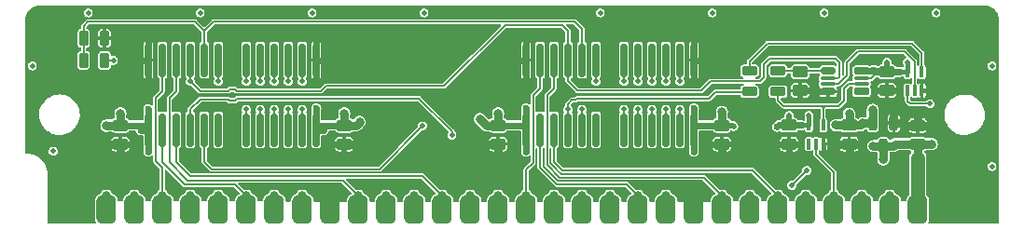
<source format=gtl>
G04 #@! TF.GenerationSoftware,KiCad,Pcbnew,(6.0.10-0)*
G04 #@! TF.CreationDate,2023-02-01T03:03:14-05:00*
G04 #@! TF.ProjectId,GW4194-SOJ-DC,47573431-3934-42d5-934f-4a2d44432e6b,1.1-SOJ-DC*
G04 #@! TF.SameCoordinates,Original*
G04 #@! TF.FileFunction,Copper,L1,Top*
G04 #@! TF.FilePolarity,Positive*
%FSLAX46Y46*%
G04 Gerber Fmt 4.6, Leading zero omitted, Abs format (unit mm)*
G04 Created by KiCad (PCBNEW (6.0.10-0)) date 2023-02-01 03:03:14*
%MOMM*%
%LPD*%
G01*
G04 APERTURE LIST*
G04 Aperture macros list*
%AMRoundRect*
0 Rectangle with rounded corners*
0 $1 Rounding radius*
0 $2 $3 $4 $5 $6 $7 $8 $9 X,Y pos of 4 corners*
0 Add a 4 corners polygon primitive as box body*
4,1,4,$2,$3,$4,$5,$6,$7,$8,$9,$2,$3,0*
0 Add four circle primitives for the rounded corners*
1,1,$1+$1,$2,$3*
1,1,$1+$1,$4,$5*
1,1,$1+$1,$6,$7*
1,1,$1+$1,$8,$9*
0 Add four rect primitives between the rounded corners*
20,1,$1+$1,$2,$3,$4,$5,0*
20,1,$1+$1,$4,$5,$6,$7,0*
20,1,$1+$1,$6,$7,$8,$9,0*
20,1,$1+$1,$8,$9,$2,$3,0*%
G04 Aperture macros list end*
G04 #@! TA.AperFunction,SMDPad,CuDef*
%ADD10RoundRect,0.262500X-0.437500X0.262500X-0.437500X-0.262500X0.437500X-0.262500X0.437500X0.262500X0*%
G04 #@! TD*
G04 #@! TA.AperFunction,SMDPad,CuDef*
%ADD11RoundRect,0.262500X0.437500X-0.262500X0.437500X0.262500X-0.437500X0.262500X-0.437500X-0.262500X0*%
G04 #@! TD*
G04 #@! TA.AperFunction,ComponentPad*
%ADD12C,0.800000*%
G04 #@! TD*
G04 #@! TA.AperFunction,SMDPad,CuDef*
%ADD13RoundRect,0.444500X-0.444500X-0.825500X0.444500X-0.825500X0.444500X0.825500X-0.444500X0.825500X0*%
G04 #@! TD*
G04 #@! TA.AperFunction,SMDPad,CuDef*
%ADD14RoundRect,0.212500X0.212500X0.487500X-0.212500X0.487500X-0.212500X-0.487500X0.212500X-0.487500X0*%
G04 #@! TD*
G04 #@! TA.AperFunction,SMDPad,CuDef*
%ADD15RoundRect,0.212500X-0.212500X-0.487500X0.212500X-0.487500X0.212500X0.487500X-0.212500X0.487500X0*%
G04 #@! TD*
G04 #@! TA.AperFunction,SMDPad,CuDef*
%ADD16RoundRect,0.212500X-0.487500X0.212500X-0.487500X-0.212500X0.487500X-0.212500X0.487500X0.212500X0*%
G04 #@! TD*
G04 #@! TA.AperFunction,SMDPad,CuDef*
%ADD17RoundRect,0.100000X0.100000X-0.400000X0.100000X0.400000X-0.100000X0.400000X-0.100000X-0.400000X0*%
G04 #@! TD*
G04 #@! TA.AperFunction,SMDPad,CuDef*
%ADD18RoundRect,0.200000X-0.200000X0.475000X-0.200000X-0.475000X0.200000X-0.475000X0.200000X0.475000X0*%
G04 #@! TD*
G04 #@! TA.AperFunction,SMDPad,CuDef*
%ADD19RoundRect,0.212500X0.487500X-0.212500X0.487500X0.212500X-0.487500X0.212500X-0.487500X-0.212500X0*%
G04 #@! TD*
G04 #@! TA.AperFunction,SMDPad,CuDef*
%ADD20RoundRect,0.150000X0.150000X-1.374000X0.150000X1.374000X-0.150000X1.374000X-0.150000X-1.374000X0*%
G04 #@! TD*
G04 #@! TA.AperFunction,SMDPad,CuDef*
%ADD21RoundRect,0.175000X-0.475000X-0.175000X0.475000X-0.175000X0.475000X0.175000X-0.475000X0.175000X0*%
G04 #@! TD*
G04 #@! TA.AperFunction,SMDPad,CuDef*
%ADD22RoundRect,0.075000X-0.600000X-0.075000X0.600000X-0.075000X0.600000X0.075000X-0.600000X0.075000X0*%
G04 #@! TD*
G04 #@! TA.AperFunction,SMDPad,CuDef*
%ADD23RoundRect,0.175000X-0.500000X0.175000X-0.500000X-0.175000X0.500000X-0.175000X0.500000X0.175000X0*%
G04 #@! TD*
G04 #@! TA.AperFunction,SMDPad,CuDef*
%ADD24RoundRect,0.175000X-0.500000X-0.175000X0.500000X-0.175000X0.500000X0.175000X-0.500000X0.175000X0*%
G04 #@! TD*
G04 #@! TA.AperFunction,ViaPad*
%ADD25C,0.508000*%
G04 #@! TD*
G04 #@! TA.AperFunction,ViaPad*
%ADD26C,0.800000*%
G04 #@! TD*
G04 #@! TA.AperFunction,ViaPad*
%ADD27C,0.600000*%
G04 #@! TD*
G04 #@! TA.AperFunction,ViaPad*
%ADD28C,1.000000*%
G04 #@! TD*
G04 #@! TA.AperFunction,Conductor*
%ADD29C,0.800000*%
G04 #@! TD*
G04 #@! TA.AperFunction,Conductor*
%ADD30C,0.600000*%
G04 #@! TD*
G04 #@! TA.AperFunction,Conductor*
%ADD31C,0.762000*%
G04 #@! TD*
G04 #@! TA.AperFunction,Conductor*
%ADD32C,1.270000*%
G04 #@! TD*
G04 #@! TA.AperFunction,Conductor*
%ADD33C,0.508000*%
G04 #@! TD*
G04 #@! TA.AperFunction,Conductor*
%ADD34C,0.152400*%
G04 #@! TD*
G04 #@! TA.AperFunction,Conductor*
%ADD35C,0.450000*%
G04 #@! TD*
G04 #@! TA.AperFunction,Conductor*
%ADD36C,0.400000*%
G04 #@! TD*
G04 APERTURE END LIST*
D10*
X85090000Y-92407000D03*
X85090000Y-94107000D03*
X105410000Y-92407000D03*
X105410000Y-94107000D03*
X119380000Y-92407000D03*
X119380000Y-94107000D03*
D11*
X157480000Y-94107000D03*
X157480000Y-92407000D03*
D12*
X83820000Y-98806000D03*
D13*
X83820000Y-100076000D03*
D12*
X86360000Y-98806000D03*
D13*
X86360000Y-100076000D03*
X88900000Y-100076000D03*
D12*
X88900000Y-98806000D03*
X91440000Y-98806000D03*
D13*
X91440000Y-100076000D03*
D12*
X93980000Y-98806000D03*
D13*
X93980000Y-100076000D03*
D12*
X96520000Y-98806000D03*
D13*
X96520000Y-100076000D03*
D12*
X99060000Y-98806000D03*
D13*
X99060000Y-100076000D03*
D12*
X101600000Y-98806000D03*
D13*
X101600000Y-100076000D03*
D12*
X104140000Y-98806000D03*
D13*
X104140000Y-100076000D03*
D12*
X106680000Y-98806000D03*
D13*
X106680000Y-100076000D03*
D12*
X109220000Y-98806000D03*
D13*
X109220000Y-100076000D03*
X111760000Y-100076000D03*
D12*
X111760000Y-98806000D03*
D13*
X114300000Y-100076000D03*
D12*
X114300000Y-98806000D03*
X116840000Y-98806000D03*
D13*
X116840000Y-100076000D03*
X119380000Y-100076000D03*
D12*
X119380000Y-98806000D03*
D13*
X121920000Y-100076000D03*
D12*
X121920000Y-98806000D03*
X124460000Y-98806000D03*
D13*
X124460000Y-100076000D03*
D12*
X127000000Y-98806000D03*
D13*
X127000000Y-100076000D03*
D12*
X129540000Y-98806000D03*
D13*
X129540000Y-100076000D03*
X132080000Y-100076000D03*
D12*
X132080000Y-98806000D03*
D13*
X134620000Y-100076000D03*
D12*
X134620000Y-98806000D03*
D13*
X137160000Y-100076000D03*
D12*
X137160000Y-98806000D03*
X139700000Y-98806000D03*
D13*
X139700000Y-100076000D03*
X142240000Y-100076000D03*
D12*
X142240000Y-98806000D03*
X144780000Y-98806000D03*
D13*
X144780000Y-100076000D03*
X147320000Y-100076000D03*
D12*
X147320000Y-98806000D03*
D13*
X149860000Y-100076000D03*
D12*
X149860000Y-98806000D03*
D13*
X152400000Y-100076000D03*
D12*
X152400000Y-98806000D03*
X154940000Y-98806000D03*
D13*
X154940000Y-100076000D03*
X157480000Y-100076000D03*
D12*
X157480000Y-98806000D03*
D14*
X83650000Y-86500000D03*
X81750000Y-86500000D03*
D15*
X81750000Y-84500000D03*
X83650000Y-84500000D03*
D10*
X146800000Y-87550000D03*
X146800000Y-89250000D03*
D16*
X144800000Y-87450000D03*
X144800000Y-89350000D03*
D17*
X147600000Y-94100000D03*
X148250000Y-94100000D03*
X148900000Y-94100000D03*
X148900000Y-92400000D03*
X147600000Y-92400000D03*
X156550000Y-89250000D03*
X157200000Y-89250000D03*
X157850000Y-89250000D03*
X157850000Y-87550000D03*
X156550000Y-87550000D03*
D10*
X154700000Y-87550000D03*
X154700000Y-89250000D03*
D18*
X155300000Y-92200000D03*
X153400000Y-92200000D03*
X154350000Y-94300000D03*
D10*
X151250000Y-92400000D03*
X151250000Y-94100000D03*
D19*
X142200000Y-89350000D03*
X142200000Y-87450000D03*
D10*
X145800000Y-92400000D03*
X145800000Y-94100000D03*
D20*
X121920000Y-92837000D03*
X123190000Y-92837000D03*
X124460000Y-92837000D03*
X125730000Y-92837000D03*
X127000000Y-92837000D03*
X128270000Y-92837000D03*
X130810000Y-92837000D03*
X132080000Y-92837000D03*
X133350000Y-92837000D03*
X134620000Y-92837000D03*
X135890000Y-92837000D03*
X137160000Y-92837000D03*
X137160000Y-86487000D03*
X135890000Y-86487000D03*
X134620000Y-86487000D03*
X133350000Y-86487000D03*
X132080000Y-86487000D03*
X130810000Y-86487000D03*
X128270000Y-86487000D03*
X127000000Y-86487000D03*
X125730000Y-86487000D03*
X124460000Y-86487000D03*
X123190000Y-86487000D03*
X121920000Y-86487000D03*
X87630000Y-92837000D03*
X88900000Y-92837000D03*
X90170000Y-92837000D03*
X91440000Y-92837000D03*
X92710000Y-92837000D03*
X93980000Y-92837000D03*
X96520000Y-92837000D03*
X97790000Y-92837000D03*
X99060000Y-92837000D03*
X100330000Y-92837000D03*
X101600000Y-92837000D03*
X102870000Y-92837000D03*
X102870000Y-86487000D03*
X101600000Y-86487000D03*
X100330000Y-86487000D03*
X99060000Y-86487000D03*
X97790000Y-86487000D03*
X96520000Y-86487000D03*
X93980000Y-86487000D03*
X92710000Y-86487000D03*
X91440000Y-86487000D03*
X90170000Y-86487000D03*
X88900000Y-86487000D03*
X87630000Y-86487000D03*
D10*
X139700000Y-92407000D03*
X139700000Y-94107000D03*
D21*
X149350000Y-87450000D03*
D22*
X149325000Y-88150000D03*
X149325000Y-88650000D03*
D21*
X149350000Y-89350000D03*
D23*
X152375000Y-89350000D03*
D22*
X152375000Y-88650000D03*
X152375000Y-88150000D03*
D24*
X152375000Y-87450000D03*
D25*
X77089000Y-86995000D03*
X164211000Y-86995000D03*
X164211000Y-96139000D03*
X78994000Y-94742000D03*
X159131000Y-82169000D03*
X148971000Y-82169000D03*
X92329000Y-82169000D03*
X102489000Y-82169000D03*
X138811000Y-82169000D03*
X82169000Y-82169000D03*
X112649000Y-82169000D03*
X128651000Y-82169000D03*
D26*
X155250000Y-94300000D03*
X154350000Y-95500000D03*
X153450000Y-94300000D03*
X117729000Y-91821000D03*
D27*
X102870000Y-90868500D03*
X121920000Y-90868500D03*
D25*
X140779500Y-92519500D03*
D27*
X103568500Y-92837000D03*
X87630000Y-90932000D03*
D26*
X85090000Y-91313000D03*
X158750000Y-94107000D03*
X106807000Y-92075000D03*
D27*
X137160000Y-94805500D03*
X87630000Y-94805500D03*
D26*
X105410000Y-91313000D03*
D27*
X86931500Y-92837000D03*
D26*
X139700000Y-91186000D03*
X83820000Y-92456000D03*
D27*
X121920000Y-94805500D03*
X137160000Y-90868500D03*
D26*
X119380000Y-91313000D03*
D28*
X157480000Y-95377000D03*
D25*
X146050000Y-97853500D03*
X147400000Y-96500000D03*
X158600000Y-90450000D03*
X127000000Y-90932000D03*
X112522000Y-92456000D03*
X84450000Y-86500000D03*
X91440000Y-88392000D03*
X112776000Y-95377000D03*
X110617000Y-93345000D03*
X95250000Y-89662000D03*
X112395000Y-89408000D03*
X119634000Y-89408000D03*
X92710000Y-96520000D03*
X111252000Y-97536000D03*
X117729000Y-97917000D03*
X118872000Y-97536000D03*
X139065000Y-97409000D03*
X89408000Y-97028000D03*
X88138000Y-96266000D03*
X114173000Y-92964000D03*
X114935000Y-91948000D03*
X114681000Y-95758000D03*
X144145000Y-97409000D03*
X143129000Y-96393000D03*
X88900000Y-90043000D03*
X87630000Y-90043000D03*
X90170000Y-90043000D03*
X91948000Y-89662000D03*
X126238000Y-89598500D03*
X112395000Y-93472000D03*
X113411000Y-91948000D03*
X116205000Y-92964000D03*
X111506000Y-92583000D03*
X121412000Y-97536000D03*
X122428000Y-97536000D03*
X110363000Y-95377000D03*
X164020500Y-82359500D03*
X164211000Y-100711000D03*
X79121000Y-100711000D03*
X77089000Y-94361000D03*
X77089000Y-91440000D03*
X79883000Y-84709000D03*
X161290000Y-93853000D03*
X161290000Y-98552000D03*
X80899000Y-97790000D03*
X79883000Y-89281000D03*
X133350000Y-98298000D03*
X110109000Y-97917000D03*
X102743000Y-97917000D03*
X99949000Y-97917000D03*
X97409000Y-97917000D03*
X158623000Y-96139000D03*
X111569500Y-94234000D03*
X104013000Y-89408000D03*
X108839000Y-95377000D03*
X112014000Y-90551000D03*
X164211000Y-91567000D03*
X77279500Y-82359500D03*
X154051000Y-82169000D03*
X87249000Y-82169000D03*
X97409000Y-82169000D03*
X143891000Y-82169000D03*
X110109000Y-84963000D03*
X105029000Y-84963000D03*
X115189000Y-84963000D03*
X126111000Y-83502500D03*
X107569000Y-82169000D03*
X117729000Y-82169000D03*
X123571000Y-82169000D03*
X133731000Y-82169000D03*
X128270000Y-98298000D03*
X143510000Y-98298000D03*
X157350000Y-86050000D03*
D26*
X156200000Y-92200000D03*
D25*
X148050000Y-86850000D03*
X155650000Y-86200000D03*
X143000000Y-86550000D03*
X140950000Y-88900000D03*
D27*
X137160000Y-84518500D03*
X137160000Y-88392000D03*
D26*
X150000000Y-94100000D03*
D27*
X102870000Y-83629500D03*
D25*
X105410000Y-94996000D03*
X140779500Y-93980000D03*
D27*
X121920000Y-89471500D03*
D25*
X84450000Y-84500000D03*
D27*
X145800000Y-95050000D03*
X87630000Y-84518500D03*
D26*
X151250000Y-95150000D03*
X83820000Y-94107000D03*
X119380000Y-95250000D03*
X158750000Y-92456000D03*
X85090000Y-95250000D03*
D27*
X148200000Y-89450000D03*
X146900000Y-93950000D03*
X153550000Y-89050000D03*
X121920000Y-83883500D03*
D26*
X139700000Y-95250000D03*
D27*
X86931500Y-86487000D03*
D25*
X148900000Y-95000000D03*
D27*
X138557000Y-94107000D03*
X144700000Y-93950000D03*
D26*
X157480000Y-91313000D03*
D25*
X158450000Y-89250000D03*
D27*
X137858500Y-86487000D03*
D26*
X118110000Y-94107000D03*
D27*
X104267000Y-94107000D03*
X86233000Y-94107000D03*
D26*
X106680000Y-94107000D03*
D27*
X87630000Y-88455500D03*
X155800000Y-89100000D03*
D26*
X155300000Y-91000000D03*
X152500000Y-94100000D03*
D25*
X146800000Y-90150000D03*
X132080000Y-90932000D03*
X100330000Y-90932000D03*
X99060000Y-90932000D03*
X133350000Y-90932000D03*
X97790000Y-90932000D03*
X134620000Y-90932000D03*
X135890000Y-90932000D03*
X96520000Y-90932000D03*
X93980000Y-88392000D03*
X135890000Y-88392000D03*
X96520000Y-88392000D03*
X134620000Y-88392000D03*
X133350000Y-88392000D03*
X97790000Y-88392000D03*
X132080000Y-88392000D03*
X99060000Y-88392000D03*
X130810000Y-88392000D03*
X100330000Y-88392000D03*
X101600000Y-90932000D03*
X130810000Y-90932000D03*
X101600000Y-88392000D03*
X128270000Y-88392000D03*
X125730000Y-90932000D03*
X115189000Y-93281500D03*
D27*
X146950000Y-92400000D03*
D25*
X147600000Y-91500000D03*
X154700000Y-86650000D03*
D26*
X150050000Y-92400000D03*
D25*
X145800000Y-91500000D03*
D26*
X153400000Y-91000000D03*
D27*
X144700000Y-92550000D03*
D26*
X152500000Y-92200000D03*
D25*
X156550000Y-86650000D03*
D26*
X151250000Y-91350000D03*
D27*
X153500000Y-87350000D03*
X155900000Y-87550000D03*
D29*
X154350000Y-94300000D02*
X155250000Y-94300000D01*
X154350000Y-94300000D02*
X153450000Y-94300000D01*
X154350000Y-94300000D02*
X154350000Y-95500000D01*
D30*
X87630000Y-92519500D02*
X87630000Y-92837000D01*
D29*
X155443000Y-94107000D02*
X155250000Y-94300000D01*
D30*
X85090000Y-92407000D02*
X87517500Y-92407000D01*
X87517500Y-92407000D02*
X87630000Y-92519500D01*
D31*
X105410000Y-92407000D02*
X105410000Y-91313000D01*
D30*
X137209000Y-92407000D02*
X137160000Y-92456000D01*
D32*
X157480000Y-98806000D02*
X157480000Y-95377000D01*
D30*
X139700000Y-92407000D02*
X137209000Y-92407000D01*
D31*
X106475000Y-92407000D02*
X106807000Y-92075000D01*
X118315000Y-92407000D02*
X117729000Y-91821000D01*
D30*
X121871000Y-92407000D02*
X121920000Y-92456000D01*
D31*
X83869000Y-92407000D02*
X83820000Y-92456000D01*
X85090000Y-92407000D02*
X85090000Y-91313000D01*
D30*
X137160000Y-92456000D02*
X137160000Y-92837000D01*
X121920000Y-92837000D02*
X121920000Y-94805500D01*
D29*
X157480000Y-94107000D02*
X158750000Y-94107000D01*
D30*
X102870000Y-92837000D02*
X103568500Y-92837000D01*
X137160000Y-92837000D02*
X137160000Y-94805500D01*
D33*
X140667000Y-92407000D02*
X140779500Y-92519500D01*
D30*
X121920000Y-92837000D02*
X121920000Y-90868500D01*
X87630000Y-92837000D02*
X86931500Y-92837000D01*
X87630000Y-92837000D02*
X87630000Y-94805500D01*
X102870000Y-92837000D02*
X102870000Y-90868500D01*
D31*
X105410000Y-92407000D02*
X106475000Y-92407000D01*
D29*
X157480000Y-94107000D02*
X155443000Y-94107000D01*
D31*
X157480000Y-95377000D02*
X157480000Y-94107000D01*
D30*
X137160000Y-92837000D02*
X137160000Y-90868500D01*
X102919000Y-92407000D02*
X102870000Y-92456000D01*
D31*
X119380000Y-92407000D02*
X118315000Y-92407000D01*
X139700000Y-92407000D02*
X139700000Y-91186000D01*
D30*
X105410000Y-92407000D02*
X102919000Y-92407000D01*
X119380000Y-92407000D02*
X121871000Y-92407000D01*
X102870000Y-92456000D02*
X102870000Y-92837000D01*
X87630000Y-94112000D02*
X87630000Y-90932000D01*
D31*
X119380000Y-92407000D02*
X119380000Y-91313000D01*
D33*
X139700000Y-92407000D02*
X140667000Y-92407000D01*
X87625000Y-94107000D02*
X87630000Y-94112000D01*
D31*
X85090000Y-92407000D02*
X83869000Y-92407000D01*
D30*
X121920000Y-92456000D02*
X121920000Y-92837000D01*
D34*
X88900000Y-96266000D02*
X88265000Y-95631000D01*
X88265000Y-89916000D02*
X88900000Y-89281000D01*
X88900000Y-98806000D02*
X88900000Y-96266000D01*
X88900000Y-89281000D02*
X88900000Y-85962000D01*
X88265000Y-95631000D02*
X88265000Y-89916000D01*
X96520000Y-98806000D02*
X95504000Y-97790000D01*
X95504000Y-97790000D02*
X90932000Y-97790000D01*
X90932000Y-97790000D02*
X88900000Y-95758000D01*
X88900000Y-95758000D02*
X88900000Y-94112000D01*
X156550000Y-89250000D02*
X156550000Y-90200000D01*
X156800000Y-90450000D02*
X158600000Y-90450000D01*
X146748500Y-97155000D02*
X146050000Y-97853500D01*
X156550000Y-90200000D02*
X156800000Y-90450000D01*
X147400000Y-96500000D02*
X146748500Y-97151500D01*
X146748500Y-97151500D02*
X146748500Y-97155000D01*
X127000000Y-94112000D02*
X127000000Y-90932000D01*
X112522000Y-92456000D02*
X108585000Y-96393000D01*
X149860000Y-96660000D02*
X149860000Y-98806000D01*
X148250000Y-94100000D02*
X148250000Y-95050000D01*
X108585000Y-96393000D02*
X93345000Y-96393000D01*
X92710000Y-95758000D02*
X92710000Y-93362000D01*
X148250000Y-95050000D02*
X149860000Y-96660000D01*
X93345000Y-96393000D02*
X92710000Y-95758000D01*
X149850000Y-100066000D02*
X149860000Y-100076000D01*
X137850000Y-89250000D02*
X138700000Y-88400000D01*
X114490500Y-88836500D02*
X120015000Y-83312000D01*
X95631000Y-89281000D02*
X103314500Y-89281000D01*
X150000000Y-86350000D02*
X150350000Y-86700000D01*
X125730000Y-83820000D02*
X125730000Y-88392000D01*
X91440000Y-88392000D02*
X92329000Y-89281000D01*
X103314500Y-89281000D02*
X103759000Y-88836500D01*
X103759000Y-88836500D02*
X114490500Y-88836500D01*
X150200000Y-88150000D02*
X149325000Y-88150000D01*
X143500000Y-86850000D02*
X144000000Y-86350000D01*
X94996000Y-89154000D02*
X95504000Y-89154000D01*
X125730000Y-88392000D02*
X126588000Y-89250000D01*
X120015000Y-83312000D02*
X125222000Y-83312000D01*
X143150000Y-88400000D02*
X143500000Y-88050000D01*
X143500000Y-88050000D02*
X143500000Y-86850000D01*
X84450000Y-86500000D02*
X83650000Y-86500000D01*
X150350000Y-88000000D02*
X150200000Y-88150000D01*
X125222000Y-83312000D02*
X125730000Y-83820000D01*
X95504000Y-89154000D02*
X95631000Y-89281000D01*
X94869000Y-89281000D02*
X94996000Y-89154000D01*
X138700000Y-88400000D02*
X143150000Y-88400000D01*
X150350000Y-86700000D02*
X150350000Y-88000000D01*
X126588000Y-89250000D02*
X137850000Y-89250000D01*
X144000000Y-86350000D02*
X150000000Y-86350000D01*
X91440000Y-88392000D02*
X91440000Y-85212000D01*
X92329000Y-89281000D02*
X94869000Y-89281000D01*
X90170000Y-85962000D02*
X90170000Y-89281000D01*
X105283000Y-97409000D02*
X106680000Y-98806000D01*
X89535000Y-95758000D02*
X91186000Y-97409000D01*
X90170000Y-89281000D02*
X89535000Y-89916000D01*
X91186000Y-97409000D02*
X105283000Y-97409000D01*
X89535000Y-89916000D02*
X89535000Y-95758000D01*
X91440000Y-97028000D02*
X112522000Y-97028000D01*
X90170000Y-95758000D02*
X91440000Y-97028000D01*
X90170000Y-94112000D02*
X90170000Y-95758000D01*
X112522000Y-97028000D02*
X114300000Y-98806000D01*
D29*
X155300000Y-92200000D02*
X156200000Y-92200000D01*
X155300000Y-92200000D02*
X155300000Y-91000000D01*
D30*
X146750000Y-94100000D02*
X146900000Y-93950000D01*
D31*
X119380000Y-94107000D02*
X118110000Y-94107000D01*
D30*
X87630000Y-86487000D02*
X87630000Y-88455500D01*
D29*
X151250000Y-94100000D02*
X151250000Y-95150000D01*
D33*
X140652500Y-94107000D02*
X140779500Y-93980000D01*
D30*
X153750000Y-89250000D02*
X153550000Y-89050000D01*
X154700000Y-89250000D02*
X153750000Y-89250000D01*
X145800000Y-94100000D02*
X146750000Y-94100000D01*
X102870000Y-86487000D02*
X102870000Y-83629500D01*
X139700000Y-94107000D02*
X138557000Y-94107000D01*
D29*
X156407000Y-92407000D02*
X156200000Y-92200000D01*
D30*
X148000000Y-89250000D02*
X148200000Y-89450000D01*
D33*
X105410000Y-94107000D02*
X105410000Y-94996000D01*
D31*
X119380000Y-94107000D02*
X119380000Y-95250000D01*
D30*
X146800000Y-89250000D02*
X148000000Y-89250000D01*
X121920000Y-86487000D02*
X121412000Y-86487000D01*
D31*
X105410000Y-94107000D02*
X106680000Y-94107000D01*
D29*
X151250000Y-94100000D02*
X152500000Y-94100000D01*
D30*
X102870000Y-86487000D02*
X102870000Y-88201500D01*
D29*
X157480000Y-92407000D02*
X158701000Y-92407000D01*
D31*
X85090000Y-94107000D02*
X85090000Y-95250000D01*
X85090000Y-94107000D02*
X83820000Y-94107000D01*
D30*
X85090000Y-94107000D02*
X86233000Y-94107000D01*
X144850000Y-94100000D02*
X144700000Y-93950000D01*
X121920000Y-86487000D02*
X121920000Y-83883500D01*
D34*
X83650000Y-84500000D02*
X84450000Y-84500000D01*
D30*
X87630000Y-86487000D02*
X87630000Y-84518500D01*
D31*
X139700000Y-94107000D02*
X139700000Y-95250000D01*
D30*
X137160000Y-86487000D02*
X137858500Y-86487000D01*
X105410000Y-94107000D02*
X104267000Y-94107000D01*
D35*
X157850000Y-89250000D02*
X158450000Y-89250000D01*
D30*
X137160000Y-86487000D02*
X137160000Y-84518500D01*
X148200000Y-89450000D02*
X148300000Y-89350000D01*
X148300000Y-89350000D02*
X149350000Y-89350000D01*
X145800000Y-94100000D02*
X144850000Y-94100000D01*
X121920000Y-86487000D02*
X121920000Y-89471500D01*
X154700000Y-89250000D02*
X155650000Y-89250000D01*
D29*
X151250000Y-94100000D02*
X150000000Y-94100000D01*
D30*
X102870000Y-86487000D02*
X103378000Y-86487000D01*
D29*
X157480000Y-92407000D02*
X156407000Y-92407000D01*
X157480000Y-92407000D02*
X157480000Y-91313000D01*
D30*
X145800000Y-94100000D02*
X145800000Y-95050000D01*
X155650000Y-89250000D02*
X155800000Y-89100000D01*
X137160000Y-85212000D02*
X137160000Y-88392000D01*
D33*
X146800000Y-89250000D02*
X146800000Y-90150000D01*
D30*
X87630000Y-86487000D02*
X86931500Y-86487000D01*
D33*
X139700000Y-94107000D02*
X140652500Y-94107000D01*
D36*
X148900000Y-94100000D02*
X148900000Y-95000000D01*
D29*
X158701000Y-92407000D02*
X158750000Y-92456000D01*
D34*
X122555000Y-95821500D02*
X122555000Y-89662000D01*
X122555000Y-95821500D02*
X121920000Y-96456500D01*
X123190000Y-89027000D02*
X122555000Y-89662000D01*
X121920000Y-96456500D02*
X121920000Y-98806000D01*
X123190000Y-85962000D02*
X123190000Y-89027000D01*
X123190000Y-96266000D02*
X124714000Y-97790000D01*
X123190000Y-93362000D02*
X123190000Y-96266000D01*
X124714000Y-97790000D02*
X131064000Y-97790000D01*
X131064000Y-97790000D02*
X132080000Y-98806000D01*
X124460000Y-89027000D02*
X123825000Y-89662000D01*
X123825000Y-89662000D02*
X123825000Y-96012000D01*
X123825000Y-96012000D02*
X124968000Y-97155000D01*
X138049000Y-97155000D02*
X139700000Y-98806000D01*
X124968000Y-97155000D02*
X138049000Y-97155000D01*
X124460000Y-85212000D02*
X124460000Y-89027000D01*
X124460000Y-93362000D02*
X124460000Y-95758000D01*
X125222000Y-96520000D02*
X142494000Y-96520000D01*
X142494000Y-96520000D02*
X144780000Y-98806000D01*
X124460000Y-95758000D02*
X125222000Y-96520000D01*
X100330000Y-94112000D02*
X100330000Y-90932000D01*
X132080000Y-93362000D02*
X132080000Y-90932000D01*
X99060000Y-90932000D02*
X99060000Y-93362000D01*
X133350000Y-94112000D02*
X133350000Y-90932000D01*
X134620000Y-94112000D02*
X134620000Y-90932000D01*
X97790000Y-90932000D02*
X97790000Y-93362000D01*
X135890000Y-94112000D02*
X135890000Y-90932000D01*
X96520000Y-90932000D02*
X96520000Y-93362000D01*
X135890000Y-85212000D02*
X135890000Y-88392000D01*
X93980000Y-85212000D02*
X93980000Y-88392000D01*
X96520000Y-88392000D02*
X96520000Y-85962000D01*
X134620000Y-85962000D02*
X134620000Y-88392000D01*
X97790000Y-88392000D02*
X97790000Y-85962000D01*
X133350000Y-85212000D02*
X133350000Y-88392000D01*
X99060000Y-88392000D02*
X99060000Y-85962000D01*
X132080000Y-85212000D02*
X132080000Y-88392000D01*
X100330000Y-85212000D02*
X100330000Y-88392000D01*
X130810000Y-85212000D02*
X130810000Y-88392000D01*
X101600000Y-94112000D02*
X101600000Y-90932000D01*
X130810000Y-94112000D02*
X130810000Y-90932000D01*
X128270000Y-85212000D02*
X128270000Y-88392000D01*
X101600000Y-85212000D02*
X101600000Y-88392000D01*
X125730000Y-94112000D02*
X125730000Y-90932000D01*
X115189000Y-93281500D02*
X115189000Y-92964000D01*
X91440000Y-90932000D02*
X91440000Y-94112000D01*
X126428500Y-90106500D02*
X126093500Y-90106500D01*
X94869000Y-90043000D02*
X92329000Y-90043000D01*
X112204500Y-89979500D02*
X95694500Y-89979500D01*
X115189000Y-92964000D02*
X112204500Y-89979500D01*
X125730000Y-90470000D02*
X125730000Y-90932000D01*
X139100000Y-89400000D02*
X138500000Y-90000000D01*
X92329000Y-90043000D02*
X91440000Y-90932000D01*
X94996000Y-90170000D02*
X94869000Y-90043000D01*
X142200000Y-89350000D02*
X142150000Y-89400000D01*
X138500000Y-90000000D02*
X126535000Y-90000000D01*
X126535000Y-90000000D02*
X126428500Y-90106500D01*
X95694500Y-89979500D02*
X95504000Y-90170000D01*
X142150000Y-89400000D02*
X139100000Y-89400000D01*
X95504000Y-90170000D02*
X94996000Y-90170000D01*
X126093500Y-90106500D02*
X125730000Y-90470000D01*
X127000000Y-83661250D02*
X127000000Y-85212000D01*
X82155500Y-82994500D02*
X91884500Y-82994500D01*
X81750000Y-84500000D02*
X81750000Y-83400000D01*
X92710000Y-83820000D02*
X92710000Y-85212000D01*
X81750000Y-84500000D02*
X81750000Y-86500000D01*
X81750000Y-83400000D02*
X82155500Y-82994500D01*
X91884500Y-82994500D02*
X92710000Y-83820000D01*
X126333250Y-82994500D02*
X127000000Y-83661250D01*
X93535500Y-82994500D02*
X126333250Y-82994500D01*
X92710000Y-83820000D02*
X93535500Y-82994500D01*
X152050000Y-85700000D02*
X156300000Y-85700000D01*
X151050000Y-87850000D02*
X151050000Y-86700000D01*
X149325000Y-88650000D02*
X150250000Y-88650000D01*
X151050000Y-86700000D02*
X152050000Y-85700000D01*
X157200000Y-86600000D02*
X157200000Y-89250000D01*
X156300000Y-85700000D02*
X157200000Y-86600000D01*
X150250000Y-88650000D02*
X151050000Y-87850000D01*
D33*
X154700000Y-87550000D02*
X154700000Y-86650000D01*
D34*
X153850000Y-87550000D02*
X154700000Y-87550000D01*
D36*
X156550000Y-87550000D02*
X156550000Y-86650000D01*
X147600000Y-92400000D02*
X146950000Y-92400000D01*
D30*
X153700000Y-87550000D02*
X153500000Y-87350000D01*
D36*
X147600000Y-92400000D02*
X147600000Y-91500000D01*
D29*
X151250000Y-92400000D02*
X151250000Y-91350000D01*
D30*
X153400000Y-87450000D02*
X152375000Y-87450000D01*
X154600000Y-87450000D02*
X154700000Y-87550000D01*
D29*
X153400000Y-92200000D02*
X153400000Y-91000000D01*
D30*
X153500000Y-87350000D02*
X153400000Y-87450000D01*
D29*
X152300000Y-92400000D02*
X152500000Y-92200000D01*
X151250000Y-92400000D02*
X152300000Y-92400000D01*
X151250000Y-92400000D02*
X150050000Y-92400000D01*
D34*
X153500000Y-87350000D02*
X153500000Y-87900000D01*
X153700000Y-87650000D02*
X153700000Y-87550000D01*
D30*
X154700000Y-87550000D02*
X153700000Y-87550000D01*
D34*
X153500000Y-87900000D02*
X153250000Y-88150000D01*
D30*
X145800000Y-92400000D02*
X144850000Y-92400000D01*
D34*
X153500000Y-87900000D02*
X153850000Y-87550000D01*
D33*
X145800000Y-92400000D02*
X145800000Y-91500000D01*
D30*
X152375000Y-87450000D02*
X154600000Y-87450000D01*
X145800000Y-92400000D02*
X146950000Y-92400000D01*
D34*
X153250000Y-88150000D02*
X152375000Y-88150000D01*
D30*
X154700000Y-87550000D02*
X155900000Y-87550000D01*
D29*
X153400000Y-92200000D02*
X152500000Y-92200000D01*
D30*
X144850000Y-92400000D02*
X144700000Y-92550000D01*
D36*
X156550000Y-87550000D02*
X155900000Y-87550000D01*
D34*
X148900000Y-90800000D02*
X148750000Y-90650000D01*
X150800000Y-90150000D02*
X150300000Y-90650000D01*
X148750000Y-90650000D02*
X145300000Y-90650000D01*
X151200000Y-88650000D02*
X150800000Y-89050000D01*
X148900000Y-92400000D02*
X148900000Y-90800000D01*
X145300000Y-90650000D02*
X144800000Y-90150000D01*
X152375000Y-88650000D02*
X151200000Y-88650000D01*
X149050000Y-90650000D02*
X148750000Y-90650000D01*
X144800000Y-90150000D02*
X144800000Y-89350000D01*
X150800000Y-89050000D02*
X150800000Y-90150000D01*
X150300000Y-90650000D02*
X149050000Y-90650000D01*
X148900000Y-90800000D02*
X149050000Y-90650000D01*
X143850000Y-84950000D02*
X142200000Y-86600000D01*
X157850000Y-87550000D02*
X157850000Y-85850000D01*
X142200000Y-86600000D02*
X142200000Y-87450000D01*
X157850000Y-85850000D02*
X156950000Y-84950000D01*
X156950000Y-84950000D02*
X143850000Y-84950000D01*
X146700000Y-87450000D02*
X146800000Y-87550000D01*
X147000000Y-87350000D02*
X146800000Y-87550000D01*
X144800000Y-87450000D02*
X146700000Y-87450000D01*
X146900000Y-87450000D02*
X146800000Y-87550000D01*
X149350000Y-87450000D02*
X146900000Y-87450000D01*
G04 #@! TA.AperFunction,Conductor*
G36*
X163558590Y-81531945D02*
G01*
X163568735Y-81533963D01*
X163568736Y-81533963D01*
X163576000Y-81535408D01*
X163583475Y-81533921D01*
X163604049Y-81532707D01*
X163701740Y-81540396D01*
X163769320Y-81545715D01*
X163780974Y-81547561D01*
X163963775Y-81591448D01*
X163974997Y-81595094D01*
X164148688Y-81667038D01*
X164159203Y-81672396D01*
X164319501Y-81770627D01*
X164329048Y-81777563D01*
X164472000Y-81899657D01*
X164480343Y-81908000D01*
X164602437Y-82050952D01*
X164609373Y-82060499D01*
X164707604Y-82220797D01*
X164712962Y-82231312D01*
X164784906Y-82405003D01*
X164788552Y-82416225D01*
X164832439Y-82599026D01*
X164834285Y-82610680D01*
X164847249Y-82775386D01*
X164847293Y-82775948D01*
X164846079Y-82796525D01*
X164844592Y-82804000D01*
X164846037Y-82811264D01*
X164846037Y-82811265D01*
X164848055Y-82821410D01*
X164849500Y-82836081D01*
X164849500Y-101274300D01*
X164831907Y-101322638D01*
X164787358Y-101348358D01*
X164774300Y-101349500D01*
X158486234Y-101349500D01*
X158437896Y-101331907D01*
X158412176Y-101287358D01*
X158421109Y-101236700D01*
X158426574Y-101228521D01*
X158443330Y-101206684D01*
X158446328Y-101202777D01*
X158506523Y-101057453D01*
X158507167Y-101052566D01*
X158521580Y-100943088D01*
X158521580Y-100943083D01*
X158521900Y-100940655D01*
X158521899Y-99211346D01*
X158506523Y-99094547D01*
X158446328Y-98949222D01*
X158350571Y-98824429D01*
X158297321Y-98783569D01*
X158269683Y-98740185D01*
X158267900Y-98723909D01*
X158267900Y-96139000D01*
X163799028Y-96139000D01*
X163819191Y-96266306D01*
X163833683Y-96294748D01*
X163873333Y-96372564D01*
X163877708Y-96381151D01*
X163968849Y-96472292D01*
X163974125Y-96474980D01*
X163974126Y-96474981D01*
X163977451Y-96476675D01*
X164083694Y-96530809D01*
X164105142Y-96534206D01*
X164203108Y-96549722D01*
X164211000Y-96550972D01*
X164218893Y-96549722D01*
X164316858Y-96534206D01*
X164338306Y-96530809D01*
X164444549Y-96476675D01*
X164447874Y-96474981D01*
X164447875Y-96474980D01*
X164453151Y-96472292D01*
X164544292Y-96381151D01*
X164548668Y-96372564D01*
X164588317Y-96294748D01*
X164602809Y-96266306D01*
X164622972Y-96139000D01*
X164621893Y-96132184D01*
X164607351Y-96040373D01*
X164602809Y-96011694D01*
X164569021Y-95945381D01*
X164546981Y-95902126D01*
X164546980Y-95902125D01*
X164544292Y-95896849D01*
X164453151Y-95805708D01*
X164445902Y-95802014D01*
X164361451Y-95758984D01*
X164338306Y-95747191D01*
X164274653Y-95737109D01*
X164216847Y-95727954D01*
X164211000Y-95727028D01*
X164205153Y-95727954D01*
X164147347Y-95737109D01*
X164083694Y-95747191D01*
X164060549Y-95758984D01*
X163976099Y-95802014D01*
X163968849Y-95805708D01*
X163877708Y-95896849D01*
X163875020Y-95902125D01*
X163875019Y-95902126D01*
X163852979Y-95945381D01*
X163819191Y-96011694D01*
X163814649Y-96040373D01*
X163800108Y-96132184D01*
X163799028Y-96139000D01*
X158267900Y-96139000D01*
X158267900Y-95332559D01*
X158267665Y-95330460D01*
X158253650Y-95205515D01*
X158253649Y-95205511D01*
X158253181Y-95201338D01*
X158195049Y-95034406D01*
X158128901Y-94928546D01*
X158103607Y-94888066D01*
X158103605Y-94888064D01*
X158101379Y-94884501D01*
X158080093Y-94863066D01*
X158058518Y-94816372D01*
X158072005Y-94766731D01*
X158099315Y-94743075D01*
X158159431Y-94712445D01*
X158159432Y-94712444D01*
X158164710Y-94709755D01*
X158192539Y-94681926D01*
X158239159Y-94660186D01*
X158245713Y-94659900D01*
X158708829Y-94659900D01*
X158718644Y-94660543D01*
X158750000Y-94664671D01*
X158754884Y-94664028D01*
X158784822Y-94660087D01*
X158786696Y-94659900D01*
X158787946Y-94659900D01*
X158829774Y-94654170D01*
X158830130Y-94654122D01*
X158891490Y-94646044D01*
X158891494Y-94646043D01*
X158894336Y-94645669D01*
X158895572Y-94645157D01*
X158900084Y-94644539D01*
X158967035Y-94615567D01*
X158968122Y-94615106D01*
X159024279Y-94591845D01*
X159024281Y-94591844D01*
X159028836Y-94589957D01*
X159031348Y-94588029D01*
X159033643Y-94586875D01*
X159034409Y-94586411D01*
X159039110Y-94584377D01*
X159092615Y-94541050D01*
X159094161Y-94539832D01*
X159140426Y-94504331D01*
X159144333Y-94501333D01*
X159147331Y-94497426D01*
X159148143Y-94496614D01*
X159152229Y-94492934D01*
X159152854Y-94492269D01*
X159156836Y-94489044D01*
X159159802Y-94484870D01*
X159159808Y-94484864D01*
X159194595Y-94435914D01*
X159196231Y-94433698D01*
X159218196Y-94405072D01*
X159232957Y-94385835D01*
X159234844Y-94381279D01*
X159237307Y-94377013D01*
X159237551Y-94377154D01*
X159241069Y-94370795D01*
X159241619Y-94369742D01*
X159244588Y-94365565D01*
X159265473Y-94307556D01*
X159266751Y-94304253D01*
X159286782Y-94255893D01*
X159286783Y-94255889D01*
X159288669Y-94251336D01*
X159289315Y-94246429D01*
X159293120Y-94230761D01*
X159294165Y-94227859D01*
X159295902Y-94223035D01*
X159300168Y-94164953D01*
X159300609Y-94160646D01*
X159307028Y-94111886D01*
X159307028Y-94111884D01*
X159307671Y-94107000D01*
X159306592Y-94098804D01*
X159306150Y-94083485D01*
X159306997Y-94071957D01*
X159301816Y-94046258D01*
X159296153Y-94018174D01*
X159295313Y-94013127D01*
X159289312Y-93967547D01*
X159289312Y-93967546D01*
X159288669Y-93962664D01*
X159286784Y-93958114D01*
X159286783Y-93958109D01*
X159284238Y-93951965D01*
X159279998Y-93938054D01*
X159278068Y-93928483D01*
X159278068Y-93928482D01*
X159277055Y-93923460D01*
X159253671Y-93877566D01*
X159251200Y-93872204D01*
X159234845Y-93832720D01*
X159234841Y-93832712D01*
X159232957Y-93828165D01*
X159223891Y-93816350D01*
X159216555Y-93804722D01*
X159208282Y-93788486D01*
X159204815Y-93784715D01*
X159204811Y-93784710D01*
X159175683Y-93753033D01*
X159171378Y-93747912D01*
X159147331Y-93716574D01*
X159144333Y-93712667D01*
X159140427Y-93709670D01*
X159140424Y-93709667D01*
X159129900Y-93701592D01*
X159120328Y-93692837D01*
X159105745Y-93676978D01*
X159095494Y-93670622D01*
X159067653Y-93653359D01*
X159061503Y-93649109D01*
X159052251Y-93642010D01*
X159028836Y-93624043D01*
X159008978Y-93615818D01*
X158998136Y-93610258D01*
X158976999Y-93597152D01*
X158937164Y-93585579D01*
X158929364Y-93582840D01*
X158898888Y-93570216D01*
X158898884Y-93570215D01*
X158894336Y-93568331D01*
X158873268Y-93565557D01*
X158869758Y-93565095D01*
X158858596Y-93562752D01*
X158835313Y-93555988D01*
X158835310Y-93555987D01*
X158831529Y-93554889D01*
X158820785Y-93554100D01*
X158791171Y-93554100D01*
X158781356Y-93553457D01*
X158754884Y-93549972D01*
X158750000Y-93549329D01*
X158745116Y-93549972D01*
X158718644Y-93553457D01*
X158708829Y-93554100D01*
X158245713Y-93554100D01*
X158197375Y-93536507D01*
X158192539Y-93532074D01*
X158164710Y-93504245D01*
X158159434Y-93501557D01*
X158159433Y-93501556D01*
X158052740Y-93447194D01*
X158052739Y-93447194D01*
X158047466Y-93444507D01*
X157992866Y-93435859D01*
X157953110Y-93429562D01*
X157953108Y-93429562D01*
X157950192Y-93429100D01*
X157009808Y-93429100D01*
X157006892Y-93429562D01*
X157006890Y-93429562D01*
X156967134Y-93435859D01*
X156912534Y-93444507D01*
X156907261Y-93447194D01*
X156907260Y-93447194D01*
X156800567Y-93501556D01*
X156800566Y-93501557D01*
X156795290Y-93504245D01*
X156767461Y-93532074D01*
X156720841Y-93553814D01*
X156714287Y-93554100D01*
X155456979Y-93554100D01*
X155453830Y-93554034D01*
X155390478Y-93551379D01*
X155380096Y-93553814D01*
X155345575Y-93561910D01*
X155338611Y-93563201D01*
X155315327Y-93566391D01*
X155292916Y-93569461D01*
X155274850Y-93577279D01*
X155262159Y-93581476D01*
X155247986Y-93584800D01*
X155247984Y-93584801D01*
X155242995Y-93585971D01*
X155212265Y-93602865D01*
X155202577Y-93608191D01*
X155196216Y-93611307D01*
X155158592Y-93627588D01*
X155158590Y-93627589D01*
X155153890Y-93629623D01*
X155149909Y-93632847D01*
X155149907Y-93632848D01*
X155138593Y-93642010D01*
X155127501Y-93649464D01*
X155110248Y-93658949D01*
X155107264Y-93661525D01*
X155103144Y-93665080D01*
X155103132Y-93665092D01*
X155102093Y-93665988D01*
X155075549Y-93692532D01*
X155069700Y-93697799D01*
X155041620Y-93720538D01*
X155036164Y-93724956D01*
X155035965Y-93724710D01*
X154992685Y-93746571D01*
X154983782Y-93747100D01*
X154951775Y-93747100D01*
X154903437Y-93729507D01*
X154884272Y-93705043D01*
X154843649Y-93622304D01*
X154843648Y-93622303D01*
X154840911Y-93616728D01*
X154836516Y-93612340D01*
X154836514Y-93612338D01*
X154787290Y-93563201D01*
X154757764Y-93533726D01*
X154752182Y-93530997D01*
X154752180Y-93530996D01*
X154657460Y-93484695D01*
X154657458Y-93484694D01*
X154652214Y-93482131D01*
X154646437Y-93481288D01*
X154646436Y-93481288D01*
X154633729Y-93479434D01*
X154583452Y-93472100D01*
X154116548Y-93472100D01*
X154113832Y-93472500D01*
X154113829Y-93472500D01*
X154052967Y-93481459D01*
X154052965Y-93481460D01*
X154047188Y-93482310D01*
X154007154Y-93501966D01*
X153947304Y-93531351D01*
X153947303Y-93531352D01*
X153941728Y-93534089D01*
X153937340Y-93538484D01*
X153937338Y-93538486D01*
X153907546Y-93568331D01*
X153858726Y-93617236D01*
X153855997Y-93622818D01*
X153855996Y-93622820D01*
X153832630Y-93670622D01*
X153820557Y-93695321D01*
X153815862Y-93704925D01*
X153778828Y-93740625D01*
X153748302Y-93747100D01*
X153491171Y-93747100D01*
X153481356Y-93746457D01*
X153454884Y-93742972D01*
X153450000Y-93742329D01*
X153445116Y-93742972D01*
X153415178Y-93746913D01*
X153413304Y-93747100D01*
X153412054Y-93747100D01*
X153409520Y-93747447D01*
X153409521Y-93747447D01*
X153370259Y-93752825D01*
X153369870Y-93752878D01*
X153308510Y-93760956D01*
X153308506Y-93760957D01*
X153305664Y-93761331D01*
X153304428Y-93761843D01*
X153299916Y-93762461D01*
X153295208Y-93764498D01*
X153295209Y-93764498D01*
X153232921Y-93791452D01*
X153231834Y-93791912D01*
X153176580Y-93814800D01*
X153171165Y-93817043D01*
X153168650Y-93818973D01*
X153166360Y-93820125D01*
X153165601Y-93820584D01*
X153160890Y-93822623D01*
X153107401Y-93865938D01*
X153105880Y-93867137D01*
X153055667Y-93905667D01*
X153052669Y-93909574D01*
X153051857Y-93910386D01*
X153047771Y-93914066D01*
X153047146Y-93914731D01*
X153043164Y-93917956D01*
X153040198Y-93922130D01*
X153040192Y-93922136D01*
X153005405Y-93971086D01*
X153003769Y-93973302D01*
X152967043Y-94021165D01*
X152965156Y-94025721D01*
X152962693Y-94029987D01*
X152962449Y-94029846D01*
X152958931Y-94036205D01*
X152958381Y-94037258D01*
X152955412Y-94041435D01*
X152940275Y-94083479D01*
X152934527Y-94099444D01*
X152933249Y-94102747D01*
X152913218Y-94151107D01*
X152913217Y-94151111D01*
X152911331Y-94155664D01*
X152910686Y-94160567D01*
X152906881Y-94176236D01*
X152904098Y-94183965D01*
X152903722Y-94189078D01*
X152903722Y-94189080D01*
X152899832Y-94242047D01*
X152899391Y-94246354D01*
X152892329Y-94300000D01*
X152893408Y-94308196D01*
X152893850Y-94323515D01*
X152893003Y-94335043D01*
X152894016Y-94340067D01*
X152894016Y-94340068D01*
X152903847Y-94388826D01*
X152904687Y-94393873D01*
X152906286Y-94406019D01*
X152911331Y-94444336D01*
X152913216Y-94448886D01*
X152913217Y-94448891D01*
X152915762Y-94455035D01*
X152920002Y-94468946D01*
X152921932Y-94478517D01*
X152922945Y-94483540D01*
X152927732Y-94492934D01*
X152946329Y-94529434D01*
X152948800Y-94534796D01*
X152965155Y-94574280D01*
X152965159Y-94574288D01*
X152967043Y-94578835D01*
X152976109Y-94590650D01*
X152983445Y-94602278D01*
X152991718Y-94618514D01*
X152995185Y-94622285D01*
X152995189Y-94622290D01*
X153024317Y-94653967D01*
X153028622Y-94659088D01*
X153032413Y-94664028D01*
X153055667Y-94694333D01*
X153059573Y-94697330D01*
X153059576Y-94697333D01*
X153070100Y-94705408D01*
X153079672Y-94714163D01*
X153094255Y-94730022D01*
X153098613Y-94732724D01*
X153098614Y-94732725D01*
X153132347Y-94753641D01*
X153138497Y-94757891D01*
X153171164Y-94782957D01*
X153175720Y-94784844D01*
X153191021Y-94791182D01*
X153201864Y-94796742D01*
X153223001Y-94809848D01*
X153261490Y-94821030D01*
X153262836Y-94821421D01*
X153270636Y-94824160D01*
X153301112Y-94836784D01*
X153301116Y-94836785D01*
X153305664Y-94838669D01*
X153326732Y-94841443D01*
X153330242Y-94841905D01*
X153341404Y-94844248D01*
X153364687Y-94851012D01*
X153364690Y-94851013D01*
X153368471Y-94852111D01*
X153379215Y-94852900D01*
X153408829Y-94852900D01*
X153418644Y-94853543D01*
X153425503Y-94854446D01*
X153450000Y-94857671D01*
X153454884Y-94857028D01*
X153481356Y-94853543D01*
X153491171Y-94852900D01*
X153721900Y-94852900D01*
X153770238Y-94870493D01*
X153795958Y-94915042D01*
X153797100Y-94928100D01*
X153797100Y-95458829D01*
X153796457Y-95468644D01*
X153792329Y-95500000D01*
X153792972Y-95504884D01*
X153796913Y-95534822D01*
X153797100Y-95536696D01*
X153797100Y-95537946D01*
X153802871Y-95580077D01*
X153806207Y-95605413D01*
X153811331Y-95644336D01*
X153811843Y-95645572D01*
X153812461Y-95650084D01*
X153832446Y-95696266D01*
X153841452Y-95717079D01*
X153841912Y-95718166D01*
X153858646Y-95758564D01*
X153867043Y-95778835D01*
X153868973Y-95781350D01*
X153870125Y-95783640D01*
X153870584Y-95784399D01*
X153872623Y-95789110D01*
X153915938Y-95842599D01*
X153917137Y-95844120D01*
X153955667Y-95894333D01*
X153959574Y-95897331D01*
X153960386Y-95898143D01*
X153964066Y-95902229D01*
X153964731Y-95902854D01*
X153967956Y-95906836D01*
X153972130Y-95909802D01*
X153972136Y-95909808D01*
X154021079Y-95944590D01*
X154023296Y-95946227D01*
X154067256Y-95979959D01*
X154067260Y-95979961D01*
X154071164Y-95982957D01*
X154075711Y-95984841D01*
X154079987Y-95987309D01*
X154079847Y-95987551D01*
X154086217Y-95991075D01*
X154087256Y-95991618D01*
X154091435Y-95994588D01*
X154096263Y-95996326D01*
X154149439Y-96015471D01*
X154152744Y-96016749D01*
X154201110Y-96036783D01*
X154201112Y-96036784D01*
X154205664Y-96038669D01*
X154210571Y-96039315D01*
X154226236Y-96043119D01*
X154233965Y-96045902D01*
X154239078Y-96046278D01*
X154239080Y-96046278D01*
X154292047Y-96050168D01*
X154296354Y-96050609D01*
X154345114Y-96057028D01*
X154345116Y-96057028D01*
X154350000Y-96057671D01*
X154358196Y-96056592D01*
X154373515Y-96056150D01*
X154385043Y-96056997D01*
X154390067Y-96055984D01*
X154390068Y-96055984D01*
X154438826Y-96046153D01*
X154443873Y-96045313D01*
X154489453Y-96039312D01*
X154489454Y-96039312D01*
X154494336Y-96038669D01*
X154498886Y-96036784D01*
X154498891Y-96036783D01*
X154505035Y-96034238D01*
X154518946Y-96029998D01*
X154528517Y-96028068D01*
X154528518Y-96028068D01*
X154533540Y-96027055D01*
X154538105Y-96024729D01*
X154538108Y-96024728D01*
X154579432Y-96003673D01*
X154584792Y-96001202D01*
X154624281Y-95984844D01*
X154624282Y-95984843D01*
X154628836Y-95982957D01*
X154632741Y-95979960D01*
X154632747Y-95979957D01*
X154640648Y-95973894D01*
X154652287Y-95966550D01*
X154663945Y-95960610D01*
X154668514Y-95958282D01*
X154703964Y-95925684D01*
X154709080Y-95921384D01*
X154740426Y-95897331D01*
X154744333Y-95894333D01*
X154755409Y-95879899D01*
X154764162Y-95870329D01*
X154780022Y-95855745D01*
X154801362Y-95821327D01*
X154803642Y-95817650D01*
X154807894Y-95811498D01*
X154829957Y-95782745D01*
X154829958Y-95782744D01*
X154832957Y-95778835D01*
X154841183Y-95758976D01*
X154846743Y-95748135D01*
X154847329Y-95747191D01*
X154859848Y-95726999D01*
X154862730Y-95717079D01*
X154871422Y-95687160D01*
X154874160Y-95679362D01*
X154886783Y-95648888D01*
X154888669Y-95644336D01*
X154891905Y-95619758D01*
X154894248Y-95608596D01*
X154901012Y-95585313D01*
X154901013Y-95585310D01*
X154902111Y-95581529D01*
X154902900Y-95570785D01*
X154902900Y-95541171D01*
X154903543Y-95531356D01*
X154907028Y-95504884D01*
X154907671Y-95500000D01*
X154903543Y-95468644D01*
X154902900Y-95458829D01*
X154902900Y-94928100D01*
X154920493Y-94879762D01*
X154965042Y-94854042D01*
X154978100Y-94852900D01*
X155208829Y-94852900D01*
X155218644Y-94853543D01*
X155225503Y-94854446D01*
X155250000Y-94857671D01*
X155254884Y-94857028D01*
X155268039Y-94855296D01*
X155281005Y-94854719D01*
X155282991Y-94854802D01*
X155302522Y-94855621D01*
X155307509Y-94854451D01*
X155307512Y-94854451D01*
X155346151Y-94845388D01*
X155353508Y-94844044D01*
X155391483Y-94839045D01*
X155391489Y-94839044D01*
X155394336Y-94838669D01*
X155395572Y-94838157D01*
X155400084Y-94837539D01*
X155418146Y-94829722D01*
X155430837Y-94825525D01*
X155445013Y-94822201D01*
X155445016Y-94822200D01*
X155450004Y-94821030D01*
X155486360Y-94801043D01*
X155493808Y-94797466D01*
X155494931Y-94797001D01*
X155528836Y-94782957D01*
X155531350Y-94781028D01*
X155533646Y-94779873D01*
X155534408Y-94779411D01*
X155539110Y-94777377D01*
X155554405Y-94764991D01*
X155565504Y-94757533D01*
X155571440Y-94754270D01*
X155582752Y-94748051D01*
X155587101Y-94744297D01*
X155589856Y-94741920D01*
X155589868Y-94741908D01*
X155590907Y-94741012D01*
X155611847Y-94720072D01*
X155619242Y-94713586D01*
X155640426Y-94697331D01*
X155644333Y-94694333D01*
X155647331Y-94690426D01*
X155648143Y-94689614D01*
X155652223Y-94685940D01*
X155652851Y-94685271D01*
X155656836Y-94682044D01*
X155656836Y-94682043D01*
X155657036Y-94682290D01*
X155700315Y-94660429D01*
X155709218Y-94659900D01*
X156714287Y-94659900D01*
X156762625Y-94677493D01*
X156767461Y-94681926D01*
X156795290Y-94709755D01*
X156800566Y-94712443D01*
X156800567Y-94712444D01*
X156859843Y-94742646D01*
X156894925Y-94780267D01*
X156897617Y-94831636D01*
X156878318Y-94863378D01*
X156865558Y-94875873D01*
X156863284Y-94879401D01*
X156863282Y-94879404D01*
X156772084Y-95020917D01*
X156769804Y-95024455D01*
X156709347Y-95190559D01*
X156692100Y-95327080D01*
X156692100Y-98723909D01*
X156674507Y-98772247D01*
X156662681Y-98783567D01*
X156609429Y-98824429D01*
X156606431Y-98828336D01*
X156516670Y-98945315D01*
X156516668Y-98945319D01*
X156513672Y-98949223D01*
X156453477Y-99094547D01*
X156452835Y-99099425D01*
X156452834Y-99099428D01*
X156438420Y-99208911D01*
X156438100Y-99211345D01*
X156438100Y-99242099D01*
X156420507Y-99290437D01*
X156375958Y-99316157D01*
X156363024Y-99317299D01*
X156057223Y-99317802D01*
X156008856Y-99300288D01*
X155983063Y-99255782D01*
X155981899Y-99242602D01*
X155981899Y-99211346D01*
X155966523Y-99094547D01*
X155906328Y-98949222D01*
X155810571Y-98824429D01*
X155742566Y-98772247D01*
X155689685Y-98731670D01*
X155689681Y-98731668D01*
X155685777Y-98728672D01*
X155621531Y-98702060D01*
X155545007Y-98670363D01*
X155545005Y-98670362D01*
X155540453Y-98668477D01*
X155521136Y-98665934D01*
X155475508Y-98642182D01*
X155461475Y-98620155D01*
X155424841Y-98531714D01*
X155422957Y-98527165D01*
X155419961Y-98523261D01*
X155419959Y-98523257D01*
X155337331Y-98415574D01*
X155334333Y-98411667D01*
X155218836Y-98323043D01*
X155131635Y-98286923D01*
X155088890Y-98269217D01*
X155088888Y-98269216D01*
X155084336Y-98267331D01*
X154940000Y-98248329D01*
X154795664Y-98267331D01*
X154791112Y-98269216D01*
X154791110Y-98269217D01*
X154748365Y-98286923D01*
X154661165Y-98323043D01*
X154657261Y-98326039D01*
X154657257Y-98326041D01*
X154549574Y-98408669D01*
X154545667Y-98411667D01*
X154542669Y-98415574D01*
X154460041Y-98523257D01*
X154460039Y-98523261D01*
X154457043Y-98527165D01*
X154455159Y-98531714D01*
X154418525Y-98620155D01*
X154383772Y-98658080D01*
X154358864Y-98665934D01*
X154339547Y-98668477D01*
X154334995Y-98670362D01*
X154334993Y-98670363D01*
X154258073Y-98702224D01*
X154194222Y-98728672D01*
X154069429Y-98824429D01*
X154066431Y-98828336D01*
X153976670Y-98945315D01*
X153976668Y-98945319D01*
X153973672Y-98949223D01*
X153913477Y-99094547D01*
X153912835Y-99099425D01*
X153912834Y-99099428D01*
X153898420Y-99208911D01*
X153898100Y-99211345D01*
X153898100Y-99246277D01*
X153880507Y-99294615D01*
X153835958Y-99320335D01*
X153823029Y-99321477D01*
X153518202Y-99321978D01*
X153517223Y-99321980D01*
X153468856Y-99304466D01*
X153443063Y-99259960D01*
X153441899Y-99246780D01*
X153441899Y-99211346D01*
X153426523Y-99094547D01*
X153366328Y-98949222D01*
X153270571Y-98824429D01*
X153202566Y-98772247D01*
X153149685Y-98731670D01*
X153149681Y-98731668D01*
X153145777Y-98728672D01*
X153081531Y-98702060D01*
X153005007Y-98670363D01*
X153005005Y-98670362D01*
X153000453Y-98668477D01*
X152981136Y-98665934D01*
X152935508Y-98642182D01*
X152921475Y-98620155D01*
X152884841Y-98531714D01*
X152882957Y-98527165D01*
X152879961Y-98523261D01*
X152879959Y-98523257D01*
X152797331Y-98415574D01*
X152794333Y-98411667D01*
X152678836Y-98323043D01*
X152591635Y-98286923D01*
X152548890Y-98269217D01*
X152548888Y-98269216D01*
X152544336Y-98267331D01*
X152400000Y-98248329D01*
X152255664Y-98267331D01*
X152251112Y-98269216D01*
X152251110Y-98269217D01*
X152208365Y-98286923D01*
X152121165Y-98323043D01*
X152117261Y-98326039D01*
X152117257Y-98326041D01*
X152009574Y-98408669D01*
X152005667Y-98411667D01*
X152002669Y-98415574D01*
X151920041Y-98523257D01*
X151920039Y-98523261D01*
X151917043Y-98527165D01*
X151915159Y-98531714D01*
X151878525Y-98620155D01*
X151843772Y-98658080D01*
X151818864Y-98665934D01*
X151799547Y-98668477D01*
X151794995Y-98670362D01*
X151794993Y-98670363D01*
X151718073Y-98702224D01*
X151654222Y-98728672D01*
X151529429Y-98824429D01*
X151526431Y-98828336D01*
X151436670Y-98945315D01*
X151436668Y-98945319D01*
X151433672Y-98949223D01*
X151373477Y-99094547D01*
X151372835Y-99099425D01*
X151372834Y-99099428D01*
X151358420Y-99208911D01*
X151358100Y-99211345D01*
X151358100Y-99250454D01*
X151340507Y-99298792D01*
X151295958Y-99324512D01*
X151283024Y-99325654D01*
X150977223Y-99326157D01*
X150928856Y-99308643D01*
X150903063Y-99264137D01*
X150901899Y-99250957D01*
X150901899Y-99211346D01*
X150886523Y-99094547D01*
X150826328Y-98949222D01*
X150730571Y-98824429D01*
X150662566Y-98772247D01*
X150609685Y-98731670D01*
X150609681Y-98731668D01*
X150605777Y-98728672D01*
X150541531Y-98702060D01*
X150465007Y-98670363D01*
X150465005Y-98670362D01*
X150460453Y-98668477D01*
X150441136Y-98665934D01*
X150395508Y-98642182D01*
X150381475Y-98620155D01*
X150344841Y-98531714D01*
X150342957Y-98527165D01*
X150339961Y-98523261D01*
X150339959Y-98523257D01*
X150257331Y-98415574D01*
X150254333Y-98411667D01*
X150138836Y-98323043D01*
X150134281Y-98321156D01*
X150130013Y-98318692D01*
X150130795Y-98317338D01*
X150097599Y-98286923D01*
X150089100Y-98252195D01*
X150089100Y-96667967D01*
X150089203Y-96664032D01*
X150090921Y-96631252D01*
X150090921Y-96631250D01*
X150091334Y-96623361D01*
X150082463Y-96600250D01*
X150079118Y-96588958D01*
X150073969Y-96564735D01*
X150069323Y-96558340D01*
X150068893Y-96557748D01*
X150059527Y-96540498D01*
X150059265Y-96539816D01*
X150059264Y-96539815D01*
X150056432Y-96532436D01*
X150038936Y-96514940D01*
X150031272Y-96505968D01*
X150021367Y-96492335D01*
X150016722Y-96485942D01*
X150009243Y-96481624D01*
X149993669Y-96469673D01*
X148501126Y-94977129D01*
X148479386Y-94930509D01*
X148479100Y-94923955D01*
X148479100Y-94758094D01*
X148496693Y-94709756D01*
X148512518Y-94695569D01*
X148532330Y-94682331D01*
X148534047Y-94684901D01*
X148568807Y-94668692D01*
X148618494Y-94682006D01*
X148620097Y-94683351D01*
X148695360Y-94733641D01*
X148708782Y-94739201D01*
X148736995Y-94744813D01*
X148747679Y-94743169D01*
X148749972Y-94740554D01*
X148750000Y-94740406D01*
X148750000Y-94734140D01*
X149050000Y-94734140D01*
X149053697Y-94744297D01*
X149056709Y-94746036D01*
X149056861Y-94746034D01*
X149091215Y-94739201D01*
X149104643Y-94733639D01*
X149175813Y-94686084D01*
X149186084Y-94675813D01*
X149233641Y-94604640D01*
X149239201Y-94591219D01*
X149251679Y-94528486D01*
X149252400Y-94521165D01*
X149252400Y-94392200D01*
X150397600Y-94392200D01*
X150398062Y-94398072D01*
X150412062Y-94486462D01*
X150415675Y-94497582D01*
X150469966Y-94604135D01*
X150476845Y-94613602D01*
X150561398Y-94698155D01*
X150570865Y-94705034D01*
X150677418Y-94759325D01*
X150688538Y-94762938D01*
X150776928Y-94776938D01*
X150782800Y-94777400D01*
X151086741Y-94777400D01*
X151096898Y-94773703D01*
X151100000Y-94768331D01*
X151100000Y-94764141D01*
X151400000Y-94764141D01*
X151403697Y-94774298D01*
X151409069Y-94777400D01*
X151717200Y-94777400D01*
X151723072Y-94776938D01*
X151811462Y-94762938D01*
X151822582Y-94759325D01*
X151929135Y-94705034D01*
X151938602Y-94698155D01*
X152023155Y-94613602D01*
X152030034Y-94604135D01*
X152084325Y-94497582D01*
X152087938Y-94486462D01*
X152101938Y-94398072D01*
X152102400Y-94392200D01*
X152102400Y-94263259D01*
X152098703Y-94253102D01*
X152093331Y-94250000D01*
X151413259Y-94250000D01*
X151403102Y-94253697D01*
X151400000Y-94259069D01*
X151400000Y-94764141D01*
X151100000Y-94764141D01*
X151100000Y-94263259D01*
X151096303Y-94253102D01*
X151090931Y-94250000D01*
X150410859Y-94250000D01*
X150400702Y-94253697D01*
X150397600Y-94259069D01*
X150397600Y-94392200D01*
X149252400Y-94392200D01*
X149252400Y-94263259D01*
X149248703Y-94253102D01*
X149243331Y-94250000D01*
X149063259Y-94250000D01*
X149053102Y-94253697D01*
X149050000Y-94259069D01*
X149050000Y-94734140D01*
X148750000Y-94734140D01*
X148750000Y-93936741D01*
X149050000Y-93936741D01*
X149053697Y-93946898D01*
X149059069Y-93950000D01*
X149239140Y-93950000D01*
X149249297Y-93946303D01*
X149252399Y-93940931D01*
X149252399Y-93936741D01*
X150397600Y-93936741D01*
X150401297Y-93946898D01*
X150406669Y-93950000D01*
X151086741Y-93950000D01*
X151096898Y-93946303D01*
X151100000Y-93940931D01*
X151100000Y-93936741D01*
X151400000Y-93936741D01*
X151403697Y-93946898D01*
X151409069Y-93950000D01*
X152089141Y-93950000D01*
X152099298Y-93946303D01*
X152102400Y-93940931D01*
X152102400Y-93807800D01*
X152101938Y-93801928D01*
X152087938Y-93713538D01*
X152084325Y-93702418D01*
X152030034Y-93595865D01*
X152023155Y-93586398D01*
X151938602Y-93501845D01*
X151929135Y-93494966D01*
X151822582Y-93440675D01*
X151811462Y-93437062D01*
X151723072Y-93423062D01*
X151717200Y-93422600D01*
X151413259Y-93422600D01*
X151403102Y-93426297D01*
X151400000Y-93431669D01*
X151400000Y-93936741D01*
X151100000Y-93936741D01*
X151100000Y-93435859D01*
X151096303Y-93425702D01*
X151090931Y-93422600D01*
X150782800Y-93422600D01*
X150776928Y-93423062D01*
X150688538Y-93437062D01*
X150677418Y-93440675D01*
X150570865Y-93494966D01*
X150561398Y-93501845D01*
X150476845Y-93586398D01*
X150469966Y-93595865D01*
X150415675Y-93702418D01*
X150412062Y-93713538D01*
X150398062Y-93801928D01*
X150397600Y-93807800D01*
X150397600Y-93936741D01*
X149252399Y-93936741D01*
X149252399Y-93678837D01*
X149251678Y-93671513D01*
X149239201Y-93608785D01*
X149233639Y-93595357D01*
X149186084Y-93524187D01*
X149175813Y-93513916D01*
X149104640Y-93466359D01*
X149091218Y-93460799D01*
X149063005Y-93455187D01*
X149052321Y-93456831D01*
X149050028Y-93459446D01*
X149050000Y-93459594D01*
X149050000Y-93936741D01*
X148750000Y-93936741D01*
X148750000Y-93465860D01*
X148746303Y-93455703D01*
X148743291Y-93453964D01*
X148743139Y-93453966D01*
X148708785Y-93460799D01*
X148695357Y-93466361D01*
X148618030Y-93518030D01*
X148616215Y-93515313D01*
X148581915Y-93531308D01*
X148532618Y-93518098D01*
X148532331Y-93517669D01*
X148529927Y-93516063D01*
X148529925Y-93516061D01*
X148454836Y-93465888D01*
X148454835Y-93465887D01*
X148448677Y-93461773D01*
X148437723Y-93459594D01*
X148378536Y-93447821D01*
X148378535Y-93447821D01*
X148374911Y-93447100D01*
X148250034Y-93447100D01*
X148125090Y-93447101D01*
X148121467Y-93447822D01*
X148121463Y-93447822D01*
X148089354Y-93454209D01*
X148051323Y-93461773D01*
X147967669Y-93517669D01*
X147965854Y-93514952D01*
X147931554Y-93530947D01*
X147882403Y-93517777D01*
X147882331Y-93517669D01*
X147814724Y-93472495D01*
X147804836Y-93465888D01*
X147804835Y-93465887D01*
X147798677Y-93461773D01*
X147787723Y-93459594D01*
X147728536Y-93447821D01*
X147728535Y-93447821D01*
X147724911Y-93447100D01*
X147600034Y-93447100D01*
X147475090Y-93447101D01*
X147471467Y-93447822D01*
X147471463Y-93447822D01*
X147439354Y-93454209D01*
X147401323Y-93461773D01*
X147317669Y-93517669D01*
X147313555Y-93523826D01*
X147270381Y-93588441D01*
X147261773Y-93601323D01*
X147260328Y-93608587D01*
X147247821Y-93671464D01*
X147247100Y-93675089D01*
X147247101Y-94524910D01*
X147247822Y-94528533D01*
X147247822Y-94528537D01*
X147253329Y-94556225D01*
X147261773Y-94598677D01*
X147317669Y-94682331D01*
X147323826Y-94686445D01*
X147394460Y-94733641D01*
X147401323Y-94738227D01*
X147408587Y-94739672D01*
X147434433Y-94744813D01*
X147475089Y-94752900D01*
X147599966Y-94752900D01*
X147724910Y-94752899D01*
X147728533Y-94752178D01*
X147728537Y-94752178D01*
X147765564Y-94744813D01*
X147798677Y-94738227D01*
X147882331Y-94682331D01*
X147884146Y-94685048D01*
X147918446Y-94669053D01*
X147967597Y-94682223D01*
X147967669Y-94682331D01*
X147987481Y-94695569D01*
X148017896Y-94737052D01*
X148020900Y-94758094D01*
X148020900Y-95042040D01*
X148020797Y-95045976D01*
X148018666Y-95086639D01*
X148027537Y-95109750D01*
X148030882Y-95121042D01*
X148036031Y-95145265D01*
X148040676Y-95151658D01*
X148040677Y-95151660D01*
X148041107Y-95152252D01*
X148050473Y-95169502D01*
X148053568Y-95177564D01*
X148071064Y-95195060D01*
X148078728Y-95204032D01*
X148085261Y-95213023D01*
X148093278Y-95224058D01*
X148100123Y-95228010D01*
X148100757Y-95228376D01*
X148116331Y-95240327D01*
X149608874Y-96732871D01*
X149630614Y-96779491D01*
X149630900Y-96786045D01*
X149630900Y-98252195D01*
X149613307Y-98300533D01*
X149589557Y-98317945D01*
X149589988Y-98318691D01*
X149585713Y-98321159D01*
X149581165Y-98323043D01*
X149577261Y-98326039D01*
X149577257Y-98326041D01*
X149469574Y-98408669D01*
X149465667Y-98411667D01*
X149462669Y-98415574D01*
X149380041Y-98523257D01*
X149380039Y-98523261D01*
X149377043Y-98527165D01*
X149375159Y-98531714D01*
X149338525Y-98620155D01*
X149303772Y-98658080D01*
X149278864Y-98665934D01*
X149259547Y-98668477D01*
X149254995Y-98670362D01*
X149254993Y-98670363D01*
X149178073Y-98702224D01*
X149114222Y-98728672D01*
X148989429Y-98824429D01*
X148986431Y-98828336D01*
X148896670Y-98945315D01*
X148896668Y-98945319D01*
X148893672Y-98949223D01*
X148833477Y-99094547D01*
X148832835Y-99099425D01*
X148832834Y-99099428D01*
X148818420Y-99208911D01*
X148818100Y-99211345D01*
X148818100Y-99254632D01*
X148800507Y-99302970D01*
X148755958Y-99328690D01*
X148743024Y-99329832D01*
X148437223Y-99330335D01*
X148388856Y-99312821D01*
X148363063Y-99268315D01*
X148361899Y-99255135D01*
X148361899Y-99211346D01*
X148346523Y-99094547D01*
X148286328Y-98949222D01*
X148190571Y-98824429D01*
X148122566Y-98772247D01*
X148069685Y-98731670D01*
X148069681Y-98731668D01*
X148065777Y-98728672D01*
X148001531Y-98702060D01*
X147925007Y-98670363D01*
X147925005Y-98670362D01*
X147920453Y-98668477D01*
X147901136Y-98665934D01*
X147855508Y-98642182D01*
X147841475Y-98620155D01*
X147804841Y-98531714D01*
X147802957Y-98527165D01*
X147799961Y-98523261D01*
X147799959Y-98523257D01*
X147717331Y-98415574D01*
X147714333Y-98411667D01*
X147598836Y-98323043D01*
X147511635Y-98286923D01*
X147468890Y-98269217D01*
X147468888Y-98269216D01*
X147464336Y-98267331D01*
X147320000Y-98248329D01*
X147175664Y-98267331D01*
X147171112Y-98269216D01*
X147171110Y-98269217D01*
X147128365Y-98286923D01*
X147041165Y-98323043D01*
X147037261Y-98326039D01*
X147037257Y-98326041D01*
X146929574Y-98408669D01*
X146925667Y-98411667D01*
X146922669Y-98415574D01*
X146840041Y-98523257D01*
X146840039Y-98523261D01*
X146837043Y-98527165D01*
X146835159Y-98531714D01*
X146798525Y-98620155D01*
X146763772Y-98658080D01*
X146738864Y-98665934D01*
X146719547Y-98668477D01*
X146714995Y-98670362D01*
X146714993Y-98670363D01*
X146638073Y-98702224D01*
X146574222Y-98728672D01*
X146449429Y-98824429D01*
X146446431Y-98828336D01*
X146356670Y-98945315D01*
X146356668Y-98945319D01*
X146353672Y-98949223D01*
X146293477Y-99094547D01*
X146292835Y-99099425D01*
X146292834Y-99099428D01*
X146278420Y-99208911D01*
X146278100Y-99211345D01*
X146278100Y-99258810D01*
X146260507Y-99307148D01*
X146215958Y-99332868D01*
X146203029Y-99334010D01*
X145898202Y-99334511D01*
X145897223Y-99334513D01*
X145848856Y-99316999D01*
X145823063Y-99272493D01*
X145821899Y-99259313D01*
X145821899Y-99211346D01*
X145806523Y-99094547D01*
X145746328Y-98949222D01*
X145650571Y-98824429D01*
X145582566Y-98772247D01*
X145529685Y-98731670D01*
X145529681Y-98731668D01*
X145525777Y-98728672D01*
X145461531Y-98702060D01*
X145385007Y-98670363D01*
X145385005Y-98670362D01*
X145380453Y-98668477D01*
X145361136Y-98665934D01*
X145315508Y-98642182D01*
X145301475Y-98620155D01*
X145264841Y-98531714D01*
X145262957Y-98527165D01*
X145259961Y-98523261D01*
X145259959Y-98523257D01*
X145177331Y-98415574D01*
X145174333Y-98411667D01*
X145058836Y-98323043D01*
X144971635Y-98286923D01*
X144928890Y-98269217D01*
X144928888Y-98269216D01*
X144924336Y-98267331D01*
X144780000Y-98248329D01*
X144635664Y-98267331D01*
X144631109Y-98269218D01*
X144626349Y-98270493D01*
X144625943Y-98268980D01*
X144580973Y-98270952D01*
X144550399Y-98252402D01*
X144151497Y-97853500D01*
X145638028Y-97853500D01*
X145658191Y-97980806D01*
X145716708Y-98095651D01*
X145807849Y-98186792D01*
X145922694Y-98245309D01*
X146050000Y-98265472D01*
X146177306Y-98245309D01*
X146292151Y-98186792D01*
X146383292Y-98095651D01*
X146441809Y-97980806D01*
X146461972Y-97853500D01*
X146455937Y-97815397D01*
X146465752Y-97764902D01*
X146477037Y-97750459D01*
X146904857Y-97322639D01*
X146907712Y-97319929D01*
X146932113Y-97297958D01*
X146937986Y-97292670D01*
X146941200Y-97285451D01*
X146944780Y-97280524D01*
X146952443Y-97271553D01*
X147296959Y-96927037D01*
X147343579Y-96905297D01*
X147361897Y-96905937D01*
X147400000Y-96911972D01*
X147451130Y-96903874D01*
X147521459Y-96892735D01*
X147527306Y-96891809D01*
X147620376Y-96844387D01*
X147636874Y-96835981D01*
X147636875Y-96835980D01*
X147642151Y-96833292D01*
X147733292Y-96742151D01*
X147738021Y-96732871D01*
X147789122Y-96632579D01*
X147791809Y-96627306D01*
X147811972Y-96500000D01*
X147809746Y-96485942D01*
X147792735Y-96378541D01*
X147791809Y-96372694D01*
X147759872Y-96310014D01*
X147735981Y-96263126D01*
X147735980Y-96263125D01*
X147733292Y-96257849D01*
X147642151Y-96166708D01*
X147631438Y-96161249D01*
X147570913Y-96130410D01*
X147527306Y-96108191D01*
X147400000Y-96088028D01*
X147272694Y-96108191D01*
X147229087Y-96130410D01*
X147168563Y-96161249D01*
X147157849Y-96166708D01*
X147066708Y-96257849D01*
X147064020Y-96263125D01*
X147064019Y-96263126D01*
X147040128Y-96310014D01*
X147008191Y-96372694D01*
X147007265Y-96378541D01*
X146990255Y-96485942D01*
X146988028Y-96500000D01*
X146988954Y-96505846D01*
X146994063Y-96538103D01*
X146984248Y-96588598D01*
X146972963Y-96603041D01*
X146781900Y-96794103D01*
X146592133Y-96983870D01*
X146589278Y-96986580D01*
X146559014Y-97013830D01*
X146555800Y-97021049D01*
X146552220Y-97025976D01*
X146544557Y-97034947D01*
X146153041Y-97426463D01*
X146106421Y-97448203D01*
X146088103Y-97447563D01*
X146055846Y-97442454D01*
X146050000Y-97441528D01*
X145922694Y-97461691D01*
X145807849Y-97520208D01*
X145716708Y-97611349D01*
X145714020Y-97616625D01*
X145714019Y-97616626D01*
X145701772Y-97640662D01*
X145658191Y-97726194D01*
X145638028Y-97853500D01*
X144151497Y-97853500D01*
X142661630Y-96363633D01*
X142658920Y-96360778D01*
X142636958Y-96336387D01*
X142631670Y-96330514D01*
X142609053Y-96320444D01*
X142598697Y-96314821D01*
X142577936Y-96301339D01*
X142569412Y-96299989D01*
X142550587Y-96294413D01*
X142549920Y-96294116D01*
X142542697Y-96290900D01*
X142517946Y-96290900D01*
X142506182Y-96289974D01*
X142489548Y-96287339D01*
X142489546Y-96287339D01*
X142481742Y-96286103D01*
X142474110Y-96288148D01*
X142474109Y-96288148D01*
X142473401Y-96288338D01*
X142453938Y-96290900D01*
X125348044Y-96290900D01*
X125299706Y-96273307D01*
X125294870Y-96268874D01*
X124711126Y-95685129D01*
X124689386Y-95638509D01*
X124689100Y-95631955D01*
X124689100Y-94799910D01*
X136702477Y-94799910D01*
X136703171Y-94805218D01*
X136703171Y-94805220D01*
X136706575Y-94831249D01*
X136707001Y-94835392D01*
X136707100Y-94836715D01*
X136707100Y-94839528D01*
X136707981Y-94845388D01*
X136711272Y-94867282D01*
X136711473Y-94868710D01*
X136715392Y-94898675D01*
X136719298Y-94928546D01*
X136720658Y-94931637D01*
X136721066Y-94933543D01*
X136721396Y-94934617D01*
X136722232Y-94940175D01*
X136724663Y-94945237D01*
X136724663Y-94945238D01*
X136747789Y-94993398D01*
X136748827Y-94995656D01*
X136771547Y-95047291D01*
X136774991Y-95051388D01*
X136775637Y-95052426D01*
X136778121Y-95056950D01*
X136778752Y-95057878D01*
X136781184Y-95062943D01*
X136785001Y-95067072D01*
X136818812Y-95103649D01*
X136821155Y-95106307D01*
X136855023Y-95146598D01*
X136859482Y-95149566D01*
X136863478Y-95153139D01*
X136863292Y-95153347D01*
X136868164Y-95157501D01*
X136869814Y-95158823D01*
X136873629Y-95162950D01*
X136878491Y-95165774D01*
X136918412Y-95188962D01*
X136922309Y-95191387D01*
X136963017Y-95218484D01*
X136968137Y-95220083D01*
X136968136Y-95220083D01*
X136968423Y-95220173D01*
X136983775Y-95226928D01*
X136986531Y-95228529D01*
X136986533Y-95228530D01*
X136991393Y-95231353D01*
X137020688Y-95238143D01*
X137038291Y-95242223D01*
X137043736Y-95243703D01*
X137081725Y-95255572D01*
X137081729Y-95255573D01*
X137086845Y-95257171D01*
X137096245Y-95257343D01*
X137111842Y-95259271D01*
X137124064Y-95262104D01*
X137168428Y-95258963D01*
X137175099Y-95258788D01*
X137196994Y-95259190D01*
X137211193Y-95259450D01*
X137211195Y-95259450D01*
X137216555Y-95259548D01*
X137229231Y-95256092D01*
X137243696Y-95253633D01*
X137259913Y-95252485D01*
X137297948Y-95237770D01*
X137305297Y-95235354D01*
X137330332Y-95228529D01*
X137336550Y-95226834D01*
X137336551Y-95226834D01*
X137341718Y-95225425D01*
X137356084Y-95216604D01*
X137368301Y-95210553D01*
X137381688Y-95205374D01*
X137381687Y-95205374D01*
X137386928Y-95203347D01*
X137391338Y-95199870D01*
X137391344Y-95199867D01*
X137416062Y-95180381D01*
X137423268Y-95175353D01*
X137428219Y-95172313D01*
X137452273Y-95157544D01*
X137455865Y-95153576D01*
X137455867Y-95153574D01*
X137466082Y-95142288D01*
X137475279Y-95133697D01*
X137489467Y-95122512D01*
X137493879Y-95119034D01*
X137512873Y-95091552D01*
X137518984Y-95083843D01*
X137526724Y-95075292D01*
X137539332Y-95061363D01*
X137549928Y-95039493D01*
X137555732Y-95029541D01*
X137571311Y-95006999D01*
X137577211Y-94988341D01*
X137580268Y-94978676D01*
X137584293Y-94968562D01*
X137593561Y-94949434D01*
X137593562Y-94949432D01*
X137595897Y-94944612D01*
X137597118Y-94937358D01*
X137600544Y-94916992D01*
X137603002Y-94906794D01*
X137611085Y-94881234D01*
X137612377Y-94877149D01*
X137612900Y-94870504D01*
X137612900Y-94849828D01*
X137613942Y-94837352D01*
X137616937Y-94819549D01*
X137617420Y-94816679D01*
X137617557Y-94805500D01*
X137616757Y-94799910D01*
X137613659Y-94778281D01*
X137612900Y-94767620D01*
X137612900Y-94399200D01*
X138847600Y-94399200D01*
X138848062Y-94405072D01*
X138862062Y-94493462D01*
X138865675Y-94504582D01*
X138919966Y-94611135D01*
X138926845Y-94620602D01*
X139011398Y-94705155D01*
X139020865Y-94712034D01*
X139127418Y-94766325D01*
X139138538Y-94769938D01*
X139226928Y-94783938D01*
X139232800Y-94784400D01*
X139536741Y-94784400D01*
X139546898Y-94780703D01*
X139550000Y-94775331D01*
X139550000Y-94771141D01*
X139850000Y-94771141D01*
X139853697Y-94781298D01*
X139859069Y-94784400D01*
X140167200Y-94784400D01*
X140173072Y-94783938D01*
X140261462Y-94769938D01*
X140272582Y-94766325D01*
X140379135Y-94712034D01*
X140388602Y-94705155D01*
X140473155Y-94620602D01*
X140480034Y-94611135D01*
X140534325Y-94504582D01*
X140537938Y-94493462D01*
X140551938Y-94405072D01*
X140552400Y-94399200D01*
X140552400Y-94392200D01*
X144947600Y-94392200D01*
X144948062Y-94398072D01*
X144962062Y-94486462D01*
X144965675Y-94497582D01*
X145019966Y-94604135D01*
X145026845Y-94613602D01*
X145111398Y-94698155D01*
X145120865Y-94705034D01*
X145227418Y-94759325D01*
X145238538Y-94762938D01*
X145326928Y-94776938D01*
X145332800Y-94777400D01*
X145636741Y-94777400D01*
X145646898Y-94773703D01*
X145650000Y-94768331D01*
X145650000Y-94764141D01*
X145950000Y-94764141D01*
X145953697Y-94774298D01*
X145959069Y-94777400D01*
X146267200Y-94777400D01*
X146273072Y-94776938D01*
X146361462Y-94762938D01*
X146372582Y-94759325D01*
X146479135Y-94705034D01*
X146488602Y-94698155D01*
X146573155Y-94613602D01*
X146580034Y-94604135D01*
X146634325Y-94497582D01*
X146637938Y-94486462D01*
X146651938Y-94398072D01*
X146652400Y-94392200D01*
X146652400Y-94263259D01*
X146648703Y-94253102D01*
X146643331Y-94250000D01*
X145963259Y-94250000D01*
X145953102Y-94253697D01*
X145950000Y-94259069D01*
X145950000Y-94764141D01*
X145650000Y-94764141D01*
X145650000Y-94263259D01*
X145646303Y-94253102D01*
X145640931Y-94250000D01*
X144960859Y-94250000D01*
X144950702Y-94253697D01*
X144947600Y-94259069D01*
X144947600Y-94392200D01*
X140552400Y-94392200D01*
X140552400Y-94270259D01*
X140548703Y-94260102D01*
X140543331Y-94257000D01*
X139863259Y-94257000D01*
X139853102Y-94260697D01*
X139850000Y-94266069D01*
X139850000Y-94771141D01*
X139550000Y-94771141D01*
X139550000Y-94270259D01*
X139546303Y-94260102D01*
X139540931Y-94257000D01*
X138860859Y-94257000D01*
X138850702Y-94260697D01*
X138847600Y-94266069D01*
X138847600Y-94399200D01*
X137612900Y-94399200D01*
X137612900Y-93943741D01*
X138847600Y-93943741D01*
X138851297Y-93953898D01*
X138856669Y-93957000D01*
X139536741Y-93957000D01*
X139546898Y-93953303D01*
X139550000Y-93947931D01*
X139550000Y-93943741D01*
X139850000Y-93943741D01*
X139853697Y-93953898D01*
X139859069Y-93957000D01*
X140539141Y-93957000D01*
X140549298Y-93953303D01*
X140552400Y-93947931D01*
X140552400Y-93936741D01*
X144947600Y-93936741D01*
X144951297Y-93946898D01*
X144956669Y-93950000D01*
X145636741Y-93950000D01*
X145646898Y-93946303D01*
X145650000Y-93940931D01*
X145650000Y-93936741D01*
X145950000Y-93936741D01*
X145953697Y-93946898D01*
X145959069Y-93950000D01*
X146639141Y-93950000D01*
X146649298Y-93946303D01*
X146652400Y-93940931D01*
X146652400Y-93807800D01*
X146651938Y-93801928D01*
X146637938Y-93713538D01*
X146634325Y-93702418D01*
X146580034Y-93595865D01*
X146573155Y-93586398D01*
X146488602Y-93501845D01*
X146479135Y-93494966D01*
X146372582Y-93440675D01*
X146361462Y-93437062D01*
X146273072Y-93423062D01*
X146267200Y-93422600D01*
X145963259Y-93422600D01*
X145953102Y-93426297D01*
X145950000Y-93431669D01*
X145950000Y-93936741D01*
X145650000Y-93936741D01*
X145650000Y-93435859D01*
X145646303Y-93425702D01*
X145640931Y-93422600D01*
X145332800Y-93422600D01*
X145326928Y-93423062D01*
X145238538Y-93437062D01*
X145227418Y-93440675D01*
X145120865Y-93494966D01*
X145111398Y-93501845D01*
X145026845Y-93586398D01*
X145019966Y-93595865D01*
X144965675Y-93702418D01*
X144962062Y-93713538D01*
X144948062Y-93801928D01*
X144947600Y-93807800D01*
X144947600Y-93936741D01*
X140552400Y-93936741D01*
X140552400Y-93814800D01*
X140551938Y-93808928D01*
X140537938Y-93720538D01*
X140534325Y-93709418D01*
X140480034Y-93602865D01*
X140473155Y-93593398D01*
X140388602Y-93508845D01*
X140379135Y-93501966D01*
X140272582Y-93447675D01*
X140261462Y-93444062D01*
X140173072Y-93430062D01*
X140167200Y-93429600D01*
X139863259Y-93429600D01*
X139853102Y-93433297D01*
X139850000Y-93438669D01*
X139850000Y-93943741D01*
X139550000Y-93943741D01*
X139550000Y-93442859D01*
X139546303Y-93432702D01*
X139540931Y-93429600D01*
X139232800Y-93429600D01*
X139226928Y-93430062D01*
X139138538Y-93444062D01*
X139127418Y-93447675D01*
X139020865Y-93501966D01*
X139011398Y-93508845D01*
X138926845Y-93593398D01*
X138919966Y-93602865D01*
X138865675Y-93709418D01*
X138862062Y-93720538D01*
X138848062Y-93808928D01*
X138847600Y-93814800D01*
X138847600Y-93943741D01*
X137612900Y-93943741D01*
X137612900Y-92935100D01*
X137630493Y-92886762D01*
X137675042Y-92861042D01*
X137688100Y-92859900D01*
X138847216Y-92859900D01*
X138895554Y-92877493D01*
X138914220Y-92900960D01*
X138918749Y-92909848D01*
X138922245Y-92916710D01*
X139015290Y-93009755D01*
X139020566Y-93012443D01*
X139020567Y-93012444D01*
X139120613Y-93063419D01*
X139132534Y-93069493D01*
X139142939Y-93071141D01*
X139226890Y-93084438D01*
X139226892Y-93084438D01*
X139229808Y-93084900D01*
X140170192Y-93084900D01*
X140173108Y-93084438D01*
X140173110Y-93084438D01*
X140257061Y-93071141D01*
X140267466Y-93069493D01*
X140279387Y-93063419D01*
X140379433Y-93012444D01*
X140379434Y-93012443D01*
X140384710Y-93009755D01*
X140477755Y-92916710D01*
X140480444Y-92911433D01*
X140483922Y-92906646D01*
X140485138Y-92907530D01*
X140517608Y-92877254D01*
X140568978Y-92874565D01*
X140582059Y-92881086D01*
X140582407Y-92880404D01*
X140587679Y-92883090D01*
X140592468Y-92886570D01*
X140598097Y-92888399D01*
X140617674Y-92894760D01*
X140628574Y-92899275D01*
X140646919Y-92908622D01*
X140646923Y-92908623D01*
X140652194Y-92911309D01*
X140678375Y-92915455D01*
X140689842Y-92918208D01*
X140715054Y-92926400D01*
X140741559Y-92926400D01*
X140753322Y-92927326D01*
X140753544Y-92927361D01*
X140768470Y-92929725D01*
X140779500Y-92931472D01*
X140790531Y-92929725D01*
X140805456Y-92927361D01*
X140805678Y-92927326D01*
X140817441Y-92926400D01*
X140843946Y-92926400D01*
X140869158Y-92918208D01*
X140880625Y-92915455D01*
X140906806Y-92911309D01*
X140912077Y-92908623D01*
X140912081Y-92908622D01*
X140930426Y-92899275D01*
X140941326Y-92894760D01*
X140960903Y-92888399D01*
X140966532Y-92886570D01*
X140987981Y-92870986D01*
X140998035Y-92864825D01*
X141016372Y-92855482D01*
X141016373Y-92855481D01*
X141021651Y-92852792D01*
X141040388Y-92834055D01*
X141049360Y-92826391D01*
X141062115Y-92817124D01*
X141070808Y-92810808D01*
X141074732Y-92805408D01*
X141086392Y-92789359D01*
X141094056Y-92780387D01*
X141112792Y-92761651D01*
X141116982Y-92753429D01*
X141124825Y-92738035D01*
X141130986Y-92727981D01*
X141146570Y-92706532D01*
X141154760Y-92681326D01*
X141159275Y-92670426D01*
X141168622Y-92652081D01*
X141168623Y-92652077D01*
X141171309Y-92646806D01*
X141175455Y-92620625D01*
X141178208Y-92609158D01*
X141186400Y-92583946D01*
X141186400Y-92557441D01*
X141187326Y-92545677D01*
X141187527Y-92544410D01*
X144242477Y-92544410D01*
X144245085Y-92564358D01*
X144245662Y-92577050D01*
X144244750Y-92600260D01*
X144246190Y-92605691D01*
X144253430Y-92632998D01*
X144255306Y-92642519D01*
X144259298Y-92673046D01*
X144261454Y-92677947D01*
X144261455Y-92677949D01*
X144268895Y-92694858D01*
X144272752Y-92705873D01*
X144279653Y-92731900D01*
X144282625Y-92736665D01*
X144282628Y-92736672D01*
X144295618Y-92757499D01*
X144300642Y-92767006D01*
X144311547Y-92791791D01*
X144314995Y-92795893D01*
X144329269Y-92812874D01*
X144335511Y-92821466D01*
X144348745Y-92842685D01*
X144348748Y-92842689D01*
X144351722Y-92847457D01*
X144371707Y-92864799D01*
X144379978Y-92873200D01*
X144395023Y-92891098D01*
X144401928Y-92895694D01*
X144421047Y-92908421D01*
X144428653Y-92914214D01*
X144454583Y-92936715D01*
X144469996Y-92943529D01*
X144475397Y-92945917D01*
X144486657Y-92952094D01*
X144503017Y-92962984D01*
X144508130Y-92964581D01*
X144508131Y-92964582D01*
X144536390Y-92973411D01*
X144544364Y-92976408D01*
X144579142Y-92991783D01*
X144593580Y-92993492D01*
X144598066Y-92994023D01*
X144611645Y-92996922D01*
X144626845Y-93001671D01*
X144665508Y-93002379D01*
X144672957Y-93002887D01*
X144714386Y-93007790D01*
X144729476Y-93005034D01*
X144744354Y-93003824D01*
X144749196Y-93003913D01*
X144751194Y-93003950D01*
X144751196Y-93003950D01*
X144756555Y-93004048D01*
X144761726Y-93002638D01*
X144761728Y-93002638D01*
X144797453Y-92992898D01*
X144803722Y-92991474D01*
X144848359Y-92983322D01*
X144853349Y-92980730D01*
X144853352Y-92980729D01*
X144858657Y-92977973D01*
X144873543Y-92972154D01*
X144874521Y-92971887D01*
X144881718Y-92969925D01*
X144886277Y-92967126D01*
X144886281Y-92967124D01*
X144921006Y-92945802D01*
X144925688Y-92943153D01*
X144962358Y-92924104D01*
X145013364Y-92917434D01*
X145050198Y-92937663D01*
X145115290Y-93002755D01*
X145120566Y-93005443D01*
X145120567Y-93005444D01*
X145213704Y-93052899D01*
X145232534Y-93062493D01*
X145256728Y-93066325D01*
X145326890Y-93077438D01*
X145326892Y-93077438D01*
X145329808Y-93077900D01*
X146270192Y-93077900D01*
X146273108Y-93077438D01*
X146273110Y-93077438D01*
X146343272Y-93066325D01*
X146367466Y-93062493D01*
X146386296Y-93052899D01*
X146479433Y-93005444D01*
X146479434Y-93005443D01*
X146484710Y-93002755D01*
X146577755Y-92909710D01*
X146580532Y-92904261D01*
X146585780Y-92893960D01*
X146623401Y-92858878D01*
X146652784Y-92852900D01*
X146943241Y-92852900D01*
X146944619Y-92852913D01*
X147001193Y-92853950D01*
X147001195Y-92853950D01*
X147006555Y-92854048D01*
X147011726Y-92852638D01*
X147011728Y-92852638D01*
X147037992Y-92845477D01*
X147039398Y-92845094D01*
X147047995Y-92843282D01*
X147084675Y-92837768D01*
X147102683Y-92829121D01*
X147115448Y-92824361D01*
X147126554Y-92821333D01*
X147131718Y-92819925D01*
X147136277Y-92817126D01*
X147136281Y-92817124D01*
X147141625Y-92813842D01*
X147192023Y-92803542D01*
X147237251Y-92828047D01*
X147254728Y-92863257D01*
X147260327Y-92891409D01*
X147260328Y-92891411D01*
X147261773Y-92898677D01*
X147317669Y-92982331D01*
X147323826Y-92986445D01*
X147385868Y-93027900D01*
X147401323Y-93038227D01*
X147408587Y-93039672D01*
X147446624Y-93047238D01*
X147475089Y-93052900D01*
X147599966Y-93052900D01*
X147724910Y-93052899D01*
X147728533Y-93052178D01*
X147728537Y-93052178D01*
X147766504Y-93044626D01*
X147798677Y-93038227D01*
X147882331Y-92982331D01*
X147897221Y-92960046D01*
X147934112Y-92904836D01*
X147934113Y-92904835D01*
X147938227Y-92898677D01*
X147939673Y-92891410D01*
X147952179Y-92828536D01*
X147952179Y-92828535D01*
X147952900Y-92824911D01*
X147952900Y-92418801D01*
X147953180Y-92412313D01*
X147956141Y-92378120D01*
X147956141Y-92378119D01*
X147956677Y-92371929D01*
X147955118Y-92365653D01*
X147952900Y-92347524D01*
X147952900Y-91721722D01*
X147961096Y-91687582D01*
X147964287Y-91681321D01*
X147991809Y-91627306D01*
X147992929Y-91620238D01*
X148011046Y-91505847D01*
X148011972Y-91500000D01*
X148006403Y-91464835D01*
X147992735Y-91378541D01*
X147991809Y-91372694D01*
X147933292Y-91257849D01*
X147842151Y-91166708D01*
X147835106Y-91163118D01*
X147774765Y-91132373D01*
X147727306Y-91108191D01*
X147600000Y-91088028D01*
X147472694Y-91108191D01*
X147425235Y-91132373D01*
X147364895Y-91163118D01*
X147357849Y-91166708D01*
X147266708Y-91257849D01*
X147208191Y-91372694D01*
X147207265Y-91378541D01*
X147193598Y-91464835D01*
X147188028Y-91500000D01*
X147188954Y-91505847D01*
X147207072Y-91620238D01*
X147208191Y-91627306D01*
X147235714Y-91681321D01*
X147238904Y-91687582D01*
X147247100Y-91721722D01*
X147247100Y-91916270D01*
X147229507Y-91964608D01*
X147184958Y-91990328D01*
X147149184Y-91987957D01*
X147147685Y-91987482D01*
X147144258Y-91986154D01*
X147141923Y-91984640D01*
X147136795Y-91983106D01*
X147136792Y-91983105D01*
X147083160Y-91967066D01*
X147082030Y-91966719D01*
X147025739Y-91948916D01*
X147025735Y-91948915D01*
X147021649Y-91947623D01*
X147017372Y-91947286D01*
X147017370Y-91947286D01*
X147016482Y-91947216D01*
X147016474Y-91947216D01*
X147015004Y-91947100D01*
X146957561Y-91947100D01*
X146957101Y-91947099D01*
X146891201Y-91946696D01*
X146891199Y-91946696D01*
X146887902Y-91946676D01*
X146886777Y-91946998D01*
X146885273Y-91947100D01*
X146652784Y-91947100D01*
X146604446Y-91929507D01*
X146585780Y-91906040D01*
X146580444Y-91895567D01*
X146580443Y-91895566D01*
X146577755Y-91890290D01*
X146484710Y-91797245D01*
X146479434Y-91794557D01*
X146479433Y-91794556D01*
X146372740Y-91740194D01*
X146372739Y-91740194D01*
X146367466Y-91737507D01*
X146270336Y-91722123D01*
X146225346Y-91697185D01*
X146206900Y-91647849D01*
X146206900Y-91537941D01*
X146207826Y-91526177D01*
X146211046Y-91505847D01*
X146211972Y-91500000D01*
X146206403Y-91464835D01*
X146191809Y-91372694D01*
X146133292Y-91257849D01*
X146042151Y-91166708D01*
X146035106Y-91163118D01*
X145974765Y-91132373D01*
X145927306Y-91108191D01*
X145800000Y-91088028D01*
X145672694Y-91108191D01*
X145625235Y-91132373D01*
X145564895Y-91163118D01*
X145557849Y-91166708D01*
X145466708Y-91257849D01*
X145464020Y-91263125D01*
X145464019Y-91263126D01*
X145417266Y-91354884D01*
X145408191Y-91372694D01*
X145407266Y-91378537D01*
X145407265Y-91378539D01*
X145393875Y-91463083D01*
X145393598Y-91464835D01*
X145388028Y-91500000D01*
X145388954Y-91505847D01*
X145392174Y-91526177D01*
X145393100Y-91537941D01*
X145393100Y-91647849D01*
X145375507Y-91696187D01*
X145329664Y-91722123D01*
X145232534Y-91737507D01*
X145227261Y-91740194D01*
X145227260Y-91740194D01*
X145120567Y-91794556D01*
X145120566Y-91794557D01*
X145115290Y-91797245D01*
X145022245Y-91890290D01*
X145019557Y-91895566D01*
X145019556Y-91895567D01*
X145014220Y-91906040D01*
X144976599Y-91941122D01*
X144947216Y-91947100D01*
X144881367Y-91947100D01*
X144872528Y-91946579D01*
X144867864Y-91946027D01*
X144835614Y-91942210D01*
X144830084Y-91943220D01*
X144830082Y-91943220D01*
X144807821Y-91947286D01*
X144776759Y-91952959D01*
X144774478Y-91953339D01*
X144715325Y-91962232D01*
X144710451Y-91964572D01*
X144710161Y-91964643D01*
X144709796Y-91964768D01*
X144707538Y-91965502D01*
X144707217Y-91965601D01*
X144706960Y-91965706D01*
X144701640Y-91966678D01*
X144648528Y-91994267D01*
X144646464Y-91995298D01*
X144592557Y-92021184D01*
X144588584Y-92024856D01*
X144587718Y-92025373D01*
X144584589Y-92027482D01*
X144580785Y-92029458D01*
X144577527Y-92032240D01*
X144577523Y-92032243D01*
X144576851Y-92032817D01*
X144576841Y-92032826D01*
X144575716Y-92033787D01*
X144537567Y-92071936D01*
X144535439Y-92073983D01*
X144492550Y-92113629D01*
X144489729Y-92118486D01*
X144487126Y-92121735D01*
X144481612Y-92127891D01*
X144421591Y-92187912D01*
X144408545Y-92198337D01*
X144403448Y-92201553D01*
X144392059Y-92214449D01*
X144370949Y-92238351D01*
X144367758Y-92241745D01*
X144355690Y-92253813D01*
X144354022Y-92256071D01*
X144354017Y-92256077D01*
X144349452Y-92262259D01*
X144345325Y-92267364D01*
X144321118Y-92294772D01*
X144321114Y-92294778D01*
X144317570Y-92298791D01*
X144315293Y-92303641D01*
X144312186Y-92310259D01*
X144304607Y-92322975D01*
X144295222Y-92335681D01*
X144293362Y-92340977D01*
X144293360Y-92340981D01*
X144281556Y-92374593D01*
X144278680Y-92381623D01*
X144262436Y-92416223D01*
X144261612Y-92421516D01*
X144261611Y-92421519D01*
X144259914Y-92432421D01*
X144256562Y-92445767D01*
X144250097Y-92464176D01*
X144249876Y-92469793D01*
X144249876Y-92469794D01*
X144248622Y-92501700D01*
X144247785Y-92510314D01*
X144246929Y-92515813D01*
X144242477Y-92544410D01*
X141187527Y-92544410D01*
X141190546Y-92525347D01*
X141191472Y-92519500D01*
X141187326Y-92493322D01*
X141186400Y-92481559D01*
X141186400Y-92455054D01*
X141178208Y-92429842D01*
X141175455Y-92418373D01*
X141172235Y-92398041D01*
X141171309Y-92392194D01*
X141168623Y-92386923D01*
X141168622Y-92386919D01*
X141159275Y-92368574D01*
X141154760Y-92357674D01*
X141148399Y-92338097D01*
X141146570Y-92332468D01*
X141130986Y-92311019D01*
X141124825Y-92300965D01*
X141115482Y-92282628D01*
X141115481Y-92282627D01*
X141112792Y-92277349D01*
X140909151Y-92073708D01*
X140902102Y-92070116D01*
X140885535Y-92061675D01*
X140875481Y-92055514D01*
X140854032Y-92039930D01*
X140828826Y-92031740D01*
X140817926Y-92027225D01*
X140799581Y-92017878D01*
X140799577Y-92017877D01*
X140794306Y-92015191D01*
X140768125Y-92011045D01*
X140756658Y-92008292D01*
X140731446Y-92000100D01*
X140576222Y-92000100D01*
X140527884Y-91982507D01*
X140509218Y-91959040D01*
X140480444Y-91902567D01*
X140480443Y-91902566D01*
X140477755Y-91897290D01*
X140384710Y-91804245D01*
X140379434Y-91801557D01*
X140379433Y-91801556D01*
X140274960Y-91748325D01*
X140239878Y-91710704D01*
X140233900Y-91681321D01*
X140233900Y-91355548D01*
X140236463Y-91336083D01*
X140236783Y-91334889D01*
X140238669Y-91330336D01*
X140257671Y-91186000D01*
X140238669Y-91041664D01*
X140236423Y-91036240D01*
X140199777Y-90947771D01*
X140182957Y-90907165D01*
X140179961Y-90903261D01*
X140179959Y-90903257D01*
X140097331Y-90795574D01*
X140094333Y-90791667D01*
X140083419Y-90783292D01*
X140014508Y-90730415D01*
X139978836Y-90703043D01*
X139895831Y-90668661D01*
X139848890Y-90649217D01*
X139848888Y-90649216D01*
X139844336Y-90647331D01*
X139700000Y-90628329D01*
X139555664Y-90647331D01*
X139551112Y-90649216D01*
X139551110Y-90649217D01*
X139500910Y-90670011D01*
X139421165Y-90703043D01*
X139417261Y-90706039D01*
X139417257Y-90706041D01*
X139316090Y-90783669D01*
X139305667Y-90791667D01*
X139302669Y-90795574D01*
X139220041Y-90903257D01*
X139220039Y-90903261D01*
X139217043Y-90907165D01*
X139200223Y-90947771D01*
X139163578Y-91036240D01*
X139161331Y-91041664D01*
X139142329Y-91186000D01*
X139161331Y-91330336D01*
X139163217Y-91334889D01*
X139163537Y-91336083D01*
X139166100Y-91355548D01*
X139166100Y-91681321D01*
X139148507Y-91729659D01*
X139125040Y-91748325D01*
X139020567Y-91801556D01*
X139020566Y-91801557D01*
X139015290Y-91804245D01*
X138922245Y-91897290D01*
X138919557Y-91902566D01*
X138919556Y-91902567D01*
X138914220Y-91913040D01*
X138876599Y-91948122D01*
X138847216Y-91954100D01*
X137688100Y-91954100D01*
X137639762Y-91936507D01*
X137614042Y-91891958D01*
X137612900Y-91878900D01*
X137612900Y-90912828D01*
X137613942Y-90900352D01*
X137615110Y-90893408D01*
X137617420Y-90879679D01*
X137617557Y-90868500D01*
X137616757Y-90862910D01*
X137613056Y-90837071D01*
X137612900Y-90835637D01*
X137612900Y-90834472D01*
X137611837Y-90827397D01*
X137610725Y-90820002D01*
X137608349Y-90804199D01*
X137599166Y-90740079D01*
X137598482Y-90738575D01*
X137597768Y-90733825D01*
X137572302Y-90680791D01*
X137570893Y-90677857D01*
X137570227Y-90676431D01*
X137547686Y-90626856D01*
X137545470Y-90621982D01*
X137543075Y-90619202D01*
X137541864Y-90617029D01*
X137541250Y-90616126D01*
X137538816Y-90611057D01*
X137499021Y-90568007D01*
X137497309Y-90566088D01*
X137476819Y-90542308D01*
X137464285Y-90527761D01*
X137464283Y-90527759D01*
X137460787Y-90523702D01*
X137456289Y-90520787D01*
X137454595Y-90519309D01*
X137451082Y-90515895D01*
X137450187Y-90515178D01*
X137446371Y-90511050D01*
X137398827Y-90483434D01*
X137395696Y-90481512D01*
X137356420Y-90456054D01*
X137356416Y-90456052D01*
X137351923Y-90453140D01*
X137346789Y-90451605D01*
X137341928Y-90449359D01*
X137342019Y-90449161D01*
X137333735Y-90445577D01*
X137333472Y-90445473D01*
X137328607Y-90442647D01*
X137323133Y-90441378D01*
X137323130Y-90441377D01*
X137278587Y-90431053D01*
X137274021Y-90429842D01*
X137232768Y-90417505D01*
X137232766Y-90417505D01*
X137227631Y-90415969D01*
X137222272Y-90415936D01*
X137222271Y-90415936D01*
X137221486Y-90415931D01*
X137204977Y-90413991D01*
X137195936Y-90411896D01*
X137190329Y-90412293D01*
X137148393Y-90415262D01*
X137142623Y-90415449D01*
X137119031Y-90415305D01*
X137097902Y-90415176D01*
X137088407Y-90417889D01*
X137073055Y-90420597D01*
X137060087Y-90421515D01*
X137054840Y-90423545D01*
X137019061Y-90437387D01*
X137012592Y-90439558D01*
X136978319Y-90449353D01*
X136978317Y-90449354D01*
X136973166Y-90450826D01*
X136968637Y-90453684D01*
X136968632Y-90453686D01*
X136961662Y-90458084D01*
X136948669Y-90464619D01*
X136945715Y-90465762D01*
X136933072Y-90470653D01*
X136928659Y-90474132D01*
X136928657Y-90474133D01*
X136912278Y-90487045D01*
X136903431Y-90494020D01*
X136901406Y-90495616D01*
X136894979Y-90500158D01*
X136867992Y-90517186D01*
X136863448Y-90520053D01*
X136851980Y-90533038D01*
X136842176Y-90542308D01*
X136830537Y-90551484D01*
X136830535Y-90551487D01*
X136826121Y-90554966D01*
X136822928Y-90559585D01*
X136822925Y-90559589D01*
X136805292Y-90585103D01*
X136799796Y-90592125D01*
X136777570Y-90617291D01*
X136775294Y-90622138D01*
X136775293Y-90622140D01*
X136768628Y-90636337D01*
X136762419Y-90647134D01*
X136751885Y-90662375D01*
X136751882Y-90662381D01*
X136748689Y-90667001D01*
X136743346Y-90683897D01*
X136738757Y-90698406D01*
X136735128Y-90707689D01*
X136722436Y-90734723D01*
X136721612Y-90740016D01*
X136718627Y-90759187D01*
X136716022Y-90770294D01*
X136708916Y-90792761D01*
X136708915Y-90792765D01*
X136707623Y-90796851D01*
X136707100Y-90803496D01*
X136707100Y-90827397D01*
X136706205Y-90838966D01*
X136705624Y-90842700D01*
X136702477Y-90862910D01*
X136703171Y-90868218D01*
X136703171Y-90868220D01*
X136706465Y-90893408D01*
X136707100Y-90903158D01*
X136707100Y-92444975D01*
X136707042Y-92447927D01*
X136704750Y-92506260D01*
X136706192Y-92511697D01*
X136706646Y-92515813D01*
X136707100Y-92524066D01*
X136707100Y-94764397D01*
X136706205Y-94775966D01*
X136702477Y-94799910D01*
X124689100Y-94799910D01*
X124689100Y-94556225D01*
X124706693Y-94507887D01*
X124733773Y-94487500D01*
X124778194Y-94467769D01*
X124784536Y-94464952D01*
X124824598Y-94424821D01*
X124859351Y-94390007D01*
X124859352Y-94390006D01*
X124864256Y-94385093D01*
X124875022Y-94360742D01*
X124907594Y-94287064D01*
X124909882Y-94281889D01*
X124911238Y-94270259D01*
X124912648Y-94258166D01*
X124912648Y-94258165D01*
X124912900Y-94256004D01*
X124912900Y-91417996D01*
X124909758Y-91391588D01*
X124863952Y-91288464D01*
X124817210Y-91241803D01*
X124789007Y-91213649D01*
X124789006Y-91213648D01*
X124784093Y-91208744D01*
X124777743Y-91205937D01*
X124777742Y-91205936D01*
X124693434Y-91168664D01*
X124680889Y-91163118D01*
X124657260Y-91160363D01*
X124657166Y-91160352D01*
X124657165Y-91160352D01*
X124655004Y-91160100D01*
X124264996Y-91160100D01*
X124262789Y-91160363D01*
X124262782Y-91160363D01*
X124244191Y-91162575D01*
X124244189Y-91162576D01*
X124238588Y-91163242D01*
X124233434Y-91165531D01*
X124233428Y-91165533D01*
X124159826Y-91198226D01*
X124108509Y-91201770D01*
X124066920Y-91171498D01*
X124054100Y-91129501D01*
X124054100Y-89788044D01*
X124071693Y-89739706D01*
X124076126Y-89734870D01*
X124616357Y-89194639D01*
X124619212Y-89191929D01*
X124643613Y-89169958D01*
X124649486Y-89164670D01*
X124659552Y-89142062D01*
X124665183Y-89131691D01*
X124667771Y-89127706D01*
X124678662Y-89110936D01*
X124679898Y-89103128D01*
X124679900Y-89103124D01*
X124680014Y-89102404D01*
X124685589Y-89083584D01*
X124685883Y-89082923D01*
X124685883Y-89082921D01*
X124689100Y-89075697D01*
X124689100Y-89050946D01*
X124690026Y-89039183D01*
X124692661Y-89022548D01*
X124692661Y-89022546D01*
X124693897Y-89014741D01*
X124691662Y-89006399D01*
X124689100Y-88986937D01*
X124689100Y-88206225D01*
X124706693Y-88157887D01*
X124733773Y-88137500D01*
X124778194Y-88117769D01*
X124784536Y-88114952D01*
X124843138Y-88056248D01*
X124859351Y-88040007D01*
X124859352Y-88040006D01*
X124864256Y-88035093D01*
X124867437Y-88027899D01*
X124907594Y-87937064D01*
X124909882Y-87931889D01*
X124912900Y-87906004D01*
X124912900Y-85067996D01*
X124909758Y-85041588D01*
X124863952Y-84938464D01*
X124789738Y-84864379D01*
X124789007Y-84863649D01*
X124789006Y-84863648D01*
X124784093Y-84858744D01*
X124777743Y-84855937D01*
X124777742Y-84855936D01*
X124688894Y-84816657D01*
X124680889Y-84813118D01*
X124671804Y-84812059D01*
X124657166Y-84810352D01*
X124657165Y-84810352D01*
X124655004Y-84810100D01*
X124264996Y-84810100D01*
X124262789Y-84810363D01*
X124262782Y-84810363D01*
X124244191Y-84812575D01*
X124244189Y-84812576D01*
X124238588Y-84813242D01*
X124135464Y-84859048D01*
X124095402Y-84899179D01*
X124061080Y-84933562D01*
X124055744Y-84938907D01*
X124010118Y-85042111D01*
X124007100Y-85067996D01*
X124007100Y-87906004D01*
X124007363Y-87908211D01*
X124007363Y-87908218D01*
X124009408Y-87925404D01*
X124010242Y-87932412D01*
X124056048Y-88035536D01*
X124085492Y-88064929D01*
X124130683Y-88110041D01*
X124135907Y-88115256D01*
X124186107Y-88137449D01*
X124223203Y-88173084D01*
X124230900Y-88206227D01*
X124230900Y-88900956D01*
X124213307Y-88949294D01*
X124208874Y-88954130D01*
X123937750Y-89225253D01*
X123668633Y-89494370D01*
X123665778Y-89497080D01*
X123635514Y-89524330D01*
X123625444Y-89546947D01*
X123619822Y-89557301D01*
X123606339Y-89578064D01*
X123605103Y-89585871D01*
X123604989Y-89586588D01*
X123599413Y-89605413D01*
X123595900Y-89613303D01*
X123595900Y-89638054D01*
X123594974Y-89649818D01*
X123591103Y-89674258D01*
X123593148Y-89681890D01*
X123593148Y-89681891D01*
X123593338Y-89682599D01*
X123595900Y-89702062D01*
X123595900Y-91129444D01*
X123578307Y-91177782D01*
X123533758Y-91203502D01*
X123490296Y-91198223D01*
X123410889Y-91163118D01*
X123387260Y-91160363D01*
X123387166Y-91160352D01*
X123387165Y-91160352D01*
X123385004Y-91160100D01*
X122994996Y-91160100D01*
X122992789Y-91160363D01*
X122992782Y-91160363D01*
X122974191Y-91162575D01*
X122974189Y-91162576D01*
X122968588Y-91163242D01*
X122963434Y-91165531D01*
X122963428Y-91165533D01*
X122889826Y-91198226D01*
X122838509Y-91201770D01*
X122796920Y-91171498D01*
X122784100Y-91129501D01*
X122784100Y-89788044D01*
X122801693Y-89739706D01*
X122806126Y-89734870D01*
X123346357Y-89194639D01*
X123349212Y-89191929D01*
X123373613Y-89169958D01*
X123379486Y-89164670D01*
X123389552Y-89142062D01*
X123395183Y-89131691D01*
X123397771Y-89127706D01*
X123408662Y-89110936D01*
X123409898Y-89103128D01*
X123409900Y-89103124D01*
X123410014Y-89102404D01*
X123415589Y-89083584D01*
X123415883Y-89082923D01*
X123415883Y-89082921D01*
X123419100Y-89075697D01*
X123419100Y-89050946D01*
X123420026Y-89039183D01*
X123422661Y-89022548D01*
X123422661Y-89022546D01*
X123423897Y-89014741D01*
X123421662Y-89006399D01*
X123419100Y-88986937D01*
X123419100Y-88206225D01*
X123436693Y-88157887D01*
X123463773Y-88137500D01*
X123508194Y-88117769D01*
X123514536Y-88114952D01*
X123573138Y-88056248D01*
X123589351Y-88040007D01*
X123589352Y-88040006D01*
X123594256Y-88035093D01*
X123597437Y-88027899D01*
X123637594Y-87937064D01*
X123639882Y-87931889D01*
X123642900Y-87906004D01*
X123642900Y-85067996D01*
X123639758Y-85041588D01*
X123593952Y-84938464D01*
X123519738Y-84864379D01*
X123519007Y-84863649D01*
X123519006Y-84863648D01*
X123514093Y-84858744D01*
X123507743Y-84855937D01*
X123507742Y-84855936D01*
X123418894Y-84816657D01*
X123410889Y-84813118D01*
X123401804Y-84812059D01*
X123387166Y-84810352D01*
X123387165Y-84810352D01*
X123385004Y-84810100D01*
X122994996Y-84810100D01*
X122992789Y-84810363D01*
X122992782Y-84810363D01*
X122974191Y-84812575D01*
X122974189Y-84812576D01*
X122968588Y-84813242D01*
X122865464Y-84859048D01*
X122825402Y-84899179D01*
X122791080Y-84933562D01*
X122785744Y-84938907D01*
X122740118Y-85042111D01*
X122737100Y-85067996D01*
X122737100Y-87906004D01*
X122737363Y-87908211D01*
X122737363Y-87908218D01*
X122739408Y-87925404D01*
X122740242Y-87932412D01*
X122786048Y-88035536D01*
X122815492Y-88064929D01*
X122860683Y-88110041D01*
X122865907Y-88115256D01*
X122916107Y-88137449D01*
X122953203Y-88173084D01*
X122960900Y-88206227D01*
X122960900Y-88900956D01*
X122943307Y-88949294D01*
X122938874Y-88954130D01*
X122667750Y-89225253D01*
X122398633Y-89494370D01*
X122395778Y-89497080D01*
X122365514Y-89524330D01*
X122355444Y-89546947D01*
X122349822Y-89557301D01*
X122336339Y-89578064D01*
X122335103Y-89585871D01*
X122334989Y-89586588D01*
X122329413Y-89605413D01*
X122325900Y-89613303D01*
X122325900Y-89638054D01*
X122324974Y-89649818D01*
X122321103Y-89674258D01*
X122323148Y-89681890D01*
X122323148Y-89681891D01*
X122323338Y-89682599D01*
X122325900Y-89702062D01*
X122325900Y-90451278D01*
X122308307Y-90499616D01*
X122263758Y-90525336D01*
X122213100Y-90516403D01*
X122208265Y-90513098D01*
X122206371Y-90511050D01*
X122158827Y-90483434D01*
X122155696Y-90481512D01*
X122116420Y-90456054D01*
X122116416Y-90456052D01*
X122111923Y-90453140D01*
X122106789Y-90451605D01*
X122101928Y-90449359D01*
X122102019Y-90449161D01*
X122093735Y-90445577D01*
X122093472Y-90445473D01*
X122088607Y-90442647D01*
X122083133Y-90441378D01*
X122083130Y-90441377D01*
X122038587Y-90431053D01*
X122034021Y-90429842D01*
X121992768Y-90417505D01*
X121992766Y-90417505D01*
X121987631Y-90415969D01*
X121982272Y-90415936D01*
X121982271Y-90415936D01*
X121981486Y-90415931D01*
X121964977Y-90413991D01*
X121955936Y-90411896D01*
X121950329Y-90412293D01*
X121908393Y-90415262D01*
X121902623Y-90415449D01*
X121879031Y-90415305D01*
X121857902Y-90415176D01*
X121848407Y-90417889D01*
X121833055Y-90420597D01*
X121820087Y-90421515D01*
X121814840Y-90423545D01*
X121779061Y-90437387D01*
X121772592Y-90439558D01*
X121738319Y-90449353D01*
X121738317Y-90449354D01*
X121733166Y-90450826D01*
X121728637Y-90453684D01*
X121728632Y-90453686D01*
X121721662Y-90458084D01*
X121708669Y-90464619D01*
X121705715Y-90465762D01*
X121693072Y-90470653D01*
X121688659Y-90474132D01*
X121688657Y-90474133D01*
X121672278Y-90487045D01*
X121663431Y-90494020D01*
X121661406Y-90495616D01*
X121654979Y-90500158D01*
X121627992Y-90517186D01*
X121623448Y-90520053D01*
X121611980Y-90533038D01*
X121602176Y-90542308D01*
X121590537Y-90551484D01*
X121590535Y-90551487D01*
X121586121Y-90554966D01*
X121582928Y-90559585D01*
X121582925Y-90559589D01*
X121565292Y-90585103D01*
X121559796Y-90592125D01*
X121537570Y-90617291D01*
X121535294Y-90622138D01*
X121535293Y-90622140D01*
X121528628Y-90636337D01*
X121522419Y-90647134D01*
X121511885Y-90662375D01*
X121511882Y-90662381D01*
X121508689Y-90667001D01*
X121503346Y-90683897D01*
X121498757Y-90698406D01*
X121495128Y-90707689D01*
X121482436Y-90734723D01*
X121481612Y-90740016D01*
X121478627Y-90759187D01*
X121476022Y-90770294D01*
X121468916Y-90792761D01*
X121468915Y-90792765D01*
X121467623Y-90796851D01*
X121467100Y-90803496D01*
X121467100Y-90827397D01*
X121466205Y-90838966D01*
X121465624Y-90842700D01*
X121462477Y-90862910D01*
X121463171Y-90868218D01*
X121463171Y-90868220D01*
X121466465Y-90893408D01*
X121467100Y-90903158D01*
X121467100Y-91878900D01*
X121449507Y-91927238D01*
X121404958Y-91952958D01*
X121391900Y-91954100D01*
X120232784Y-91954100D01*
X120184446Y-91936507D01*
X120165780Y-91913040D01*
X120160444Y-91902567D01*
X120160443Y-91902566D01*
X120157755Y-91897290D01*
X120064710Y-91804245D01*
X120059434Y-91801557D01*
X120059433Y-91801556D01*
X119954960Y-91748325D01*
X119919878Y-91710704D01*
X119913900Y-91681321D01*
X119913900Y-91482548D01*
X119916463Y-91463083D01*
X119916783Y-91461889D01*
X119918669Y-91457336D01*
X119937671Y-91313000D01*
X119918669Y-91168664D01*
X119916101Y-91162463D01*
X119880168Y-91075715D01*
X119862957Y-91034165D01*
X119859961Y-91030261D01*
X119859959Y-91030257D01*
X119777331Y-90922574D01*
X119774333Y-90918667D01*
X119766724Y-90912828D01*
X119692226Y-90855664D01*
X119658836Y-90830043D01*
X119595292Y-90803722D01*
X119528890Y-90776217D01*
X119528888Y-90776216D01*
X119524336Y-90774331D01*
X119380000Y-90755329D01*
X119235664Y-90774331D01*
X119231112Y-90776216D01*
X119231110Y-90776217D01*
X119175092Y-90799421D01*
X119101165Y-90830043D01*
X119097261Y-90833039D01*
X119097257Y-90833041D01*
X118991786Y-90913972D01*
X118985667Y-90918667D01*
X118982669Y-90922574D01*
X118900041Y-91030257D01*
X118900039Y-91030261D01*
X118897043Y-91034165D01*
X118879832Y-91075715D01*
X118843900Y-91162463D01*
X118841331Y-91168664D01*
X118822329Y-91313000D01*
X118841331Y-91457336D01*
X118843217Y-91461889D01*
X118843537Y-91463083D01*
X118846100Y-91482548D01*
X118846100Y-91681321D01*
X118828507Y-91729659D01*
X118805040Y-91748325D01*
X118700567Y-91801556D01*
X118700566Y-91801557D01*
X118695290Y-91804245D01*
X118648461Y-91851074D01*
X118601841Y-91872814D01*
X118595287Y-91873100D01*
X118567297Y-91873100D01*
X118518959Y-91855507D01*
X118514123Y-91851074D01*
X118226415Y-91563366D01*
X118214466Y-91547796D01*
X118213841Y-91546714D01*
X118211957Y-91542165D01*
X118207481Y-91536331D01*
X118126331Y-91430574D01*
X118123333Y-91426667D01*
X118007836Y-91338043D01*
X117935586Y-91308116D01*
X117877890Y-91284217D01*
X117877888Y-91284216D01*
X117873336Y-91282331D01*
X117729000Y-91263329D01*
X117584664Y-91282331D01*
X117580112Y-91284216D01*
X117580110Y-91284217D01*
X117522414Y-91308116D01*
X117450165Y-91338043D01*
X117446261Y-91341039D01*
X117446257Y-91341041D01*
X117343064Y-91420224D01*
X117334667Y-91426667D01*
X117331669Y-91430574D01*
X117249041Y-91538257D01*
X117249039Y-91538261D01*
X117246043Y-91542165D01*
X117240435Y-91555704D01*
X117198909Y-91655956D01*
X117190331Y-91676664D01*
X117171329Y-91821000D01*
X117190331Y-91965336D01*
X117192216Y-91969888D01*
X117192217Y-91969890D01*
X117219908Y-92036741D01*
X117246043Y-92099835D01*
X117249039Y-92103739D01*
X117249041Y-92103743D01*
X117330313Y-92209659D01*
X117334667Y-92215333D01*
X117338574Y-92218331D01*
X117443432Y-92298791D01*
X117450164Y-92303957D01*
X117454717Y-92305843D01*
X117455791Y-92306463D01*
X117471365Y-92318414D01*
X117927856Y-92774904D01*
X117930037Y-92777177D01*
X117968009Y-92818472D01*
X117968011Y-92818474D01*
X117971479Y-92822245D01*
X117975837Y-92824947D01*
X118009227Y-92845650D01*
X118015066Y-92849663D01*
X118040117Y-92868678D01*
X118050442Y-92876515D01*
X118060264Y-92880404D01*
X118067904Y-92883429D01*
X118079839Y-92889432D01*
X118095801Y-92899328D01*
X118138451Y-92911719D01*
X118145153Y-92914014D01*
X118176177Y-92926297D01*
X118186449Y-92930364D01*
X118191547Y-92930900D01*
X118191548Y-92930900D01*
X118195393Y-92931304D01*
X118205123Y-92932327D01*
X118218233Y-92934898D01*
X118236273Y-92940139D01*
X118242250Y-92940578D01*
X118245272Y-92940800D01*
X118245276Y-92940800D01*
X118246636Y-92940900D01*
X118282755Y-92940900D01*
X118290615Y-92941312D01*
X118331928Y-92945654D01*
X118353810Y-92941953D01*
X118366350Y-92940900D01*
X118595287Y-92940900D01*
X118643625Y-92958493D01*
X118648461Y-92962926D01*
X118695290Y-93009755D01*
X118700566Y-93012443D01*
X118700567Y-93012444D01*
X118800613Y-93063419D01*
X118812534Y-93069493D01*
X118822939Y-93071141D01*
X118906890Y-93084438D01*
X118906892Y-93084438D01*
X118909808Y-93084900D01*
X119850192Y-93084900D01*
X119853108Y-93084438D01*
X119853110Y-93084438D01*
X119937061Y-93071141D01*
X119947466Y-93069493D01*
X119959387Y-93063419D01*
X120059433Y-93012444D01*
X120059434Y-93012443D01*
X120064710Y-93009755D01*
X120157755Y-92916710D01*
X120161252Y-92909848D01*
X120165780Y-92900960D01*
X120203401Y-92865878D01*
X120232784Y-92859900D01*
X121391900Y-92859900D01*
X121440238Y-92877493D01*
X121465958Y-92922042D01*
X121467100Y-92935100D01*
X121467100Y-94764397D01*
X121466205Y-94775966D01*
X121462477Y-94799910D01*
X121463171Y-94805218D01*
X121463171Y-94805220D01*
X121466575Y-94831249D01*
X121467001Y-94835392D01*
X121467100Y-94836715D01*
X121467100Y-94839528D01*
X121467981Y-94845388D01*
X121471272Y-94867282D01*
X121471473Y-94868710D01*
X121475392Y-94898675D01*
X121479298Y-94928546D01*
X121480658Y-94931637D01*
X121481066Y-94933543D01*
X121481396Y-94934617D01*
X121482232Y-94940175D01*
X121484663Y-94945237D01*
X121484663Y-94945238D01*
X121507789Y-94993398D01*
X121508827Y-94995656D01*
X121531547Y-95047291D01*
X121534991Y-95051388D01*
X121535637Y-95052426D01*
X121538121Y-95056950D01*
X121538752Y-95057878D01*
X121541184Y-95062943D01*
X121545001Y-95067072D01*
X121578812Y-95103649D01*
X121581155Y-95106307D01*
X121615023Y-95146598D01*
X121619482Y-95149566D01*
X121623478Y-95153139D01*
X121623292Y-95153347D01*
X121628164Y-95157501D01*
X121629814Y-95158823D01*
X121633629Y-95162950D01*
X121638491Y-95165774D01*
X121678412Y-95188962D01*
X121682309Y-95191387D01*
X121723017Y-95218484D01*
X121728137Y-95220083D01*
X121728136Y-95220083D01*
X121728423Y-95220173D01*
X121743775Y-95226928D01*
X121746531Y-95228529D01*
X121746533Y-95228530D01*
X121751393Y-95231353D01*
X121780688Y-95238143D01*
X121798291Y-95242223D01*
X121803736Y-95243703D01*
X121841725Y-95255572D01*
X121841729Y-95255573D01*
X121846845Y-95257171D01*
X121856245Y-95257343D01*
X121871842Y-95259271D01*
X121884064Y-95262104D01*
X121928428Y-95258963D01*
X121935099Y-95258788D01*
X121956994Y-95259190D01*
X121971193Y-95259450D01*
X121971195Y-95259450D01*
X121976555Y-95259548D01*
X121989231Y-95256092D01*
X122003696Y-95253633D01*
X122019913Y-95252485D01*
X122057948Y-95237770D01*
X122065297Y-95235354D01*
X122090332Y-95228529D01*
X122096550Y-95226834D01*
X122096551Y-95226834D01*
X122101718Y-95225425D01*
X122116084Y-95216604D01*
X122128301Y-95210553D01*
X122141688Y-95205374D01*
X122141687Y-95205374D01*
X122146928Y-95203347D01*
X122151338Y-95199870D01*
X122151344Y-95199867D01*
X122176062Y-95180381D01*
X122183268Y-95175354D01*
X122211351Y-95158110D01*
X122261748Y-95147809D01*
X122306977Y-95172313D01*
X122325900Y-95222193D01*
X122325900Y-95695456D01*
X122308307Y-95743794D01*
X122303874Y-95748630D01*
X122027775Y-96024728D01*
X121763633Y-96288870D01*
X121760778Y-96291580D01*
X121730514Y-96318830D01*
X121720444Y-96341447D01*
X121714822Y-96351801D01*
X121701339Y-96372564D01*
X121700103Y-96380371D01*
X121699989Y-96381088D01*
X121694413Y-96399913D01*
X121690900Y-96407803D01*
X121690900Y-96432554D01*
X121689974Y-96444318D01*
X121686103Y-96468758D01*
X121688148Y-96476390D01*
X121688148Y-96476391D01*
X121688338Y-96477099D01*
X121690900Y-96496562D01*
X121690900Y-98252195D01*
X121673307Y-98300533D01*
X121649557Y-98317945D01*
X121649988Y-98318691D01*
X121645713Y-98321159D01*
X121641165Y-98323043D01*
X121637261Y-98326039D01*
X121637257Y-98326041D01*
X121529574Y-98408669D01*
X121525667Y-98411667D01*
X121522669Y-98415574D01*
X121440041Y-98523257D01*
X121440039Y-98523261D01*
X121437043Y-98527165D01*
X121435159Y-98531714D01*
X121398525Y-98620155D01*
X121363772Y-98658080D01*
X121338864Y-98665934D01*
X121319547Y-98668477D01*
X121314995Y-98670362D01*
X121314993Y-98670363D01*
X121238073Y-98702224D01*
X121174222Y-98728672D01*
X121049429Y-98824429D01*
X121046431Y-98828336D01*
X120956670Y-98945315D01*
X120956668Y-98945319D01*
X120953672Y-98949223D01*
X120893477Y-99094547D01*
X120892835Y-99099425D01*
X120892834Y-99099428D01*
X120878420Y-99208911D01*
X120878100Y-99211345D01*
X120878100Y-99300586D01*
X120860507Y-99348924D01*
X120815958Y-99374644D01*
X120803024Y-99375786D01*
X120497223Y-99376289D01*
X120448856Y-99358775D01*
X120423063Y-99314269D01*
X120421899Y-99301089D01*
X120421899Y-99211346D01*
X120406523Y-99094547D01*
X120346328Y-98949222D01*
X120250571Y-98824429D01*
X120182566Y-98772247D01*
X120129685Y-98731670D01*
X120129681Y-98731668D01*
X120125777Y-98728672D01*
X120061531Y-98702060D01*
X119985007Y-98670363D01*
X119985005Y-98670362D01*
X119980453Y-98668477D01*
X119961136Y-98665934D01*
X119915508Y-98642182D01*
X119901475Y-98620155D01*
X119864841Y-98531714D01*
X119862957Y-98527165D01*
X119859961Y-98523261D01*
X119859959Y-98523257D01*
X119777331Y-98415574D01*
X119774333Y-98411667D01*
X119658836Y-98323043D01*
X119571635Y-98286923D01*
X119528890Y-98269217D01*
X119528888Y-98269216D01*
X119524336Y-98267331D01*
X119380000Y-98248329D01*
X119235664Y-98267331D01*
X119231112Y-98269216D01*
X119231110Y-98269217D01*
X119188365Y-98286923D01*
X119101165Y-98323043D01*
X119097261Y-98326039D01*
X119097257Y-98326041D01*
X118989574Y-98408669D01*
X118985667Y-98411667D01*
X118982669Y-98415574D01*
X118900041Y-98523257D01*
X118900039Y-98523261D01*
X118897043Y-98527165D01*
X118895159Y-98531714D01*
X118858525Y-98620155D01*
X118823772Y-98658080D01*
X118798864Y-98665934D01*
X118779547Y-98668477D01*
X118774995Y-98670362D01*
X118774993Y-98670363D01*
X118698073Y-98702224D01*
X118634222Y-98728672D01*
X118509429Y-98824429D01*
X118506431Y-98828336D01*
X118416670Y-98945315D01*
X118416668Y-98945319D01*
X118413672Y-98949223D01*
X118353477Y-99094547D01*
X118352835Y-99099425D01*
X118352834Y-99099428D01*
X118338420Y-99208911D01*
X118338100Y-99211345D01*
X118338100Y-99299717D01*
X118320507Y-99348055D01*
X118275958Y-99373775D01*
X118262770Y-99374917D01*
X118236300Y-99374871D01*
X117956968Y-99374390D01*
X117908662Y-99356713D01*
X117883019Y-99312121D01*
X117881899Y-99299190D01*
X117881899Y-99211346D01*
X117866523Y-99094547D01*
X117806328Y-98949222D01*
X117710571Y-98824429D01*
X117642566Y-98772247D01*
X117589685Y-98731670D01*
X117589681Y-98731668D01*
X117585777Y-98728672D01*
X117521531Y-98702060D01*
X117445007Y-98670363D01*
X117445005Y-98670362D01*
X117440453Y-98668477D01*
X117421136Y-98665934D01*
X117375508Y-98642182D01*
X117361475Y-98620155D01*
X117324841Y-98531714D01*
X117322957Y-98527165D01*
X117319961Y-98523261D01*
X117319959Y-98523257D01*
X117237331Y-98415574D01*
X117234333Y-98411667D01*
X117118836Y-98323043D01*
X117031635Y-98286923D01*
X116988890Y-98269217D01*
X116988888Y-98269216D01*
X116984336Y-98267331D01*
X116840000Y-98248329D01*
X116695664Y-98267331D01*
X116691112Y-98269216D01*
X116691110Y-98269217D01*
X116648365Y-98286923D01*
X116561165Y-98323043D01*
X116557261Y-98326039D01*
X116557257Y-98326041D01*
X116449574Y-98408669D01*
X116445667Y-98411667D01*
X116442669Y-98415574D01*
X116360041Y-98523257D01*
X116360039Y-98523261D01*
X116357043Y-98527165D01*
X116355159Y-98531714D01*
X116318525Y-98620155D01*
X116283772Y-98658080D01*
X116258864Y-98665934D01*
X116239547Y-98668477D01*
X116234995Y-98670362D01*
X116234993Y-98670363D01*
X116158073Y-98702224D01*
X116094222Y-98728672D01*
X115969429Y-98824429D01*
X115966431Y-98828336D01*
X115876670Y-98945315D01*
X115876668Y-98945319D01*
X115873672Y-98949223D01*
X115813477Y-99094547D01*
X115812835Y-99099425D01*
X115812834Y-99099428D01*
X115798420Y-99208911D01*
X115798100Y-99211345D01*
X115798100Y-99295337D01*
X115780507Y-99343675D01*
X115735958Y-99369395D01*
X115722770Y-99370537D01*
X115416969Y-99370010D01*
X115368662Y-99352333D01*
X115343019Y-99307741D01*
X115341899Y-99294810D01*
X115341899Y-99211346D01*
X115326523Y-99094547D01*
X115266328Y-98949222D01*
X115170571Y-98824429D01*
X115102566Y-98772247D01*
X115049685Y-98731670D01*
X115049681Y-98731668D01*
X115045777Y-98728672D01*
X114981531Y-98702060D01*
X114905007Y-98670363D01*
X114905005Y-98670362D01*
X114900453Y-98668477D01*
X114881136Y-98665934D01*
X114835508Y-98642182D01*
X114821475Y-98620155D01*
X114784841Y-98531714D01*
X114782957Y-98527165D01*
X114779961Y-98523261D01*
X114779959Y-98523257D01*
X114697331Y-98415574D01*
X114694333Y-98411667D01*
X114578836Y-98323043D01*
X114491635Y-98286923D01*
X114448890Y-98269217D01*
X114448888Y-98269216D01*
X114444336Y-98267331D01*
X114300000Y-98248329D01*
X114155664Y-98267331D01*
X114151109Y-98269218D01*
X114146349Y-98270493D01*
X114145943Y-98268980D01*
X114100973Y-98270952D01*
X114070399Y-98252402D01*
X112689630Y-96871633D01*
X112686920Y-96868778D01*
X112664958Y-96844387D01*
X112659670Y-96838514D01*
X112637053Y-96828444D01*
X112626697Y-96822821D01*
X112605936Y-96809339D01*
X112597412Y-96807989D01*
X112578587Y-96802413D01*
X112577920Y-96802116D01*
X112570697Y-96798900D01*
X112545946Y-96798900D01*
X112534182Y-96797974D01*
X112517548Y-96795339D01*
X112517546Y-96795339D01*
X112509742Y-96794103D01*
X112502110Y-96796148D01*
X112502109Y-96796148D01*
X112501401Y-96796338D01*
X112481938Y-96798900D01*
X91566044Y-96798900D01*
X91517706Y-96781307D01*
X91512870Y-96776874D01*
X90421126Y-95685129D01*
X90399386Y-95638509D01*
X90399100Y-95631955D01*
X90399100Y-94556225D01*
X90416693Y-94507887D01*
X90443773Y-94487500D01*
X90488194Y-94467769D01*
X90494536Y-94464952D01*
X90534598Y-94424821D01*
X90569351Y-94390007D01*
X90569352Y-94390006D01*
X90574256Y-94385093D01*
X90585022Y-94360742D01*
X90617594Y-94287064D01*
X90619882Y-94281889D01*
X90621238Y-94270259D01*
X90622648Y-94258166D01*
X90622648Y-94258165D01*
X90622900Y-94256004D01*
X90987100Y-94256004D01*
X90987363Y-94258211D01*
X90987363Y-94258218D01*
X90988796Y-94270259D01*
X90990242Y-94282412D01*
X91036048Y-94385536D01*
X91063458Y-94412898D01*
X91110683Y-94460041D01*
X91115907Y-94465256D01*
X91122257Y-94468063D01*
X91122258Y-94468064D01*
X91160259Y-94484864D01*
X91219111Y-94510882D01*
X91224729Y-94511537D01*
X91242834Y-94513648D01*
X91242835Y-94513648D01*
X91244996Y-94513900D01*
X91635004Y-94513900D01*
X91637211Y-94513637D01*
X91637218Y-94513637D01*
X91655809Y-94511425D01*
X91655811Y-94511424D01*
X91661412Y-94510758D01*
X91764536Y-94464952D01*
X91804598Y-94424821D01*
X91839351Y-94390007D01*
X91839352Y-94390006D01*
X91844256Y-94385093D01*
X91855022Y-94360742D01*
X91887594Y-94287064D01*
X91889882Y-94281889D01*
X91891238Y-94270259D01*
X91892648Y-94258166D01*
X91892648Y-94258165D01*
X91892900Y-94256004D01*
X92257100Y-94256004D01*
X92257363Y-94258211D01*
X92257363Y-94258218D01*
X92258796Y-94270259D01*
X92260242Y-94282412D01*
X92306048Y-94385536D01*
X92333458Y-94412898D01*
X92380683Y-94460041D01*
X92385907Y-94465256D01*
X92436107Y-94487449D01*
X92473203Y-94523084D01*
X92480900Y-94556227D01*
X92480900Y-95750040D01*
X92480797Y-95753976D01*
X92478666Y-95794639D01*
X92487537Y-95817750D01*
X92490882Y-95829042D01*
X92496031Y-95853265D01*
X92500676Y-95859658D01*
X92500677Y-95859660D01*
X92501107Y-95860252D01*
X92510473Y-95877502D01*
X92513568Y-95885564D01*
X92531064Y-95903060D01*
X92538728Y-95912032D01*
X92538754Y-95912067D01*
X92553278Y-95932058D01*
X92560123Y-95936010D01*
X92560757Y-95936376D01*
X92576331Y-95948327D01*
X93177361Y-96549357D01*
X93180071Y-96552212D01*
X93207330Y-96582486D01*
X93229295Y-96592265D01*
X93229937Y-96592551D01*
X93240308Y-96598183D01*
X93261064Y-96611662D01*
X93268872Y-96612898D01*
X93268876Y-96612900D01*
X93269596Y-96613014D01*
X93288416Y-96618589D01*
X93289077Y-96618883D01*
X93289079Y-96618883D01*
X93296303Y-96622100D01*
X93321054Y-96622100D01*
X93332817Y-96623026D01*
X93349452Y-96625661D01*
X93349454Y-96625661D01*
X93357259Y-96626897D01*
X93364891Y-96624852D01*
X93364892Y-96624852D01*
X93365600Y-96624662D01*
X93385063Y-96622100D01*
X108577040Y-96622100D01*
X108580977Y-96622203D01*
X108621639Y-96624334D01*
X108644750Y-96615463D01*
X108656042Y-96612118D01*
X108680265Y-96606969D01*
X108686658Y-96602324D01*
X108686660Y-96602323D01*
X108687252Y-96601893D01*
X108704502Y-96592527D01*
X108705184Y-96592265D01*
X108705185Y-96592264D01*
X108712564Y-96589432D01*
X108730060Y-96571936D01*
X108739032Y-96564272D01*
X108752665Y-96554367D01*
X108759058Y-96549722D01*
X108763376Y-96542243D01*
X108775327Y-96526669D01*
X110902797Y-94399200D01*
X118527600Y-94399200D01*
X118528062Y-94405072D01*
X118542062Y-94493462D01*
X118545675Y-94504582D01*
X118599966Y-94611135D01*
X118606845Y-94620602D01*
X118691398Y-94705155D01*
X118700865Y-94712034D01*
X118807418Y-94766325D01*
X118818538Y-94769938D01*
X118906928Y-94783938D01*
X118912800Y-94784400D01*
X119216741Y-94784400D01*
X119226898Y-94780703D01*
X119230000Y-94775331D01*
X119230000Y-94771141D01*
X119530000Y-94771141D01*
X119533697Y-94781298D01*
X119539069Y-94784400D01*
X119847200Y-94784400D01*
X119853072Y-94783938D01*
X119941462Y-94769938D01*
X119952582Y-94766325D01*
X120059135Y-94712034D01*
X120068602Y-94705155D01*
X120153155Y-94620602D01*
X120160034Y-94611135D01*
X120214325Y-94504582D01*
X120217938Y-94493462D01*
X120231938Y-94405072D01*
X120232400Y-94399200D01*
X120232400Y-94270259D01*
X120228703Y-94260102D01*
X120223331Y-94257000D01*
X119543259Y-94257000D01*
X119533102Y-94260697D01*
X119530000Y-94266069D01*
X119530000Y-94771141D01*
X119230000Y-94771141D01*
X119230000Y-94270259D01*
X119226303Y-94260102D01*
X119220931Y-94257000D01*
X118540859Y-94257000D01*
X118530702Y-94260697D01*
X118527600Y-94266069D01*
X118527600Y-94399200D01*
X110902797Y-94399200D01*
X111358256Y-93943741D01*
X118527600Y-93943741D01*
X118531297Y-93953898D01*
X118536669Y-93957000D01*
X119216741Y-93957000D01*
X119226898Y-93953303D01*
X119230000Y-93947931D01*
X119230000Y-93943741D01*
X119530000Y-93943741D01*
X119533697Y-93953898D01*
X119539069Y-93957000D01*
X120219141Y-93957000D01*
X120229298Y-93953303D01*
X120232400Y-93947931D01*
X120232400Y-93814800D01*
X120231938Y-93808928D01*
X120217938Y-93720538D01*
X120214325Y-93709418D01*
X120160034Y-93602865D01*
X120153155Y-93593398D01*
X120068602Y-93508845D01*
X120059135Y-93501966D01*
X119952582Y-93447675D01*
X119941462Y-93444062D01*
X119853072Y-93430062D01*
X119847200Y-93429600D01*
X119543259Y-93429600D01*
X119533102Y-93433297D01*
X119530000Y-93438669D01*
X119530000Y-93943741D01*
X119230000Y-93943741D01*
X119230000Y-93442859D01*
X119226303Y-93432702D01*
X119220931Y-93429600D01*
X118912800Y-93429600D01*
X118906928Y-93430062D01*
X118818538Y-93444062D01*
X118807418Y-93447675D01*
X118700865Y-93501966D01*
X118691398Y-93508845D01*
X118606845Y-93593398D01*
X118599966Y-93602865D01*
X118545675Y-93709418D01*
X118542062Y-93720538D01*
X118528062Y-93808928D01*
X118527600Y-93814800D01*
X118527600Y-93943741D01*
X111358256Y-93943741D01*
X112418960Y-92883037D01*
X112465580Y-92861297D01*
X112483897Y-92861937D01*
X112522000Y-92867972D01*
X112535222Y-92865878D01*
X112610533Y-92853950D01*
X112649306Y-92847809D01*
X112717869Y-92812874D01*
X112758874Y-92791981D01*
X112758875Y-92791980D01*
X112764151Y-92789292D01*
X112855292Y-92698151D01*
X112863146Y-92682738D01*
X112894793Y-92620627D01*
X112913809Y-92583306D01*
X112929924Y-92481559D01*
X112933046Y-92461847D01*
X112933046Y-92461846D01*
X112933972Y-92456000D01*
X112913809Y-92328694D01*
X112860408Y-92223890D01*
X112857981Y-92219126D01*
X112857980Y-92219125D01*
X112855292Y-92213849D01*
X112764151Y-92122708D01*
X112738850Y-92109816D01*
X112676207Y-92077898D01*
X112649306Y-92064191D01*
X112522000Y-92044028D01*
X112394694Y-92064191D01*
X112367793Y-92077898D01*
X112305151Y-92109816D01*
X112279849Y-92122708D01*
X112188708Y-92213849D01*
X112186020Y-92219125D01*
X112186019Y-92219126D01*
X112183592Y-92223890D01*
X112130191Y-92328694D01*
X112110028Y-92456000D01*
X112110954Y-92461846D01*
X112116063Y-92494103D01*
X112106248Y-92544598D01*
X112094963Y-92559041D01*
X110301125Y-94352878D01*
X108512129Y-96141874D01*
X108465509Y-96163614D01*
X108458955Y-96163900D01*
X93471044Y-96163900D01*
X93422706Y-96146307D01*
X93417870Y-96141874D01*
X92961126Y-95685129D01*
X92939386Y-95638509D01*
X92939100Y-95631955D01*
X92939100Y-94556225D01*
X92956693Y-94507887D01*
X92983773Y-94487500D01*
X93028194Y-94467769D01*
X93034536Y-94464952D01*
X93074598Y-94424821D01*
X93109351Y-94390007D01*
X93109352Y-94390006D01*
X93114256Y-94385093D01*
X93125022Y-94360742D01*
X93157594Y-94287064D01*
X93159882Y-94281889D01*
X93161238Y-94270259D01*
X93162648Y-94258166D01*
X93162648Y-94258165D01*
X93162900Y-94256004D01*
X93527100Y-94256004D01*
X93527363Y-94258211D01*
X93527363Y-94258218D01*
X93528796Y-94270259D01*
X93530242Y-94282412D01*
X93576048Y-94385536D01*
X93603458Y-94412898D01*
X93650683Y-94460041D01*
X93655907Y-94465256D01*
X93662257Y-94468063D01*
X93662258Y-94468064D01*
X93700259Y-94484864D01*
X93759111Y-94510882D01*
X93764729Y-94511537D01*
X93782834Y-94513648D01*
X93782835Y-94513648D01*
X93784996Y-94513900D01*
X94175004Y-94513900D01*
X94177211Y-94513637D01*
X94177218Y-94513637D01*
X94195809Y-94511425D01*
X94195811Y-94511424D01*
X94201412Y-94510758D01*
X94304536Y-94464952D01*
X94344598Y-94424821D01*
X94379351Y-94390007D01*
X94379352Y-94390006D01*
X94384256Y-94385093D01*
X94395022Y-94360742D01*
X94427594Y-94287064D01*
X94429882Y-94281889D01*
X94431238Y-94270259D01*
X94432648Y-94258166D01*
X94432648Y-94258165D01*
X94432900Y-94256004D01*
X96067100Y-94256004D01*
X96067363Y-94258211D01*
X96067363Y-94258218D01*
X96068796Y-94270259D01*
X96070242Y-94282412D01*
X96116048Y-94385536D01*
X96143458Y-94412898D01*
X96190683Y-94460041D01*
X96195907Y-94465256D01*
X96202257Y-94468063D01*
X96202258Y-94468064D01*
X96240259Y-94484864D01*
X96299111Y-94510882D01*
X96304729Y-94511537D01*
X96322834Y-94513648D01*
X96322835Y-94513648D01*
X96324996Y-94513900D01*
X96715004Y-94513900D01*
X96717211Y-94513637D01*
X96717218Y-94513637D01*
X96735809Y-94511425D01*
X96735811Y-94511424D01*
X96741412Y-94510758D01*
X96844536Y-94464952D01*
X96884598Y-94424821D01*
X96919351Y-94390007D01*
X96919352Y-94390006D01*
X96924256Y-94385093D01*
X96935022Y-94360742D01*
X96967594Y-94287064D01*
X96969882Y-94281889D01*
X96971238Y-94270259D01*
X96972648Y-94258166D01*
X96972648Y-94258165D01*
X96972900Y-94256004D01*
X97337100Y-94256004D01*
X97337363Y-94258211D01*
X97337363Y-94258218D01*
X97338796Y-94270259D01*
X97340242Y-94282412D01*
X97386048Y-94385536D01*
X97413458Y-94412898D01*
X97460683Y-94460041D01*
X97465907Y-94465256D01*
X97472257Y-94468063D01*
X97472258Y-94468064D01*
X97510259Y-94484864D01*
X97569111Y-94510882D01*
X97574729Y-94511537D01*
X97592834Y-94513648D01*
X97592835Y-94513648D01*
X97594996Y-94513900D01*
X97985004Y-94513900D01*
X97987211Y-94513637D01*
X97987218Y-94513637D01*
X98005809Y-94511425D01*
X98005811Y-94511424D01*
X98011412Y-94510758D01*
X98114536Y-94464952D01*
X98154598Y-94424821D01*
X98189351Y-94390007D01*
X98189352Y-94390006D01*
X98194256Y-94385093D01*
X98205022Y-94360742D01*
X98237594Y-94287064D01*
X98239882Y-94281889D01*
X98241238Y-94270259D01*
X98242648Y-94258166D01*
X98242648Y-94258165D01*
X98242900Y-94256004D01*
X98607100Y-94256004D01*
X98607363Y-94258211D01*
X98607363Y-94258218D01*
X98608796Y-94270259D01*
X98610242Y-94282412D01*
X98656048Y-94385536D01*
X98683458Y-94412898D01*
X98730683Y-94460041D01*
X98735907Y-94465256D01*
X98742257Y-94468063D01*
X98742258Y-94468064D01*
X98780259Y-94484864D01*
X98839111Y-94510882D01*
X98844729Y-94511537D01*
X98862834Y-94513648D01*
X98862835Y-94513648D01*
X98864996Y-94513900D01*
X99255004Y-94513900D01*
X99257211Y-94513637D01*
X99257218Y-94513637D01*
X99275809Y-94511425D01*
X99275811Y-94511424D01*
X99281412Y-94510758D01*
X99384536Y-94464952D01*
X99424598Y-94424821D01*
X99459351Y-94390007D01*
X99459352Y-94390006D01*
X99464256Y-94385093D01*
X99475022Y-94360742D01*
X99507594Y-94287064D01*
X99509882Y-94281889D01*
X99511238Y-94270259D01*
X99512648Y-94258166D01*
X99512648Y-94258165D01*
X99512900Y-94256004D01*
X99877100Y-94256004D01*
X99877363Y-94258211D01*
X99877363Y-94258218D01*
X99878796Y-94270259D01*
X99880242Y-94282412D01*
X99926048Y-94385536D01*
X99953458Y-94412898D01*
X100000683Y-94460041D01*
X100005907Y-94465256D01*
X100012257Y-94468063D01*
X100012258Y-94468064D01*
X100050259Y-94484864D01*
X100109111Y-94510882D01*
X100114729Y-94511537D01*
X100132834Y-94513648D01*
X100132835Y-94513648D01*
X100134996Y-94513900D01*
X100525004Y-94513900D01*
X100527211Y-94513637D01*
X100527218Y-94513637D01*
X100545809Y-94511425D01*
X100545811Y-94511424D01*
X100551412Y-94510758D01*
X100654536Y-94464952D01*
X100694598Y-94424821D01*
X100729351Y-94390007D01*
X100729352Y-94390006D01*
X100734256Y-94385093D01*
X100745022Y-94360742D01*
X100777594Y-94287064D01*
X100779882Y-94281889D01*
X100781238Y-94270259D01*
X100782648Y-94258166D01*
X100782648Y-94258165D01*
X100782900Y-94256004D01*
X101147100Y-94256004D01*
X101147363Y-94258211D01*
X101147363Y-94258218D01*
X101148796Y-94270259D01*
X101150242Y-94282412D01*
X101196048Y-94385536D01*
X101223458Y-94412898D01*
X101270683Y-94460041D01*
X101275907Y-94465256D01*
X101282257Y-94468063D01*
X101282258Y-94468064D01*
X101320259Y-94484864D01*
X101379111Y-94510882D01*
X101384729Y-94511537D01*
X101402834Y-94513648D01*
X101402835Y-94513648D01*
X101404996Y-94513900D01*
X101795004Y-94513900D01*
X101797211Y-94513637D01*
X101797218Y-94513637D01*
X101815809Y-94511425D01*
X101815811Y-94511424D01*
X101821412Y-94510758D01*
X101924536Y-94464952D01*
X101964598Y-94424821D01*
X101999351Y-94390007D01*
X101999352Y-94390006D01*
X102004256Y-94385093D01*
X102015022Y-94360742D01*
X102047594Y-94287064D01*
X102049882Y-94281889D01*
X102051238Y-94270259D01*
X102052648Y-94258166D01*
X102052648Y-94258165D01*
X102052900Y-94256004D01*
X102052900Y-91417996D01*
X102049758Y-91391588D01*
X102003952Y-91288464D01*
X101999042Y-91283563D01*
X101999041Y-91283561D01*
X101957210Y-91241803D01*
X101935430Y-91195201D01*
X101943335Y-91154441D01*
X101989121Y-91064582D01*
X101989121Y-91064580D01*
X101991809Y-91059306D01*
X102008698Y-90952669D01*
X102011046Y-90937847D01*
X102011972Y-90932000D01*
X102009386Y-90915669D01*
X102001030Y-90862910D01*
X102412477Y-90862910D01*
X102413171Y-90868218D01*
X102413171Y-90868220D01*
X102416465Y-90893408D01*
X102417100Y-90903158D01*
X102417100Y-92444975D01*
X102417042Y-92447927D01*
X102414750Y-92506260D01*
X102416192Y-92511697D01*
X102416646Y-92515813D01*
X102417100Y-92524066D01*
X102417100Y-92776482D01*
X102415158Y-92793462D01*
X102413396Y-92801064D01*
X102414823Y-92821213D01*
X102416912Y-92850721D01*
X102417100Y-92856032D01*
X102417100Y-94256004D01*
X102417363Y-94258211D01*
X102417363Y-94258218D01*
X102418796Y-94270259D01*
X102420242Y-94282412D01*
X102466048Y-94385536D01*
X102493458Y-94412898D01*
X102540683Y-94460041D01*
X102545907Y-94465256D01*
X102552257Y-94468063D01*
X102552258Y-94468064D01*
X102590259Y-94484864D01*
X102649111Y-94510882D01*
X102654729Y-94511537D01*
X102672834Y-94513648D01*
X102672835Y-94513648D01*
X102674996Y-94513900D01*
X103065004Y-94513900D01*
X103067211Y-94513637D01*
X103067218Y-94513637D01*
X103085809Y-94511425D01*
X103085811Y-94511424D01*
X103091412Y-94510758D01*
X103194536Y-94464952D01*
X103234598Y-94424821D01*
X103260174Y-94399200D01*
X104557600Y-94399200D01*
X104558062Y-94405072D01*
X104572062Y-94493462D01*
X104575675Y-94504582D01*
X104629966Y-94611135D01*
X104636845Y-94620602D01*
X104721398Y-94705155D01*
X104730865Y-94712034D01*
X104837418Y-94766325D01*
X104848538Y-94769938D01*
X104936928Y-94783938D01*
X104942800Y-94784400D01*
X105246741Y-94784400D01*
X105256898Y-94780703D01*
X105260000Y-94775331D01*
X105260000Y-94771141D01*
X105560000Y-94771141D01*
X105563697Y-94781298D01*
X105569069Y-94784400D01*
X105877200Y-94784400D01*
X105883072Y-94783938D01*
X105971462Y-94769938D01*
X105982582Y-94766325D01*
X106089135Y-94712034D01*
X106098602Y-94705155D01*
X106183155Y-94620602D01*
X106190034Y-94611135D01*
X106244325Y-94504582D01*
X106247938Y-94493462D01*
X106261938Y-94405072D01*
X106262400Y-94399200D01*
X106262400Y-94270259D01*
X106258703Y-94260102D01*
X106253331Y-94257000D01*
X105573259Y-94257000D01*
X105563102Y-94260697D01*
X105560000Y-94266069D01*
X105560000Y-94771141D01*
X105260000Y-94771141D01*
X105260000Y-94270259D01*
X105256303Y-94260102D01*
X105250931Y-94257000D01*
X104570859Y-94257000D01*
X104560702Y-94260697D01*
X104557600Y-94266069D01*
X104557600Y-94399200D01*
X103260174Y-94399200D01*
X103269351Y-94390007D01*
X103269352Y-94390006D01*
X103274256Y-94385093D01*
X103285022Y-94360742D01*
X103317594Y-94287064D01*
X103319882Y-94281889D01*
X103321238Y-94270259D01*
X103322648Y-94258166D01*
X103322648Y-94258165D01*
X103322900Y-94256004D01*
X103322900Y-93943741D01*
X104557600Y-93943741D01*
X104561297Y-93953898D01*
X104566669Y-93957000D01*
X105246741Y-93957000D01*
X105256898Y-93953303D01*
X105260000Y-93947931D01*
X105260000Y-93943741D01*
X105560000Y-93943741D01*
X105563697Y-93953898D01*
X105569069Y-93957000D01*
X106249141Y-93957000D01*
X106259298Y-93953303D01*
X106262400Y-93947931D01*
X106262400Y-93814800D01*
X106261938Y-93808928D01*
X106247938Y-93720538D01*
X106244325Y-93709418D01*
X106190034Y-93602865D01*
X106183155Y-93593398D01*
X106098602Y-93508845D01*
X106089135Y-93501966D01*
X105982582Y-93447675D01*
X105971462Y-93444062D01*
X105883072Y-93430062D01*
X105877200Y-93429600D01*
X105573259Y-93429600D01*
X105563102Y-93433297D01*
X105560000Y-93438669D01*
X105560000Y-93943741D01*
X105260000Y-93943741D01*
X105260000Y-93442859D01*
X105256303Y-93432702D01*
X105250931Y-93429600D01*
X104942800Y-93429600D01*
X104936928Y-93430062D01*
X104848538Y-93444062D01*
X104837418Y-93447675D01*
X104730865Y-93501966D01*
X104721398Y-93508845D01*
X104636845Y-93593398D01*
X104629966Y-93602865D01*
X104575675Y-93709418D01*
X104572062Y-93720538D01*
X104558062Y-93808928D01*
X104557600Y-93814800D01*
X104557600Y-93943741D01*
X103322900Y-93943741D01*
X103322900Y-93365100D01*
X103340493Y-93316762D01*
X103385042Y-93291042D01*
X103398100Y-93289900D01*
X103561741Y-93289900D01*
X103563119Y-93289913D01*
X103619693Y-93290950D01*
X103619695Y-93290950D01*
X103625055Y-93291048D01*
X103630226Y-93289638D01*
X103630228Y-93289638D01*
X103657897Y-93282094D01*
X103666495Y-93280282D01*
X103703175Y-93274768D01*
X103721183Y-93266121D01*
X103733948Y-93261361D01*
X103745054Y-93258333D01*
X103750218Y-93256925D01*
X103754777Y-93254126D01*
X103754781Y-93254124D01*
X103782382Y-93237176D01*
X103789178Y-93233470D01*
X103825943Y-93215816D01*
X103837883Y-93204779D01*
X103849580Y-93195917D01*
X103856206Y-93191848D01*
X103860773Y-93189044D01*
X103864367Y-93185073D01*
X103864371Y-93185070D01*
X103888604Y-93158298D01*
X103893303Y-93153549D01*
X103925950Y-93123371D01*
X103932248Y-93112527D01*
X103941523Y-93099833D01*
X103947832Y-93092863D01*
X103951933Y-93084400D01*
X103967524Y-93052219D01*
X103970172Y-93047238D01*
X103989669Y-93013671D01*
X103994353Y-93005607D01*
X103996344Y-92997018D01*
X104001923Y-92981220D01*
X104004397Y-92976112D01*
X104012509Y-92927898D01*
X104013407Y-92923403D01*
X104014630Y-92918125D01*
X104042681Y-92875006D01*
X104087889Y-92859900D01*
X104557216Y-92859900D01*
X104605554Y-92877493D01*
X104624220Y-92900960D01*
X104628749Y-92909848D01*
X104632245Y-92916710D01*
X104725290Y-93009755D01*
X104730566Y-93012443D01*
X104730567Y-93012444D01*
X104830613Y-93063419D01*
X104842534Y-93069493D01*
X104852939Y-93071141D01*
X104936890Y-93084438D01*
X104936892Y-93084438D01*
X104939808Y-93084900D01*
X105880192Y-93084900D01*
X105883108Y-93084438D01*
X105883110Y-93084438D01*
X105967061Y-93071141D01*
X105977466Y-93069493D01*
X105989387Y-93063419D01*
X106089433Y-93012444D01*
X106089434Y-93012443D01*
X106094710Y-93009755D01*
X106141539Y-92962926D01*
X106188159Y-92941186D01*
X106194713Y-92940900D01*
X106461421Y-92940900D01*
X106464569Y-92940966D01*
X106525717Y-92943529D01*
X106530704Y-92942359D01*
X106530707Y-92942359D01*
X106568963Y-92933386D01*
X106575929Y-92932095D01*
X106614846Y-92926764D01*
X106614847Y-92926764D01*
X106619926Y-92926068D01*
X106637163Y-92918608D01*
X106649850Y-92914413D01*
X106668131Y-92910126D01*
X106697025Y-92894242D01*
X106707059Y-92888726D01*
X106713412Y-92885613D01*
X106754175Y-92867973D01*
X106768771Y-92856154D01*
X106779859Y-92848704D01*
X106792863Y-92841555D01*
X106792866Y-92841553D01*
X106796318Y-92839655D01*
X106799297Y-92837083D01*
X106799302Y-92837080D01*
X106803129Y-92833776D01*
X106803134Y-92833772D01*
X106804184Y-92832865D01*
X106829723Y-92807326D01*
X106835572Y-92802059D01*
X106841408Y-92797333D01*
X106867856Y-92775916D01*
X106870822Y-92771742D01*
X106870828Y-92771736D01*
X106880713Y-92757826D01*
X106888835Y-92748214D01*
X107064636Y-92572412D01*
X107080214Y-92560459D01*
X107081278Y-92559845D01*
X107085836Y-92557957D01*
X107089746Y-92554957D01*
X107089749Y-92554955D01*
X107197426Y-92472331D01*
X107201333Y-92469333D01*
X107207816Y-92460884D01*
X107286959Y-92357743D01*
X107286961Y-92357739D01*
X107289957Y-92353835D01*
X107316780Y-92289080D01*
X107343783Y-92223890D01*
X107343784Y-92223888D01*
X107345669Y-92219336D01*
X107364671Y-92075000D01*
X107345669Y-91930664D01*
X107343435Y-91925269D01*
X107302267Y-91825884D01*
X107289957Y-91796165D01*
X107286961Y-91792261D01*
X107286959Y-91792257D01*
X107204331Y-91684574D01*
X107201333Y-91680667D01*
X107180263Y-91664499D01*
X107089743Y-91595041D01*
X107085836Y-91592043D01*
X107016604Y-91563366D01*
X106955890Y-91538217D01*
X106955888Y-91538216D01*
X106951336Y-91536331D01*
X106807000Y-91517329D01*
X106662664Y-91536331D01*
X106658112Y-91538216D01*
X106658110Y-91538217D01*
X106588368Y-91567106D01*
X106528165Y-91592043D01*
X106524261Y-91595039D01*
X106524257Y-91595041D01*
X106426210Y-91670275D01*
X106412667Y-91680667D01*
X106409669Y-91684574D01*
X106334835Y-91782101D01*
X106324043Y-91796165D01*
X106322159Y-91800714D01*
X106321537Y-91801792D01*
X106309586Y-91817366D01*
X106275878Y-91851074D01*
X106229258Y-91872814D01*
X106222704Y-91873100D01*
X106194713Y-91873100D01*
X106146375Y-91855507D01*
X106141539Y-91851074D01*
X106094710Y-91804245D01*
X106089434Y-91801557D01*
X106089433Y-91801556D01*
X105984960Y-91748325D01*
X105949878Y-91710704D01*
X105943900Y-91681321D01*
X105943900Y-91482548D01*
X105946463Y-91463083D01*
X105946783Y-91461889D01*
X105948669Y-91457336D01*
X105967671Y-91313000D01*
X105948669Y-91168664D01*
X105946101Y-91162463D01*
X105910168Y-91075715D01*
X105892957Y-91034165D01*
X105889961Y-91030261D01*
X105889959Y-91030257D01*
X105807331Y-90922574D01*
X105804333Y-90918667D01*
X105796724Y-90912828D01*
X105722226Y-90855664D01*
X105688836Y-90830043D01*
X105625292Y-90803722D01*
X105558890Y-90776217D01*
X105558888Y-90776216D01*
X105554336Y-90774331D01*
X105410000Y-90755329D01*
X105265664Y-90774331D01*
X105261112Y-90776216D01*
X105261110Y-90776217D01*
X105205092Y-90799421D01*
X105131165Y-90830043D01*
X105127261Y-90833039D01*
X105127257Y-90833041D01*
X105021786Y-90913972D01*
X105015667Y-90918667D01*
X105012669Y-90922574D01*
X104930041Y-91030257D01*
X104930039Y-91030261D01*
X104927043Y-91034165D01*
X104909832Y-91075715D01*
X104873900Y-91162463D01*
X104871331Y-91168664D01*
X104852329Y-91313000D01*
X104871331Y-91457336D01*
X104873217Y-91461889D01*
X104873537Y-91463083D01*
X104876100Y-91482548D01*
X104876100Y-91681321D01*
X104858507Y-91729659D01*
X104835040Y-91748325D01*
X104730567Y-91801556D01*
X104730566Y-91801557D01*
X104725290Y-91804245D01*
X104632245Y-91897290D01*
X104629557Y-91902566D01*
X104629556Y-91902567D01*
X104624220Y-91913040D01*
X104586599Y-91948122D01*
X104557216Y-91954100D01*
X103398100Y-91954100D01*
X103349762Y-91936507D01*
X103324042Y-91891958D01*
X103322900Y-91878900D01*
X103322900Y-90912828D01*
X103323942Y-90900352D01*
X103325110Y-90893408D01*
X103327420Y-90879679D01*
X103327557Y-90868500D01*
X103326757Y-90862910D01*
X103323056Y-90837071D01*
X103322900Y-90835637D01*
X103322900Y-90834472D01*
X103321837Y-90827397D01*
X103320725Y-90820002D01*
X103318349Y-90804199D01*
X103309166Y-90740079D01*
X103308482Y-90738575D01*
X103307768Y-90733825D01*
X103282302Y-90680791D01*
X103280893Y-90677857D01*
X103280227Y-90676431D01*
X103257686Y-90626856D01*
X103255470Y-90621982D01*
X103253075Y-90619202D01*
X103251864Y-90617029D01*
X103251250Y-90616126D01*
X103248816Y-90611057D01*
X103209021Y-90568007D01*
X103207309Y-90566088D01*
X103186819Y-90542308D01*
X103174285Y-90527761D01*
X103174283Y-90527759D01*
X103170787Y-90523702D01*
X103166289Y-90520787D01*
X103164595Y-90519309D01*
X103161082Y-90515895D01*
X103160187Y-90515178D01*
X103156371Y-90511050D01*
X103108827Y-90483434D01*
X103105696Y-90481512D01*
X103066420Y-90456054D01*
X103066416Y-90456052D01*
X103061923Y-90453140D01*
X103056789Y-90451605D01*
X103051928Y-90449359D01*
X103052019Y-90449161D01*
X103043735Y-90445577D01*
X103043472Y-90445473D01*
X103038607Y-90442647D01*
X103033133Y-90441378D01*
X103033130Y-90441377D01*
X102988587Y-90431053D01*
X102984021Y-90429842D01*
X102942768Y-90417505D01*
X102942766Y-90417505D01*
X102937631Y-90415969D01*
X102932272Y-90415936D01*
X102932271Y-90415936D01*
X102931486Y-90415931D01*
X102914977Y-90413991D01*
X102905936Y-90411896D01*
X102900329Y-90412293D01*
X102858393Y-90415262D01*
X102852623Y-90415449D01*
X102829031Y-90415305D01*
X102807902Y-90415176D01*
X102798407Y-90417889D01*
X102783055Y-90420597D01*
X102770087Y-90421515D01*
X102764840Y-90423545D01*
X102729061Y-90437387D01*
X102722592Y-90439558D01*
X102688319Y-90449353D01*
X102688317Y-90449354D01*
X102683166Y-90450826D01*
X102678637Y-90453684D01*
X102678632Y-90453686D01*
X102671662Y-90458084D01*
X102658669Y-90464619D01*
X102655715Y-90465762D01*
X102643072Y-90470653D01*
X102638659Y-90474132D01*
X102638657Y-90474133D01*
X102622278Y-90487045D01*
X102613431Y-90494020D01*
X102611406Y-90495616D01*
X102604979Y-90500158D01*
X102577992Y-90517186D01*
X102573448Y-90520053D01*
X102561980Y-90533038D01*
X102552176Y-90542308D01*
X102540537Y-90551484D01*
X102540535Y-90551487D01*
X102536121Y-90554966D01*
X102532928Y-90559585D01*
X102532925Y-90559589D01*
X102515292Y-90585103D01*
X102509796Y-90592125D01*
X102487570Y-90617291D01*
X102485294Y-90622138D01*
X102485293Y-90622140D01*
X102478628Y-90636337D01*
X102472419Y-90647134D01*
X102461885Y-90662375D01*
X102461882Y-90662381D01*
X102458689Y-90667001D01*
X102453346Y-90683897D01*
X102448757Y-90698406D01*
X102445128Y-90707689D01*
X102432436Y-90734723D01*
X102431612Y-90740016D01*
X102428627Y-90759187D01*
X102426022Y-90770294D01*
X102418916Y-90792761D01*
X102418915Y-90792765D01*
X102417623Y-90796851D01*
X102417100Y-90803496D01*
X102417100Y-90827397D01*
X102416205Y-90838966D01*
X102415624Y-90842700D01*
X102412477Y-90862910D01*
X102001030Y-90862910D01*
X101995824Y-90830043D01*
X101991809Y-90804694D01*
X101949787Y-90722221D01*
X101935981Y-90695126D01*
X101935980Y-90695125D01*
X101933292Y-90689849D01*
X101842151Y-90598708D01*
X101831271Y-90593164D01*
X101781937Y-90568027D01*
X101727306Y-90540191D01*
X101623197Y-90523702D01*
X101605847Y-90520954D01*
X101600000Y-90520028D01*
X101594153Y-90520954D01*
X101576803Y-90523702D01*
X101472694Y-90540191D01*
X101418063Y-90568027D01*
X101368730Y-90593164D01*
X101357849Y-90598708D01*
X101266708Y-90689849D01*
X101264020Y-90695125D01*
X101264019Y-90695126D01*
X101250213Y-90722221D01*
X101208191Y-90804694D01*
X101204176Y-90830043D01*
X101190615Y-90915669D01*
X101188028Y-90932000D01*
X101188954Y-90937847D01*
X101191302Y-90952669D01*
X101208191Y-91059306D01*
X101210879Y-91064580D01*
X101210879Y-91064582D01*
X101256657Y-91154425D01*
X101262927Y-91205482D01*
X101242875Y-91241694D01*
X101201080Y-91283562D01*
X101195744Y-91288907D01*
X101192937Y-91295257D01*
X101192936Y-91295258D01*
X101184130Y-91315178D01*
X101150118Y-91392111D01*
X101147100Y-91417996D01*
X101147100Y-94256004D01*
X100782900Y-94256004D01*
X100782900Y-91417996D01*
X100779758Y-91391588D01*
X100733952Y-91288464D01*
X100729042Y-91283563D01*
X100729041Y-91283561D01*
X100687210Y-91241803D01*
X100665430Y-91195201D01*
X100673335Y-91154441D01*
X100719121Y-91064582D01*
X100719121Y-91064580D01*
X100721809Y-91059306D01*
X100738698Y-90952669D01*
X100741046Y-90937847D01*
X100741972Y-90932000D01*
X100739386Y-90915669D01*
X100725824Y-90830043D01*
X100721809Y-90804694D01*
X100679787Y-90722221D01*
X100665981Y-90695126D01*
X100665980Y-90695125D01*
X100663292Y-90689849D01*
X100572151Y-90598708D01*
X100561271Y-90593164D01*
X100511937Y-90568027D01*
X100457306Y-90540191D01*
X100353197Y-90523702D01*
X100335847Y-90520954D01*
X100330000Y-90520028D01*
X100324153Y-90520954D01*
X100306803Y-90523702D01*
X100202694Y-90540191D01*
X100148063Y-90568027D01*
X100098730Y-90593164D01*
X100087849Y-90598708D01*
X99996708Y-90689849D01*
X99994020Y-90695125D01*
X99994019Y-90695126D01*
X99980213Y-90722221D01*
X99938191Y-90804694D01*
X99934176Y-90830043D01*
X99920615Y-90915669D01*
X99918028Y-90932000D01*
X99918954Y-90937847D01*
X99921302Y-90952669D01*
X99938191Y-91059306D01*
X99940879Y-91064580D01*
X99940879Y-91064582D01*
X99986657Y-91154425D01*
X99992927Y-91205482D01*
X99972875Y-91241694D01*
X99931080Y-91283562D01*
X99925744Y-91288907D01*
X99922937Y-91295257D01*
X99922936Y-91295258D01*
X99914130Y-91315178D01*
X99880118Y-91392111D01*
X99877100Y-91417996D01*
X99877100Y-94256004D01*
X99512900Y-94256004D01*
X99512900Y-91417996D01*
X99509758Y-91391588D01*
X99463952Y-91288464D01*
X99459042Y-91283563D01*
X99459041Y-91283561D01*
X99417210Y-91241803D01*
X99395430Y-91195201D01*
X99403335Y-91154441D01*
X99449121Y-91064582D01*
X99449121Y-91064580D01*
X99451809Y-91059306D01*
X99468698Y-90952669D01*
X99471046Y-90937847D01*
X99471972Y-90932000D01*
X99469386Y-90915669D01*
X99455824Y-90830043D01*
X99451809Y-90804694D01*
X99409787Y-90722221D01*
X99395981Y-90695126D01*
X99395980Y-90695125D01*
X99393292Y-90689849D01*
X99302151Y-90598708D01*
X99291271Y-90593164D01*
X99241937Y-90568027D01*
X99187306Y-90540191D01*
X99083197Y-90523702D01*
X99065847Y-90520954D01*
X99060000Y-90520028D01*
X99054153Y-90520954D01*
X99036803Y-90523702D01*
X98932694Y-90540191D01*
X98878063Y-90568027D01*
X98828730Y-90593164D01*
X98817849Y-90598708D01*
X98726708Y-90689849D01*
X98724020Y-90695125D01*
X98724019Y-90695126D01*
X98710213Y-90722221D01*
X98668191Y-90804694D01*
X98664176Y-90830043D01*
X98650615Y-90915669D01*
X98648028Y-90932000D01*
X98648954Y-90937847D01*
X98651302Y-90952669D01*
X98668191Y-91059306D01*
X98670879Y-91064580D01*
X98670879Y-91064582D01*
X98716657Y-91154425D01*
X98722927Y-91205482D01*
X98702875Y-91241694D01*
X98661080Y-91283562D01*
X98655744Y-91288907D01*
X98652937Y-91295257D01*
X98652936Y-91295258D01*
X98644130Y-91315178D01*
X98610118Y-91392111D01*
X98607100Y-91417996D01*
X98607100Y-94256004D01*
X98242900Y-94256004D01*
X98242900Y-91417996D01*
X98239758Y-91391588D01*
X98193952Y-91288464D01*
X98189042Y-91283563D01*
X98189041Y-91283561D01*
X98147210Y-91241803D01*
X98125430Y-91195201D01*
X98133335Y-91154441D01*
X98179121Y-91064582D01*
X98179121Y-91064580D01*
X98181809Y-91059306D01*
X98198698Y-90952669D01*
X98201046Y-90937847D01*
X98201972Y-90932000D01*
X98199386Y-90915669D01*
X98185824Y-90830043D01*
X98181809Y-90804694D01*
X98139787Y-90722221D01*
X98125981Y-90695126D01*
X98125980Y-90695125D01*
X98123292Y-90689849D01*
X98032151Y-90598708D01*
X98021271Y-90593164D01*
X97971937Y-90568027D01*
X97917306Y-90540191D01*
X97813197Y-90523702D01*
X97795847Y-90520954D01*
X97790000Y-90520028D01*
X97784153Y-90520954D01*
X97766803Y-90523702D01*
X97662694Y-90540191D01*
X97608063Y-90568027D01*
X97558730Y-90593164D01*
X97547849Y-90598708D01*
X97456708Y-90689849D01*
X97454020Y-90695125D01*
X97454019Y-90695126D01*
X97440213Y-90722221D01*
X97398191Y-90804694D01*
X97394176Y-90830043D01*
X97380615Y-90915669D01*
X97378028Y-90932000D01*
X97378954Y-90937847D01*
X97381302Y-90952669D01*
X97398191Y-91059306D01*
X97400879Y-91064580D01*
X97400879Y-91064582D01*
X97446657Y-91154425D01*
X97452927Y-91205482D01*
X97432875Y-91241694D01*
X97391080Y-91283562D01*
X97385744Y-91288907D01*
X97382937Y-91295257D01*
X97382936Y-91295258D01*
X97374130Y-91315178D01*
X97340118Y-91392111D01*
X97337100Y-91417996D01*
X97337100Y-94256004D01*
X96972900Y-94256004D01*
X96972900Y-91417996D01*
X96969758Y-91391588D01*
X96923952Y-91288464D01*
X96919042Y-91283563D01*
X96919041Y-91283561D01*
X96877210Y-91241803D01*
X96855430Y-91195201D01*
X96863335Y-91154441D01*
X96909121Y-91064582D01*
X96909121Y-91064580D01*
X96911809Y-91059306D01*
X96928698Y-90952669D01*
X96931046Y-90937847D01*
X96931972Y-90932000D01*
X96929386Y-90915669D01*
X96915824Y-90830043D01*
X96911809Y-90804694D01*
X96869787Y-90722221D01*
X96855981Y-90695126D01*
X96855980Y-90695125D01*
X96853292Y-90689849D01*
X96762151Y-90598708D01*
X96751271Y-90593164D01*
X96701937Y-90568027D01*
X96647306Y-90540191D01*
X96543197Y-90523702D01*
X96525847Y-90520954D01*
X96520000Y-90520028D01*
X96514153Y-90520954D01*
X96496803Y-90523702D01*
X96392694Y-90540191D01*
X96338063Y-90568027D01*
X96288730Y-90593164D01*
X96277849Y-90598708D01*
X96186708Y-90689849D01*
X96184020Y-90695125D01*
X96184019Y-90695126D01*
X96170213Y-90722221D01*
X96128191Y-90804694D01*
X96124176Y-90830043D01*
X96110615Y-90915669D01*
X96108028Y-90932000D01*
X96108954Y-90937847D01*
X96111302Y-90952669D01*
X96128191Y-91059306D01*
X96130879Y-91064580D01*
X96130879Y-91064582D01*
X96176657Y-91154425D01*
X96182927Y-91205482D01*
X96162875Y-91241694D01*
X96121080Y-91283562D01*
X96115744Y-91288907D01*
X96112937Y-91295257D01*
X96112936Y-91295258D01*
X96104130Y-91315178D01*
X96070118Y-91392111D01*
X96067100Y-91417996D01*
X96067100Y-94256004D01*
X94432900Y-94256004D01*
X94432900Y-91417996D01*
X94429758Y-91391588D01*
X94383952Y-91288464D01*
X94337210Y-91241803D01*
X94309007Y-91213649D01*
X94309006Y-91213648D01*
X94304093Y-91208744D01*
X94297743Y-91205937D01*
X94297742Y-91205936D01*
X94213434Y-91168664D01*
X94200889Y-91163118D01*
X94177260Y-91160363D01*
X94177166Y-91160352D01*
X94177165Y-91160352D01*
X94175004Y-91160100D01*
X93784996Y-91160100D01*
X93782789Y-91160363D01*
X93782782Y-91160363D01*
X93764191Y-91162575D01*
X93764189Y-91162576D01*
X93758588Y-91163242D01*
X93655464Y-91209048D01*
X93650562Y-91213959D01*
X93581080Y-91283562D01*
X93575744Y-91288907D01*
X93572937Y-91295257D01*
X93572936Y-91295258D01*
X93564130Y-91315178D01*
X93530118Y-91392111D01*
X93527100Y-91417996D01*
X93527100Y-94256004D01*
X93162900Y-94256004D01*
X93162900Y-91417996D01*
X93159758Y-91391588D01*
X93113952Y-91288464D01*
X93067210Y-91241803D01*
X93039007Y-91213649D01*
X93039006Y-91213648D01*
X93034093Y-91208744D01*
X93027743Y-91205937D01*
X93027742Y-91205936D01*
X92943434Y-91168664D01*
X92930889Y-91163118D01*
X92907260Y-91160363D01*
X92907166Y-91160352D01*
X92907165Y-91160352D01*
X92905004Y-91160100D01*
X92514996Y-91160100D01*
X92512789Y-91160363D01*
X92512782Y-91160363D01*
X92494191Y-91162575D01*
X92494189Y-91162576D01*
X92488588Y-91163242D01*
X92385464Y-91209048D01*
X92380562Y-91213959D01*
X92311080Y-91283562D01*
X92305744Y-91288907D01*
X92302937Y-91295257D01*
X92302936Y-91295258D01*
X92294130Y-91315178D01*
X92260118Y-91392111D01*
X92257100Y-91417996D01*
X92257100Y-94256004D01*
X91892900Y-94256004D01*
X91892900Y-91417996D01*
X91889758Y-91391588D01*
X91843952Y-91288464D01*
X91797210Y-91241803D01*
X91769007Y-91213649D01*
X91769006Y-91213648D01*
X91764093Y-91208744D01*
X91713893Y-91186551D01*
X91676797Y-91150916D01*
X91669100Y-91117773D01*
X91669100Y-91058044D01*
X91686693Y-91009706D01*
X91691126Y-91004870D01*
X92401871Y-90294126D01*
X92448491Y-90272386D01*
X92455045Y-90272100D01*
X94742955Y-90272100D01*
X94791293Y-90289693D01*
X94796129Y-90294126D01*
X94828369Y-90326366D01*
X94831079Y-90329221D01*
X94858330Y-90359486D01*
X94880947Y-90369556D01*
X94891301Y-90375178D01*
X94912064Y-90388661D01*
X94920529Y-90390002D01*
X94920588Y-90390011D01*
X94939414Y-90395587D01*
X94947303Y-90399100D01*
X94972054Y-90399100D01*
X94983818Y-90400026D01*
X95000452Y-90402661D01*
X95000454Y-90402661D01*
X95008258Y-90403897D01*
X95015890Y-90401852D01*
X95015891Y-90401852D01*
X95016599Y-90401662D01*
X95036062Y-90399100D01*
X95496040Y-90399100D01*
X95499977Y-90399203D01*
X95540639Y-90401334D01*
X95563750Y-90392463D01*
X95575042Y-90389118D01*
X95599265Y-90383969D01*
X95605658Y-90379324D01*
X95605660Y-90379323D01*
X95606252Y-90378893D01*
X95623502Y-90369527D01*
X95624184Y-90369265D01*
X95624185Y-90369264D01*
X95631564Y-90366432D01*
X95649060Y-90348936D01*
X95658032Y-90341272D01*
X95671665Y-90331367D01*
X95678058Y-90326722D01*
X95682008Y-90319880D01*
X95682010Y-90319878D01*
X95682373Y-90319248D01*
X95694325Y-90303671D01*
X95767372Y-90230625D01*
X95813992Y-90208886D01*
X95820546Y-90208600D01*
X112078456Y-90208600D01*
X112126794Y-90226193D01*
X112131630Y-90230626D01*
X114846575Y-92945571D01*
X114868315Y-92992191D01*
X114855293Y-93039138D01*
X114855708Y-93039349D01*
X114854669Y-93041387D01*
X114854668Y-93041389D01*
X114797191Y-93154194D01*
X114777028Y-93281500D01*
X114797191Y-93408806D01*
X114821661Y-93456831D01*
X114852826Y-93517994D01*
X114855708Y-93523651D01*
X114946849Y-93614792D01*
X114952125Y-93617480D01*
X114952126Y-93617481D01*
X114999914Y-93641830D01*
X115061694Y-93673309D01*
X115189000Y-93693472D01*
X115316306Y-93673309D01*
X115378086Y-93641830D01*
X115425874Y-93617481D01*
X115425875Y-93617480D01*
X115431151Y-93614792D01*
X115522292Y-93523651D01*
X115525175Y-93517994D01*
X115556339Y-93456831D01*
X115580809Y-93408806D01*
X115600972Y-93281500D01*
X115580809Y-93154194D01*
X115541935Y-93077900D01*
X115524981Y-93044626D01*
X115524980Y-93044625D01*
X115522292Y-93039349D01*
X115437523Y-92954580D01*
X115423107Y-92926297D01*
X115420335Y-92927361D01*
X115411467Y-92904261D01*
X115408114Y-92892943D01*
X115407789Y-92891410D01*
X115402969Y-92868735D01*
X115398030Y-92861937D01*
X115397893Y-92861748D01*
X115388527Y-92844498D01*
X115388265Y-92843816D01*
X115388264Y-92843815D01*
X115385432Y-92836436D01*
X115367936Y-92818940D01*
X115360272Y-92809968D01*
X115350367Y-92796335D01*
X115345722Y-92789942D01*
X115338243Y-92785624D01*
X115322669Y-92773673D01*
X112372130Y-89823133D01*
X112369420Y-89820278D01*
X112351587Y-89800473D01*
X112342170Y-89790014D01*
X112319553Y-89779944D01*
X112309197Y-89774321D01*
X112288436Y-89760839D01*
X112279912Y-89759489D01*
X112261087Y-89753913D01*
X112260420Y-89753616D01*
X112253197Y-89750400D01*
X112228446Y-89750400D01*
X112216682Y-89749474D01*
X112200048Y-89746839D01*
X112200046Y-89746839D01*
X112192242Y-89745603D01*
X112184610Y-89747648D01*
X112184609Y-89747648D01*
X112183901Y-89747838D01*
X112164438Y-89750400D01*
X95702467Y-89750400D01*
X95698532Y-89750297D01*
X95665752Y-89748579D01*
X95665750Y-89748579D01*
X95657861Y-89748166D01*
X95634750Y-89757037D01*
X95623458Y-89760382D01*
X95599235Y-89765531D01*
X95592842Y-89770176D01*
X95592840Y-89770177D01*
X95592248Y-89770607D01*
X95574998Y-89779973D01*
X95574316Y-89780235D01*
X95574315Y-89780236D01*
X95566936Y-89783068D01*
X95549440Y-89800564D01*
X95540468Y-89808228D01*
X95536188Y-89811338D01*
X95520442Y-89822778D01*
X95516492Y-89829620D01*
X95516490Y-89829622D01*
X95516127Y-89830252D01*
X95504175Y-89845829D01*
X95431128Y-89918875D01*
X95384508Y-89940614D01*
X95377954Y-89940900D01*
X95122045Y-89940900D01*
X95073707Y-89923307D01*
X95068871Y-89918874D01*
X95036631Y-89886634D01*
X95033921Y-89883779D01*
X95028177Y-89877400D01*
X95006670Y-89853514D01*
X94984053Y-89843444D01*
X94973697Y-89837821D01*
X94971575Y-89836443D01*
X94952936Y-89824339D01*
X94944412Y-89822989D01*
X94925587Y-89817413D01*
X94924920Y-89817116D01*
X94917697Y-89813900D01*
X94892946Y-89813900D01*
X94881182Y-89812974D01*
X94864548Y-89810339D01*
X94864546Y-89810339D01*
X94856742Y-89809103D01*
X94849110Y-89811148D01*
X94849109Y-89811148D01*
X94848401Y-89811338D01*
X94828938Y-89813900D01*
X92336967Y-89813900D01*
X92333032Y-89813797D01*
X92300252Y-89812079D01*
X92300250Y-89812079D01*
X92292361Y-89811666D01*
X92269250Y-89820537D01*
X92257958Y-89823882D01*
X92233735Y-89829031D01*
X92227342Y-89833676D01*
X92227340Y-89833677D01*
X92226748Y-89834107D01*
X92209498Y-89843473D01*
X92208816Y-89843735D01*
X92208815Y-89843736D01*
X92201436Y-89846568D01*
X92183940Y-89864064D01*
X92174968Y-89871728D01*
X92170176Y-89875210D01*
X92154942Y-89886278D01*
X92150990Y-89893123D01*
X92150624Y-89893757D01*
X92138673Y-89909331D01*
X91710583Y-90337420D01*
X91283633Y-90764370D01*
X91280778Y-90767080D01*
X91250514Y-90794330D01*
X91240444Y-90816947D01*
X91234822Y-90827301D01*
X91221339Y-90848064D01*
X91220103Y-90855871D01*
X91219989Y-90856588D01*
X91214413Y-90875413D01*
X91210900Y-90883303D01*
X91210900Y-90908054D01*
X91209974Y-90919818D01*
X91208045Y-90932000D01*
X91206103Y-90944258D01*
X91208148Y-90951890D01*
X91208148Y-90951891D01*
X91208338Y-90952599D01*
X91210900Y-90972062D01*
X91210900Y-91117775D01*
X91193307Y-91166113D01*
X91166227Y-91186500D01*
X91115464Y-91209048D01*
X91110562Y-91213959D01*
X91041080Y-91283562D01*
X91035744Y-91288907D01*
X91032937Y-91295257D01*
X91032936Y-91295258D01*
X91024130Y-91315178D01*
X90990118Y-91392111D01*
X90987100Y-91417996D01*
X90987100Y-94256004D01*
X90622900Y-94256004D01*
X90622900Y-91417996D01*
X90619758Y-91391588D01*
X90573952Y-91288464D01*
X90527210Y-91241803D01*
X90499007Y-91213649D01*
X90499006Y-91213648D01*
X90494093Y-91208744D01*
X90487743Y-91205937D01*
X90487742Y-91205936D01*
X90403434Y-91168664D01*
X90390889Y-91163118D01*
X90367260Y-91160363D01*
X90367166Y-91160352D01*
X90367165Y-91160352D01*
X90365004Y-91160100D01*
X89974996Y-91160100D01*
X89972789Y-91160363D01*
X89972782Y-91160363D01*
X89954191Y-91162575D01*
X89954189Y-91162576D01*
X89948588Y-91163242D01*
X89943434Y-91165531D01*
X89943428Y-91165533D01*
X89869826Y-91198226D01*
X89818509Y-91201770D01*
X89776920Y-91171498D01*
X89764100Y-91129501D01*
X89764100Y-90042044D01*
X89781693Y-89993706D01*
X89786126Y-89988870D01*
X90326357Y-89448639D01*
X90329212Y-89445929D01*
X90346632Y-89430244D01*
X90359486Y-89418670D01*
X90369552Y-89396062D01*
X90375183Y-89385691D01*
X90376866Y-89383100D01*
X90388662Y-89364936D01*
X90389898Y-89357128D01*
X90389900Y-89357124D01*
X90390014Y-89356404D01*
X90395589Y-89337584D01*
X90395883Y-89336923D01*
X90395883Y-89336921D01*
X90399100Y-89329697D01*
X90399100Y-89304946D01*
X90400026Y-89293183D01*
X90402661Y-89276548D01*
X90402661Y-89276546D01*
X90403897Y-89268741D01*
X90401662Y-89260399D01*
X90399100Y-89240937D01*
X90399100Y-88206225D01*
X90416693Y-88157887D01*
X90443773Y-88137500D01*
X90488194Y-88117769D01*
X90494536Y-88114952D01*
X90553138Y-88056248D01*
X90569351Y-88040007D01*
X90569352Y-88040006D01*
X90574256Y-88035093D01*
X90577437Y-88027899D01*
X90617594Y-87937064D01*
X90619882Y-87931889D01*
X90622900Y-87906004D01*
X90622900Y-85067996D01*
X90619758Y-85041588D01*
X90573952Y-84938464D01*
X90499738Y-84864379D01*
X90499007Y-84863649D01*
X90499006Y-84863648D01*
X90494093Y-84858744D01*
X90487743Y-84855937D01*
X90487742Y-84855936D01*
X90398894Y-84816657D01*
X90390889Y-84813118D01*
X90381804Y-84812059D01*
X90367166Y-84810352D01*
X90367165Y-84810352D01*
X90365004Y-84810100D01*
X89974996Y-84810100D01*
X89972789Y-84810363D01*
X89972782Y-84810363D01*
X89954191Y-84812575D01*
X89954189Y-84812576D01*
X89948588Y-84813242D01*
X89845464Y-84859048D01*
X89805402Y-84899179D01*
X89771080Y-84933562D01*
X89765744Y-84938907D01*
X89720118Y-85042111D01*
X89717100Y-85067996D01*
X89717100Y-87906004D01*
X89717363Y-87908211D01*
X89717363Y-87908218D01*
X89719408Y-87925404D01*
X89720242Y-87932412D01*
X89766048Y-88035536D01*
X89795492Y-88064929D01*
X89840683Y-88110041D01*
X89845907Y-88115256D01*
X89896107Y-88137449D01*
X89933203Y-88173084D01*
X89940900Y-88206227D01*
X89940900Y-89154956D01*
X89923307Y-89203294D01*
X89918874Y-89208130D01*
X89648500Y-89478503D01*
X89378633Y-89748370D01*
X89375778Y-89751080D01*
X89345514Y-89778330D01*
X89335444Y-89800947D01*
X89329822Y-89811301D01*
X89316339Y-89832064D01*
X89315103Y-89839871D01*
X89314989Y-89840588D01*
X89309413Y-89859413D01*
X89305900Y-89867303D01*
X89305900Y-89892054D01*
X89304974Y-89903818D01*
X89302700Y-89918178D01*
X89301103Y-89928258D01*
X89303148Y-89935890D01*
X89303148Y-89935891D01*
X89303338Y-89936599D01*
X89305900Y-89956062D01*
X89305900Y-91129444D01*
X89288307Y-91177782D01*
X89243758Y-91203502D01*
X89200296Y-91198223D01*
X89120889Y-91163118D01*
X89097260Y-91160363D01*
X89097166Y-91160352D01*
X89097165Y-91160352D01*
X89095004Y-91160100D01*
X88704996Y-91160100D01*
X88702789Y-91160363D01*
X88702782Y-91160363D01*
X88684191Y-91162575D01*
X88684189Y-91162576D01*
X88678588Y-91163242D01*
X88673434Y-91165531D01*
X88673428Y-91165533D01*
X88599826Y-91198226D01*
X88548509Y-91201770D01*
X88506920Y-91171498D01*
X88494100Y-91129501D01*
X88494100Y-90042044D01*
X88511693Y-89993706D01*
X88516126Y-89988870D01*
X89056357Y-89448639D01*
X89059212Y-89445929D01*
X89076632Y-89430244D01*
X89089486Y-89418670D01*
X89099552Y-89396062D01*
X89105183Y-89385691D01*
X89106866Y-89383100D01*
X89118662Y-89364936D01*
X89119898Y-89357128D01*
X89119900Y-89357124D01*
X89120014Y-89356404D01*
X89125589Y-89337584D01*
X89125883Y-89336923D01*
X89125883Y-89336921D01*
X89129100Y-89329697D01*
X89129100Y-89304946D01*
X89130026Y-89293183D01*
X89132661Y-89276548D01*
X89132661Y-89276546D01*
X89133897Y-89268741D01*
X89131662Y-89260399D01*
X89129100Y-89240937D01*
X89129100Y-88206225D01*
X89146693Y-88157887D01*
X89173773Y-88137500D01*
X89218194Y-88117769D01*
X89224536Y-88114952D01*
X89283138Y-88056248D01*
X89299351Y-88040007D01*
X89299352Y-88040006D01*
X89304256Y-88035093D01*
X89307437Y-88027899D01*
X89347594Y-87937064D01*
X89349882Y-87931889D01*
X89352900Y-87906004D01*
X89352900Y-85067996D01*
X89349758Y-85041588D01*
X89303952Y-84938464D01*
X89229738Y-84864379D01*
X89229007Y-84863649D01*
X89229006Y-84863648D01*
X89224093Y-84858744D01*
X89217743Y-84855937D01*
X89217742Y-84855936D01*
X89128894Y-84816657D01*
X89120889Y-84813118D01*
X89111804Y-84812059D01*
X89097166Y-84810352D01*
X89097165Y-84810352D01*
X89095004Y-84810100D01*
X88704996Y-84810100D01*
X88702789Y-84810363D01*
X88702782Y-84810363D01*
X88684191Y-84812575D01*
X88684189Y-84812576D01*
X88678588Y-84813242D01*
X88575464Y-84859048D01*
X88535402Y-84899179D01*
X88501080Y-84933562D01*
X88495744Y-84938907D01*
X88450118Y-85042111D01*
X88447100Y-85067996D01*
X88447100Y-87906004D01*
X88447363Y-87908211D01*
X88447363Y-87908218D01*
X88449408Y-87925404D01*
X88450242Y-87932412D01*
X88496048Y-88035536D01*
X88525492Y-88064929D01*
X88570683Y-88110041D01*
X88575907Y-88115256D01*
X88626107Y-88137449D01*
X88663203Y-88173084D01*
X88670900Y-88206227D01*
X88670900Y-89154956D01*
X88653307Y-89203294D01*
X88648874Y-89208130D01*
X88378500Y-89478503D01*
X88108633Y-89748370D01*
X88105778Y-89751080D01*
X88075514Y-89778330D01*
X88065444Y-89800947D01*
X88059822Y-89811301D01*
X88046339Y-89832064D01*
X88045103Y-89839871D01*
X88044989Y-89840588D01*
X88039413Y-89859413D01*
X88035900Y-89867303D01*
X88035900Y-89892054D01*
X88034974Y-89903818D01*
X88032700Y-89918178D01*
X88031103Y-89928258D01*
X88033148Y-89935890D01*
X88033148Y-89935891D01*
X88033338Y-89936599D01*
X88035900Y-89956062D01*
X88035900Y-90514778D01*
X88018307Y-90563116D01*
X87973758Y-90588836D01*
X87923100Y-90579903D01*
X87918265Y-90576598D01*
X87916371Y-90574550D01*
X87868827Y-90546934D01*
X87865696Y-90545012D01*
X87826420Y-90519554D01*
X87826416Y-90519552D01*
X87821923Y-90516640D01*
X87816789Y-90515105D01*
X87811928Y-90512859D01*
X87812019Y-90512661D01*
X87803735Y-90509077D01*
X87803472Y-90508973D01*
X87798607Y-90506147D01*
X87793133Y-90504878D01*
X87793130Y-90504877D01*
X87748587Y-90494553D01*
X87744021Y-90493342D01*
X87702768Y-90481005D01*
X87702766Y-90481005D01*
X87697631Y-90479469D01*
X87692272Y-90479436D01*
X87692271Y-90479436D01*
X87691486Y-90479431D01*
X87674977Y-90477491D01*
X87665936Y-90475396D01*
X87660329Y-90475793D01*
X87618393Y-90478762D01*
X87612623Y-90478949D01*
X87589031Y-90478805D01*
X87567902Y-90478676D01*
X87558407Y-90481389D01*
X87543055Y-90484097D01*
X87530087Y-90485015D01*
X87490938Y-90500161D01*
X87489061Y-90500887D01*
X87482592Y-90503058D01*
X87448319Y-90512853D01*
X87448317Y-90512854D01*
X87443166Y-90514326D01*
X87438637Y-90517184D01*
X87438632Y-90517186D01*
X87431662Y-90521584D01*
X87418669Y-90528119D01*
X87413004Y-90530311D01*
X87403072Y-90534153D01*
X87398659Y-90537632D01*
X87398657Y-90537633D01*
X87371406Y-90559116D01*
X87364979Y-90563658D01*
X87339233Y-90579903D01*
X87333448Y-90583553D01*
X87321980Y-90596538D01*
X87312176Y-90605808D01*
X87300537Y-90614984D01*
X87300535Y-90614987D01*
X87296121Y-90618466D01*
X87292928Y-90623085D01*
X87292925Y-90623089D01*
X87275292Y-90648603D01*
X87269796Y-90655625D01*
X87247570Y-90680791D01*
X87245294Y-90685638D01*
X87245293Y-90685640D01*
X87238628Y-90699837D01*
X87232419Y-90710634D01*
X87221885Y-90725875D01*
X87221882Y-90725881D01*
X87218689Y-90730501D01*
X87216995Y-90735858D01*
X87208757Y-90761906D01*
X87205128Y-90771189D01*
X87192436Y-90798223D01*
X87191612Y-90803516D01*
X87188627Y-90822687D01*
X87186022Y-90833794D01*
X87178916Y-90856261D01*
X87178915Y-90856265D01*
X87177623Y-90860351D01*
X87177100Y-90866996D01*
X87177100Y-90890897D01*
X87176205Y-90902466D01*
X87175335Y-90908054D01*
X87172477Y-90926410D01*
X87173171Y-90931718D01*
X87173171Y-90931720D01*
X87176465Y-90956908D01*
X87177100Y-90966658D01*
X87177100Y-91878900D01*
X87159507Y-91927238D01*
X87114958Y-91952958D01*
X87101900Y-91954100D01*
X85942784Y-91954100D01*
X85894446Y-91936507D01*
X85875780Y-91913040D01*
X85870444Y-91902567D01*
X85870443Y-91902566D01*
X85867755Y-91897290D01*
X85774710Y-91804245D01*
X85769434Y-91801557D01*
X85769433Y-91801556D01*
X85664960Y-91748325D01*
X85629878Y-91710704D01*
X85623900Y-91681321D01*
X85623900Y-91482548D01*
X85626463Y-91463083D01*
X85626783Y-91461889D01*
X85628669Y-91457336D01*
X85647671Y-91313000D01*
X85628669Y-91168664D01*
X85626101Y-91162463D01*
X85590168Y-91075715D01*
X85572957Y-91034165D01*
X85569961Y-91030261D01*
X85569959Y-91030257D01*
X85487331Y-90922574D01*
X85484333Y-90918667D01*
X85476724Y-90912828D01*
X85402226Y-90855664D01*
X85368836Y-90830043D01*
X85305292Y-90803722D01*
X85238890Y-90776217D01*
X85238888Y-90776216D01*
X85234336Y-90774331D01*
X85090000Y-90755329D01*
X84945664Y-90774331D01*
X84941112Y-90776216D01*
X84941110Y-90776217D01*
X84885092Y-90799421D01*
X84811165Y-90830043D01*
X84807261Y-90833039D01*
X84807257Y-90833041D01*
X84701786Y-90913972D01*
X84695667Y-90918667D01*
X84692669Y-90922574D01*
X84610041Y-91030257D01*
X84610039Y-91030261D01*
X84607043Y-91034165D01*
X84589832Y-91075715D01*
X84553900Y-91162463D01*
X84551331Y-91168664D01*
X84532329Y-91313000D01*
X84551331Y-91457336D01*
X84553217Y-91461889D01*
X84553537Y-91463083D01*
X84556100Y-91482548D01*
X84556100Y-91681321D01*
X84538507Y-91729659D01*
X84515040Y-91748325D01*
X84410567Y-91801556D01*
X84410566Y-91801557D01*
X84405290Y-91804245D01*
X84358461Y-91851074D01*
X84311841Y-91872814D01*
X84305287Y-91873100D01*
X83882565Y-91873100D01*
X83879416Y-91873034D01*
X83818283Y-91870472D01*
X83813295Y-91871642D01*
X83813294Y-91871642D01*
X83775044Y-91880614D01*
X83768076Y-91881905D01*
X83724074Y-91887932D01*
X83706838Y-91895391D01*
X83694151Y-91899587D01*
X83675868Y-91903875D01*
X83659197Y-91913040D01*
X83636952Y-91925269D01*
X83630590Y-91928386D01*
X83594526Y-91943992D01*
X83594522Y-91943994D01*
X83589825Y-91946027D01*
X83585845Y-91949250D01*
X83580956Y-91953209D01*
X83562407Y-91964244D01*
X83545716Y-91971157D01*
X83545710Y-91971160D01*
X83541165Y-91973043D01*
X83537261Y-91976039D01*
X83537257Y-91976041D01*
X83429574Y-92058669D01*
X83425667Y-92061667D01*
X83422669Y-92065574D01*
X83340041Y-92173257D01*
X83340039Y-92173261D01*
X83337043Y-92177165D01*
X83321848Y-92213849D01*
X83283580Y-92306235D01*
X83281331Y-92311664D01*
X83262329Y-92456000D01*
X83281331Y-92600336D01*
X83283216Y-92604888D01*
X83283217Y-92604890D01*
X83294860Y-92632998D01*
X83337043Y-92734835D01*
X83340039Y-92738739D01*
X83340041Y-92738743D01*
X83420257Y-92843282D01*
X83425667Y-92850333D01*
X83429574Y-92853331D01*
X83463565Y-92879413D01*
X83541164Y-92938957D01*
X83588328Y-92958493D01*
X83671110Y-92992783D01*
X83671112Y-92992784D01*
X83675664Y-92994669D01*
X83820000Y-93013671D01*
X83964336Y-92994669D01*
X83968888Y-92992784D01*
X83968890Y-92992783D01*
X84080326Y-92946624D01*
X84109104Y-92940900D01*
X84305287Y-92940900D01*
X84353625Y-92958493D01*
X84358461Y-92962926D01*
X84405290Y-93009755D01*
X84410566Y-93012443D01*
X84410567Y-93012444D01*
X84510613Y-93063419D01*
X84522534Y-93069493D01*
X84532939Y-93071141D01*
X84616890Y-93084438D01*
X84616892Y-93084438D01*
X84619808Y-93084900D01*
X85560192Y-93084900D01*
X85563108Y-93084438D01*
X85563110Y-93084438D01*
X85647061Y-93071141D01*
X85657466Y-93069493D01*
X85669387Y-93063419D01*
X85769433Y-93012444D01*
X85769434Y-93012443D01*
X85774710Y-93009755D01*
X85867755Y-92916710D01*
X85871252Y-92909848D01*
X85875780Y-92900960D01*
X85913401Y-92865878D01*
X85942784Y-92859900D01*
X86408998Y-92859900D01*
X86457336Y-92877493D01*
X86483056Y-92922042D01*
X86484010Y-92929783D01*
X86484515Y-92936913D01*
X86486543Y-92942155D01*
X86487438Y-92946159D01*
X86488332Y-92949664D01*
X86488662Y-92949572D01*
X86490104Y-92954736D01*
X86490798Y-92960046D01*
X86492955Y-92964948D01*
X86512194Y-93008674D01*
X86513496Y-93011826D01*
X86529387Y-93052900D01*
X86533653Y-93063928D01*
X86537131Y-93068339D01*
X86537668Y-93069281D01*
X86540792Y-93073731D01*
X86540890Y-93073889D01*
X86543047Y-93078791D01*
X86554876Y-93092863D01*
X86579649Y-93122335D01*
X86581140Y-93124166D01*
X86600656Y-93148921D01*
X86617966Y-93170879D01*
X86622588Y-93174074D01*
X86623437Y-93174871D01*
X86624541Y-93175741D01*
X86626523Y-93178098D01*
X86666607Y-93204779D01*
X86677189Y-93211823D01*
X86678260Y-93212550D01*
X86730001Y-93248311D01*
X86733816Y-93249518D01*
X86734517Y-93249984D01*
X86798397Y-93269942D01*
X86859851Y-93289377D01*
X86864494Y-93289742D01*
X86865018Y-93289784D01*
X86865026Y-93289784D01*
X86866496Y-93289900D01*
X86924741Y-93289900D01*
X86926119Y-93289913D01*
X86982699Y-93290950D01*
X86982700Y-93290950D01*
X86988055Y-93291048D01*
X86991227Y-93290183D01*
X86995790Y-93289900D01*
X87101900Y-93289900D01*
X87150238Y-93307493D01*
X87175958Y-93352042D01*
X87177100Y-93365100D01*
X87177100Y-94764397D01*
X87176205Y-94775966D01*
X87172477Y-94799910D01*
X87173171Y-94805218D01*
X87173171Y-94805220D01*
X87176575Y-94831249D01*
X87177001Y-94835392D01*
X87177100Y-94836715D01*
X87177100Y-94839528D01*
X87177981Y-94845388D01*
X87181272Y-94867282D01*
X87181473Y-94868710D01*
X87185392Y-94898675D01*
X87189298Y-94928546D01*
X87190658Y-94931637D01*
X87191066Y-94933543D01*
X87191396Y-94934617D01*
X87192232Y-94940175D01*
X87194663Y-94945237D01*
X87194663Y-94945238D01*
X87217789Y-94993398D01*
X87218827Y-94995656D01*
X87241547Y-95047291D01*
X87244991Y-95051388D01*
X87245637Y-95052426D01*
X87248121Y-95056950D01*
X87248752Y-95057878D01*
X87251184Y-95062943D01*
X87255001Y-95067072D01*
X87288812Y-95103649D01*
X87291155Y-95106307D01*
X87325023Y-95146598D01*
X87329482Y-95149566D01*
X87333478Y-95153139D01*
X87333292Y-95153347D01*
X87338164Y-95157501D01*
X87339814Y-95158823D01*
X87343629Y-95162950D01*
X87348491Y-95165774D01*
X87388412Y-95188962D01*
X87392309Y-95191387D01*
X87433017Y-95218484D01*
X87438137Y-95220083D01*
X87438136Y-95220083D01*
X87438423Y-95220173D01*
X87453775Y-95226928D01*
X87456531Y-95228529D01*
X87456533Y-95228530D01*
X87461393Y-95231353D01*
X87490688Y-95238143D01*
X87508291Y-95242223D01*
X87513736Y-95243703D01*
X87551725Y-95255572D01*
X87551729Y-95255573D01*
X87556845Y-95257171D01*
X87566245Y-95257343D01*
X87581842Y-95259271D01*
X87594064Y-95262104D01*
X87638428Y-95258963D01*
X87645099Y-95258788D01*
X87666994Y-95259190D01*
X87681193Y-95259450D01*
X87681195Y-95259450D01*
X87686555Y-95259548D01*
X87699231Y-95256092D01*
X87713696Y-95253633D01*
X87729913Y-95252485D01*
X87767948Y-95237770D01*
X87775297Y-95235354D01*
X87800332Y-95228529D01*
X87806550Y-95226834D01*
X87806551Y-95226834D01*
X87811718Y-95225425D01*
X87826084Y-95216604D01*
X87838301Y-95210553D01*
X87851688Y-95205374D01*
X87851687Y-95205374D01*
X87856928Y-95203347D01*
X87861338Y-95199870D01*
X87861344Y-95199867D01*
X87886062Y-95180381D01*
X87893268Y-95175354D01*
X87921351Y-95158110D01*
X87971748Y-95147809D01*
X88016977Y-95172313D01*
X88035900Y-95222193D01*
X88035900Y-95623040D01*
X88035797Y-95626976D01*
X88033666Y-95667639D01*
X88042537Y-95690750D01*
X88045882Y-95702042D01*
X88051031Y-95726265D01*
X88055676Y-95732658D01*
X88055677Y-95732660D01*
X88056107Y-95733252D01*
X88065473Y-95750502D01*
X88068568Y-95758564D01*
X88086064Y-95776060D01*
X88093728Y-95785032D01*
X88108278Y-95805058D01*
X88115123Y-95809010D01*
X88115757Y-95809376D01*
X88131331Y-95821327D01*
X88648874Y-96338870D01*
X88670614Y-96385490D01*
X88670900Y-96392044D01*
X88670900Y-98252195D01*
X88653307Y-98300533D01*
X88629557Y-98317945D01*
X88629988Y-98318691D01*
X88625713Y-98321159D01*
X88621165Y-98323043D01*
X88617261Y-98326039D01*
X88617257Y-98326041D01*
X88509574Y-98408669D01*
X88505667Y-98411667D01*
X88502669Y-98415574D01*
X88420041Y-98523257D01*
X88420039Y-98523261D01*
X88417043Y-98527165D01*
X88415159Y-98531714D01*
X88378525Y-98620155D01*
X88343772Y-98658080D01*
X88318864Y-98665934D01*
X88299547Y-98668477D01*
X88294995Y-98670362D01*
X88294993Y-98670363D01*
X88218073Y-98702224D01*
X88154222Y-98728672D01*
X88029429Y-98824429D01*
X88026431Y-98828336D01*
X87936670Y-98945315D01*
X87936668Y-98945319D01*
X87933672Y-98949223D01*
X87873477Y-99094547D01*
X87872835Y-99099425D01*
X87872834Y-99099428D01*
X87858420Y-99208911D01*
X87858100Y-99211345D01*
X87858100Y-99247165D01*
X87840507Y-99295503D01*
X87795958Y-99321223D01*
X87782770Y-99322365D01*
X87756300Y-99322319D01*
X87476968Y-99321838D01*
X87428662Y-99304161D01*
X87403019Y-99259569D01*
X87401899Y-99246638D01*
X87401899Y-99211346D01*
X87386523Y-99094547D01*
X87326328Y-98949222D01*
X87230571Y-98824429D01*
X87162566Y-98772247D01*
X87109685Y-98731670D01*
X87109681Y-98731668D01*
X87105777Y-98728672D01*
X87041531Y-98702060D01*
X86965007Y-98670363D01*
X86965005Y-98670362D01*
X86960453Y-98668477D01*
X86941136Y-98665934D01*
X86895508Y-98642182D01*
X86881475Y-98620155D01*
X86844841Y-98531714D01*
X86842957Y-98527165D01*
X86839961Y-98523261D01*
X86839959Y-98523257D01*
X86757331Y-98415574D01*
X86754333Y-98411667D01*
X86638836Y-98323043D01*
X86551635Y-98286923D01*
X86508890Y-98269217D01*
X86508888Y-98269216D01*
X86504336Y-98267331D01*
X86360000Y-98248329D01*
X86215664Y-98267331D01*
X86211112Y-98269216D01*
X86211110Y-98269217D01*
X86168365Y-98286923D01*
X86081165Y-98323043D01*
X86077261Y-98326039D01*
X86077257Y-98326041D01*
X85969574Y-98408669D01*
X85965667Y-98411667D01*
X85962669Y-98415574D01*
X85880041Y-98523257D01*
X85880039Y-98523261D01*
X85877043Y-98527165D01*
X85875159Y-98531714D01*
X85838525Y-98620155D01*
X85803772Y-98658080D01*
X85778864Y-98665934D01*
X85759547Y-98668477D01*
X85754995Y-98670362D01*
X85754993Y-98670363D01*
X85678073Y-98702224D01*
X85614222Y-98728672D01*
X85489429Y-98824429D01*
X85486431Y-98828336D01*
X85396670Y-98945315D01*
X85396668Y-98945319D01*
X85393672Y-98949223D01*
X85333477Y-99094547D01*
X85332835Y-99099425D01*
X85332834Y-99099428D01*
X85318420Y-99208911D01*
X85318100Y-99211345D01*
X85318100Y-99242786D01*
X85300507Y-99291124D01*
X85255958Y-99316844D01*
X85242770Y-99317986D01*
X85216300Y-99317940D01*
X84936968Y-99317459D01*
X84888662Y-99299782D01*
X84863019Y-99255190D01*
X84861899Y-99242259D01*
X84861899Y-99211346D01*
X84846523Y-99094547D01*
X84786328Y-98949222D01*
X84690571Y-98824429D01*
X84622566Y-98772247D01*
X84569685Y-98731670D01*
X84569681Y-98731668D01*
X84565777Y-98728672D01*
X84501531Y-98702060D01*
X84425007Y-98670363D01*
X84425005Y-98670362D01*
X84420453Y-98668477D01*
X84401136Y-98665934D01*
X84355508Y-98642182D01*
X84341475Y-98620155D01*
X84304841Y-98531714D01*
X84302957Y-98527165D01*
X84299961Y-98523261D01*
X84299959Y-98523257D01*
X84217331Y-98415574D01*
X84214333Y-98411667D01*
X84098836Y-98323043D01*
X84011635Y-98286923D01*
X83968890Y-98269217D01*
X83968888Y-98269216D01*
X83964336Y-98267331D01*
X83820000Y-98248329D01*
X83675664Y-98267331D01*
X83671112Y-98269216D01*
X83671110Y-98269217D01*
X83628365Y-98286923D01*
X83541165Y-98323043D01*
X83537261Y-98326039D01*
X83537257Y-98326041D01*
X83429574Y-98408669D01*
X83425667Y-98411667D01*
X83422669Y-98415574D01*
X83340041Y-98523257D01*
X83340039Y-98523261D01*
X83337043Y-98527165D01*
X83335159Y-98531714D01*
X83298525Y-98620155D01*
X83263772Y-98658080D01*
X83238864Y-98665934D01*
X83219547Y-98668477D01*
X83214995Y-98670362D01*
X83214993Y-98670363D01*
X83138073Y-98702224D01*
X83074222Y-98728672D01*
X82949429Y-98824429D01*
X82946431Y-98828336D01*
X82856670Y-98945315D01*
X82856668Y-98945319D01*
X82853672Y-98949223D01*
X82793477Y-99094547D01*
X82792835Y-99099425D01*
X82792834Y-99099428D01*
X82778420Y-99208911D01*
X82778100Y-99211345D01*
X82778101Y-100940654D01*
X82793477Y-101057453D01*
X82853672Y-101202778D01*
X82872315Y-101227074D01*
X82873426Y-101228522D01*
X82888893Y-101277581D01*
X82869208Y-101325105D01*
X82823580Y-101348857D01*
X82813765Y-101349500D01*
X78557700Y-101349500D01*
X78509362Y-101331907D01*
X78483642Y-101287358D01*
X78482500Y-101274300D01*
X78482500Y-96869581D01*
X78483945Y-96854910D01*
X78485963Y-96844765D01*
X78485963Y-96844764D01*
X78487408Y-96837500D01*
X78485970Y-96830272D01*
X78485963Y-96830165D01*
X78485963Y-96827748D01*
X78485647Y-96825349D01*
X78470686Y-96597078D01*
X78424709Y-96365937D01*
X78424161Y-96363183D01*
X78423681Y-96360770D01*
X78421227Y-96353539D01*
X78388744Y-96257849D01*
X78346234Y-96132619D01*
X78337177Y-96114252D01*
X78240757Y-95918732D01*
X78240756Y-95918731D01*
X78239670Y-95916528D01*
X78227386Y-95898143D01*
X78131056Y-95753976D01*
X78105812Y-95716196D01*
X77946951Y-95535049D01*
X77765804Y-95376188D01*
X77593167Y-95260835D01*
X77567518Y-95243697D01*
X77567517Y-95243696D01*
X77565472Y-95242330D01*
X77563268Y-95241243D01*
X77351590Y-95136855D01*
X77351586Y-95136853D01*
X77349381Y-95135766D01*
X77171231Y-95075292D01*
X77123561Y-95059110D01*
X77123557Y-95059109D01*
X77121230Y-95058319D01*
X76884922Y-95011314D01*
X76656646Y-94996352D01*
X76654252Y-94996037D01*
X76651835Y-94996037D01*
X76651728Y-94996030D01*
X76644500Y-94994592D01*
X76637236Y-94996037D01*
X76637235Y-94996037D01*
X76627090Y-94998055D01*
X76612419Y-94999500D01*
X76525700Y-94999500D01*
X76477362Y-94981907D01*
X76451642Y-94937358D01*
X76450500Y-94924300D01*
X76450500Y-94742000D01*
X78582028Y-94742000D01*
X78602191Y-94869306D01*
X78660708Y-94984151D01*
X78751849Y-95075292D01*
X78757125Y-95077980D01*
X78757126Y-95077981D01*
X78775812Y-95087502D01*
X78866694Y-95133809D01*
X78994000Y-95153972D01*
X79121306Y-95133809D01*
X79212188Y-95087502D01*
X79230874Y-95077981D01*
X79230875Y-95077980D01*
X79236151Y-95075292D01*
X79327292Y-94984151D01*
X79385809Y-94869306D01*
X79405972Y-94742000D01*
X79400177Y-94705408D01*
X79386735Y-94620541D01*
X79385809Y-94614694D01*
X79343708Y-94532067D01*
X79329981Y-94505126D01*
X79329980Y-94505125D01*
X79327292Y-94499849D01*
X79236151Y-94408708D01*
X79217491Y-94399200D01*
X84237600Y-94399200D01*
X84238062Y-94405072D01*
X84252062Y-94493462D01*
X84255675Y-94504582D01*
X84309966Y-94611135D01*
X84316845Y-94620602D01*
X84401398Y-94705155D01*
X84410865Y-94712034D01*
X84517418Y-94766325D01*
X84528538Y-94769938D01*
X84616928Y-94783938D01*
X84622800Y-94784400D01*
X84926741Y-94784400D01*
X84936898Y-94780703D01*
X84940000Y-94775331D01*
X84940000Y-94771141D01*
X85240000Y-94771141D01*
X85243697Y-94781298D01*
X85249069Y-94784400D01*
X85557200Y-94784400D01*
X85563072Y-94783938D01*
X85651462Y-94769938D01*
X85662582Y-94766325D01*
X85769135Y-94712034D01*
X85778602Y-94705155D01*
X85863155Y-94620602D01*
X85870034Y-94611135D01*
X85924325Y-94504582D01*
X85927938Y-94493462D01*
X85941938Y-94405072D01*
X85942400Y-94399200D01*
X85942400Y-94270259D01*
X85938703Y-94260102D01*
X85933331Y-94257000D01*
X85253259Y-94257000D01*
X85243102Y-94260697D01*
X85240000Y-94266069D01*
X85240000Y-94771141D01*
X84940000Y-94771141D01*
X84940000Y-94270259D01*
X84936303Y-94260102D01*
X84930931Y-94257000D01*
X84250859Y-94257000D01*
X84240702Y-94260697D01*
X84237600Y-94266069D01*
X84237600Y-94399200D01*
X79217491Y-94399200D01*
X79200295Y-94390438D01*
X79126579Y-94352878D01*
X79126580Y-94352878D01*
X79121306Y-94350191D01*
X78994000Y-94330028D01*
X78866694Y-94350191D01*
X78861420Y-94352878D01*
X78861421Y-94352878D01*
X78787706Y-94390438D01*
X78751849Y-94408708D01*
X78660708Y-94499849D01*
X78658020Y-94505125D01*
X78658019Y-94505126D01*
X78644292Y-94532067D01*
X78602191Y-94614694D01*
X78601265Y-94620541D01*
X78587824Y-94705408D01*
X78582028Y-94742000D01*
X76450500Y-94742000D01*
X76450500Y-93943741D01*
X84237600Y-93943741D01*
X84241297Y-93953898D01*
X84246669Y-93957000D01*
X84926741Y-93957000D01*
X84936898Y-93953303D01*
X84940000Y-93947931D01*
X84940000Y-93943741D01*
X85240000Y-93943741D01*
X85243697Y-93953898D01*
X85249069Y-93957000D01*
X85929141Y-93957000D01*
X85939298Y-93953303D01*
X85942400Y-93947931D01*
X85942400Y-93814800D01*
X85941938Y-93808928D01*
X85927938Y-93720538D01*
X85924325Y-93709418D01*
X85870034Y-93602865D01*
X85863155Y-93593398D01*
X85778602Y-93508845D01*
X85769135Y-93501966D01*
X85662582Y-93447675D01*
X85651462Y-93444062D01*
X85563072Y-93430062D01*
X85557200Y-93429600D01*
X85253259Y-93429600D01*
X85243102Y-93433297D01*
X85240000Y-93438669D01*
X85240000Y-93943741D01*
X84940000Y-93943741D01*
X84940000Y-93442859D01*
X84936303Y-93432702D01*
X84930931Y-93429600D01*
X84622800Y-93429600D01*
X84616928Y-93430062D01*
X84528538Y-93444062D01*
X84517418Y-93447675D01*
X84410865Y-93501966D01*
X84401398Y-93508845D01*
X84316845Y-93593398D01*
X84309966Y-93602865D01*
X84255675Y-93709418D01*
X84252062Y-93720538D01*
X84238062Y-93808928D01*
X84237600Y-93814800D01*
X84237600Y-93943741D01*
X76450500Y-93943741D01*
X76450500Y-91382120D01*
X77723714Y-91382120D01*
X77725664Y-91431763D01*
X77725988Y-91440000D01*
X77733555Y-91632577D01*
X77733933Y-91642207D01*
X77734412Y-91644828D01*
X77734412Y-91644831D01*
X77747256Y-91715157D01*
X77780697Y-91898260D01*
X77781535Y-91900771D01*
X77781536Y-91900776D01*
X77835204Y-92061639D01*
X77863072Y-92145169D01*
X77864257Y-92147540D01*
X77864258Y-92147543D01*
X77899629Y-92218331D01*
X77979415Y-92378008D01*
X78127405Y-92592132D01*
X78225408Y-92698151D01*
X78301426Y-92780387D01*
X78304088Y-92783267D01*
X78505941Y-92947600D01*
X78545361Y-92971333D01*
X78721601Y-93077438D01*
X78728934Y-93081853D01*
X78731371Y-93082885D01*
X78731375Y-93082887D01*
X78966169Y-93182310D01*
X78966174Y-93182312D01*
X78968619Y-93183347D01*
X79128476Y-93225732D01*
X79217644Y-93249375D01*
X79217646Y-93249375D01*
X79220213Y-93250056D01*
X79222846Y-93250368D01*
X79222848Y-93250368D01*
X79290146Y-93258333D01*
X79478697Y-93280649D01*
X79591351Y-93277994D01*
X79736252Y-93274580D01*
X79736256Y-93274580D01*
X79738913Y-93274517D01*
X79741535Y-93274081D01*
X79741541Y-93274080D01*
X79975458Y-93235145D01*
X79995669Y-93231781D01*
X79998190Y-93230984D01*
X79998197Y-93230982D01*
X80222507Y-93160041D01*
X80243841Y-93153294D01*
X80306412Y-93123248D01*
X80476083Y-93041774D01*
X80476088Y-93041771D01*
X80478479Y-93040623D01*
X80626150Y-92941953D01*
X80692694Y-92897490D01*
X80692697Y-92897488D01*
X80694901Y-92896015D01*
X80697196Y-92893960D01*
X80778133Y-92821466D01*
X80888788Y-92722355D01*
X80890490Y-92720330D01*
X80890496Y-92720324D01*
X81034600Y-92548891D01*
X81056272Y-92523109D01*
X81141208Y-92386919D01*
X81192606Y-92304505D01*
X81192607Y-92304504D01*
X81194011Y-92302252D01*
X81265107Y-92141435D01*
X81298184Y-92066616D01*
X81298184Y-92066615D01*
X81299256Y-92064191D01*
X81300814Y-92058669D01*
X81358855Y-91852871D01*
X81369909Y-91813675D01*
X81404559Y-91555704D01*
X81408195Y-91440000D01*
X81389812Y-91180362D01*
X81335028Y-90925904D01*
X81244938Y-90681705D01*
X81243679Y-90679372D01*
X81243676Y-90679365D01*
X81172220Y-90546934D01*
X81121339Y-90452635D01*
X81066872Y-90378893D01*
X80968274Y-90245401D01*
X80968272Y-90245398D01*
X80966696Y-90243265D01*
X80964036Y-90240562D01*
X80878294Y-90153464D01*
X80784096Y-90057774D01*
X80577182Y-89899862D01*
X80573156Y-89897607D01*
X80391520Y-89795887D01*
X80350081Y-89772680D01*
X80107327Y-89678765D01*
X80104739Y-89678165D01*
X80104732Y-89678163D01*
X79924818Y-89636462D01*
X79853761Y-89619992D01*
X79724102Y-89608762D01*
X79597092Y-89597761D01*
X79597087Y-89597761D01*
X79594444Y-89597532D01*
X79591790Y-89597678D01*
X79591784Y-89597678D01*
X79370969Y-89609831D01*
X79334549Y-89611835D01*
X79079262Y-89662615D01*
X79076752Y-89663496D01*
X79076750Y-89663497D01*
X78836180Y-89747979D01*
X78836176Y-89747981D01*
X78833678Y-89748858D01*
X78831325Y-89750080D01*
X78831321Y-89750082D01*
X78605060Y-89867615D01*
X78605055Y-89867618D01*
X78602695Y-89868844D01*
X78600530Y-89870391D01*
X78600527Y-89870393D01*
X78427967Y-89993706D01*
X78390922Y-90020179D01*
X78389004Y-90022009D01*
X78389000Y-90022012D01*
X78204500Y-90198016D01*
X78202585Y-90199843D01*
X78041443Y-90404252D01*
X78040112Y-90406544D01*
X78040111Y-90406545D01*
X77912144Y-90626856D01*
X77910709Y-90629326D01*
X77909709Y-90631795D01*
X77815000Y-90865622D01*
X77812993Y-90870576D01*
X77750244Y-91123187D01*
X77723714Y-91382120D01*
X76450500Y-91382120D01*
X76450500Y-87903700D01*
X87177600Y-87903700D01*
X87177863Y-87908142D01*
X87180070Y-87926689D01*
X87183029Y-87937454D01*
X87223649Y-88028903D01*
X87231379Y-88040152D01*
X87301281Y-88109931D01*
X87312546Y-88117644D01*
X87404055Y-88158100D01*
X87414846Y-88161042D01*
X87432909Y-88163148D01*
X87437248Y-88163400D01*
X87466741Y-88163400D01*
X87476898Y-88159703D01*
X87480000Y-88154331D01*
X87480000Y-88150141D01*
X87780000Y-88150141D01*
X87783697Y-88160298D01*
X87789069Y-88163400D01*
X87822700Y-88163400D01*
X87827142Y-88163137D01*
X87845689Y-88160930D01*
X87856454Y-88157971D01*
X87947903Y-88117351D01*
X87959152Y-88109621D01*
X88028931Y-88039719D01*
X88036644Y-88028454D01*
X88077100Y-87936945D01*
X88080042Y-87926154D01*
X88082148Y-87908091D01*
X88082400Y-87903752D01*
X88082400Y-86650259D01*
X88078703Y-86640102D01*
X88073331Y-86637000D01*
X87793259Y-86637000D01*
X87783102Y-86640697D01*
X87780000Y-86646069D01*
X87780000Y-88150141D01*
X87480000Y-88150141D01*
X87480000Y-86650259D01*
X87476303Y-86640102D01*
X87470931Y-86637000D01*
X87190859Y-86637000D01*
X87180702Y-86640697D01*
X87177600Y-86646069D01*
X87177600Y-87903700D01*
X76450500Y-87903700D01*
X76450500Y-86995000D01*
X76677028Y-86995000D01*
X76677954Y-87000847D01*
X76684201Y-87040290D01*
X76697191Y-87122306D01*
X76714691Y-87156652D01*
X76747428Y-87220900D01*
X76755708Y-87237151D01*
X76846849Y-87328292D01*
X76852125Y-87330980D01*
X76852126Y-87330981D01*
X76895144Y-87352900D01*
X76961694Y-87386809D01*
X77089000Y-87406972D01*
X77216306Y-87386809D01*
X77282856Y-87352900D01*
X77325874Y-87330981D01*
X77325875Y-87330980D01*
X77331151Y-87328292D01*
X77422292Y-87237151D01*
X77430573Y-87220900D01*
X77463309Y-87156652D01*
X77480809Y-87122306D01*
X77493799Y-87040290D01*
X77500046Y-87000847D01*
X77500972Y-86995000D01*
X77499272Y-86984263D01*
X77485491Y-86897253D01*
X77480809Y-86867694D01*
X77437439Y-86782577D01*
X77424981Y-86758126D01*
X77424980Y-86758125D01*
X77422292Y-86752849D01*
X77331151Y-86661708D01*
X77319649Y-86655847D01*
X77263634Y-86627306D01*
X77216306Y-86603191D01*
X77131379Y-86589740D01*
X77094847Y-86583954D01*
X77089000Y-86583028D01*
X77083153Y-86583954D01*
X77046621Y-86589740D01*
X76961694Y-86603191D01*
X76914366Y-86627306D01*
X76858352Y-86655847D01*
X76846849Y-86661708D01*
X76755708Y-86752849D01*
X76753020Y-86758125D01*
X76753019Y-86758126D01*
X76740561Y-86782577D01*
X76697191Y-86867694D01*
X76692509Y-86897253D01*
X76678729Y-86984263D01*
X76677028Y-86995000D01*
X76450500Y-86995000D01*
X76450500Y-85977869D01*
X81172100Y-85977869D01*
X81172101Y-87022130D01*
X81182673Y-87093953D01*
X81236285Y-87203149D01*
X81240679Y-87207536D01*
X81240681Y-87207538D01*
X81254067Y-87220900D01*
X81322377Y-87289091D01*
X81327959Y-87291820D01*
X81327961Y-87291821D01*
X81426420Y-87339949D01*
X81426422Y-87339950D01*
X81431666Y-87342513D01*
X81437443Y-87343356D01*
X81437444Y-87343356D01*
X81451305Y-87345378D01*
X81502869Y-87352900D01*
X81749233Y-87352900D01*
X81997130Y-87352899D01*
X82055685Y-87344280D01*
X82063172Y-87343178D01*
X82068953Y-87342327D01*
X82171823Y-87291821D01*
X82172573Y-87291453D01*
X82172575Y-87291452D01*
X82178149Y-87288715D01*
X82182536Y-87284321D01*
X82182538Y-87284319D01*
X82234891Y-87231874D01*
X82264091Y-87202623D01*
X82270837Y-87188824D01*
X82314949Y-87098580D01*
X82314950Y-87098578D01*
X82317513Y-87093334D01*
X82319551Y-87079367D01*
X82322953Y-87056040D01*
X82327900Y-87022131D01*
X82327899Y-85977870D01*
X82327899Y-85977869D01*
X83072100Y-85977869D01*
X83072101Y-87022130D01*
X83082673Y-87093953D01*
X83136285Y-87203149D01*
X83140679Y-87207536D01*
X83140681Y-87207538D01*
X83154067Y-87220900D01*
X83222377Y-87289091D01*
X83227959Y-87291820D01*
X83227961Y-87291821D01*
X83326420Y-87339949D01*
X83326422Y-87339950D01*
X83331666Y-87342513D01*
X83337443Y-87343356D01*
X83337444Y-87343356D01*
X83351305Y-87345378D01*
X83402869Y-87352900D01*
X83649233Y-87352900D01*
X83897130Y-87352899D01*
X83955685Y-87344280D01*
X83963172Y-87343178D01*
X83968953Y-87342327D01*
X84071823Y-87291821D01*
X84072573Y-87291453D01*
X84072575Y-87291452D01*
X84078149Y-87288715D01*
X84082536Y-87284321D01*
X84082538Y-87284319D01*
X84134891Y-87231874D01*
X84164091Y-87202623D01*
X84170837Y-87188824D01*
X84214949Y-87098580D01*
X84214950Y-87098578D01*
X84217513Y-87093334D01*
X84219551Y-87079367D01*
X84222953Y-87056040D01*
X84227900Y-87022131D01*
X84227900Y-86963539D01*
X84245493Y-86915201D01*
X84290042Y-86889481D01*
X84322592Y-86891757D01*
X84322694Y-86891809D01*
X84372340Y-86899672D01*
X84440637Y-86910489D01*
X84450000Y-86911972D01*
X84459364Y-86910489D01*
X84527660Y-86899672D01*
X84577306Y-86891809D01*
X84664885Y-86847185D01*
X84686874Y-86835981D01*
X84686875Y-86835980D01*
X84692151Y-86833292D01*
X84783292Y-86742151D01*
X84794274Y-86720599D01*
X84813753Y-86682369D01*
X84841809Y-86627306D01*
X84853934Y-86550751D01*
X84861046Y-86505847D01*
X84861972Y-86500000D01*
X84841809Y-86372694D01*
X84816866Y-86323741D01*
X87177600Y-86323741D01*
X87181297Y-86333898D01*
X87186669Y-86337000D01*
X87466741Y-86337000D01*
X87476898Y-86333303D01*
X87480000Y-86327931D01*
X87480000Y-86323741D01*
X87780000Y-86323741D01*
X87783697Y-86333898D01*
X87789069Y-86337000D01*
X88069141Y-86337000D01*
X88079298Y-86333303D01*
X88082400Y-86327931D01*
X88082400Y-85070300D01*
X88082137Y-85065858D01*
X88079930Y-85047311D01*
X88076971Y-85036546D01*
X88036351Y-84945097D01*
X88028621Y-84933848D01*
X87958719Y-84864069D01*
X87947454Y-84856356D01*
X87855945Y-84815900D01*
X87845154Y-84812958D01*
X87827091Y-84810852D01*
X87822752Y-84810600D01*
X87793259Y-84810600D01*
X87783102Y-84814297D01*
X87780000Y-84819669D01*
X87780000Y-86323741D01*
X87480000Y-86323741D01*
X87480000Y-84823859D01*
X87476303Y-84813702D01*
X87470931Y-84810600D01*
X87437300Y-84810600D01*
X87432858Y-84810863D01*
X87414311Y-84813070D01*
X87403546Y-84816029D01*
X87312097Y-84856649D01*
X87300848Y-84864379D01*
X87231069Y-84934281D01*
X87223356Y-84945546D01*
X87182900Y-85037055D01*
X87179958Y-85047846D01*
X87177852Y-85065909D01*
X87177600Y-85070248D01*
X87177600Y-86323741D01*
X84816866Y-86323741D01*
X84810330Y-86310914D01*
X84785981Y-86263126D01*
X84785980Y-86263125D01*
X84783292Y-86257849D01*
X84692151Y-86166708D01*
X84677334Y-86159158D01*
X84620310Y-86130103D01*
X84577306Y-86108191D01*
X84450000Y-86088028D01*
X84444153Y-86088954D01*
X84328540Y-86107265D01*
X84328539Y-86107265D01*
X84322694Y-86108191D01*
X84322640Y-86107853D01*
X84274925Y-86106184D01*
X84236700Y-86071762D01*
X84227899Y-86036461D01*
X84227899Y-85977870D01*
X84217327Y-85906047D01*
X84175696Y-85821253D01*
X84166453Y-85802427D01*
X84166452Y-85802425D01*
X84163715Y-85796851D01*
X84159321Y-85792464D01*
X84159319Y-85792462D01*
X84082403Y-85715681D01*
X84077623Y-85710909D01*
X84072041Y-85708180D01*
X84072039Y-85708179D01*
X83973580Y-85660051D01*
X83973578Y-85660050D01*
X83968334Y-85657487D01*
X83962557Y-85656644D01*
X83962556Y-85656644D01*
X83943443Y-85653856D01*
X83897131Y-85647100D01*
X83650767Y-85647100D01*
X83402870Y-85647101D01*
X83344315Y-85655720D01*
X83338038Y-85656644D01*
X83331047Y-85657673D01*
X83293837Y-85675942D01*
X83227427Y-85708547D01*
X83227425Y-85708548D01*
X83221851Y-85711285D01*
X83217464Y-85715679D01*
X83217462Y-85715681D01*
X83178983Y-85754228D01*
X83135909Y-85797377D01*
X83133180Y-85802959D01*
X83133179Y-85802961D01*
X83106295Y-85857960D01*
X83082487Y-85906666D01*
X83072100Y-85977869D01*
X82327899Y-85977869D01*
X82317327Y-85906047D01*
X82275696Y-85821253D01*
X82266453Y-85802427D01*
X82266452Y-85802425D01*
X82263715Y-85796851D01*
X82259321Y-85792464D01*
X82259319Y-85792462D01*
X82182403Y-85715681D01*
X82177623Y-85710909D01*
X82172041Y-85708180D01*
X82172039Y-85708179D01*
X82073580Y-85660051D01*
X82073578Y-85660050D01*
X82068334Y-85657487D01*
X82062559Y-85656644D01*
X82062557Y-85656644D01*
X82043444Y-85653856D01*
X81998153Y-85629469D01*
X81979100Y-85579444D01*
X81979100Y-85420494D01*
X81996693Y-85372156D01*
X82043348Y-85346096D01*
X82063173Y-85343178D01*
X82063174Y-85343178D01*
X82068953Y-85342327D01*
X82171823Y-85291821D01*
X82172573Y-85291453D01*
X82172575Y-85291452D01*
X82178149Y-85288715D01*
X82182536Y-85284321D01*
X82182538Y-85284319D01*
X82221017Y-85245772D01*
X82264091Y-85202623D01*
X82266966Y-85196743D01*
X82314949Y-85098580D01*
X82314950Y-85098578D01*
X82317513Y-85093334D01*
X82327900Y-85022131D01*
X82327900Y-85019343D01*
X83072600Y-85019343D01*
X83073000Y-85024810D01*
X83082306Y-85088029D01*
X83085731Y-85099050D01*
X83133959Y-85197278D01*
X83141094Y-85207244D01*
X83218271Y-85284286D01*
X83228257Y-85291410D01*
X83326572Y-85339467D01*
X83337584Y-85342870D01*
X83400205Y-85352005D01*
X83405641Y-85352400D01*
X83486741Y-85352400D01*
X83496898Y-85348703D01*
X83500000Y-85343331D01*
X83500000Y-85339141D01*
X83800000Y-85339141D01*
X83803697Y-85349298D01*
X83809069Y-85352400D01*
X83894343Y-85352400D01*
X83899810Y-85352000D01*
X83963029Y-85342694D01*
X83974050Y-85339269D01*
X84072278Y-85291041D01*
X84082244Y-85283906D01*
X84159286Y-85206729D01*
X84166410Y-85196743D01*
X84214467Y-85098428D01*
X84217870Y-85087416D01*
X84227005Y-85024795D01*
X84227400Y-85019359D01*
X84227400Y-84663259D01*
X84223703Y-84653102D01*
X84218331Y-84650000D01*
X83813259Y-84650000D01*
X83803102Y-84653697D01*
X83800000Y-84659069D01*
X83800000Y-85339141D01*
X83500000Y-85339141D01*
X83500000Y-84663259D01*
X83496303Y-84653102D01*
X83490931Y-84650000D01*
X83085859Y-84650000D01*
X83075702Y-84653697D01*
X83072600Y-84659069D01*
X83072600Y-85019343D01*
X82327900Y-85019343D01*
X82327899Y-84336741D01*
X83072600Y-84336741D01*
X83076297Y-84346898D01*
X83081669Y-84350000D01*
X83486741Y-84350000D01*
X83496898Y-84346303D01*
X83500000Y-84340931D01*
X83500000Y-84336741D01*
X83800000Y-84336741D01*
X83803697Y-84346898D01*
X83809069Y-84350000D01*
X84214141Y-84350000D01*
X84224298Y-84346303D01*
X84227400Y-84340931D01*
X84227400Y-83980657D01*
X84227000Y-83975190D01*
X84217694Y-83911971D01*
X84214269Y-83900950D01*
X84166041Y-83802722D01*
X84158906Y-83792756D01*
X84081729Y-83715714D01*
X84071743Y-83708590D01*
X83973428Y-83660533D01*
X83962416Y-83657130D01*
X83899795Y-83647995D01*
X83894359Y-83647600D01*
X83813259Y-83647600D01*
X83803102Y-83651297D01*
X83800000Y-83656669D01*
X83800000Y-84336741D01*
X83500000Y-84336741D01*
X83500000Y-83660859D01*
X83496303Y-83650702D01*
X83490931Y-83647600D01*
X83405657Y-83647600D01*
X83400190Y-83648000D01*
X83336971Y-83657306D01*
X83325950Y-83660731D01*
X83227722Y-83708959D01*
X83217756Y-83716094D01*
X83140714Y-83793271D01*
X83133590Y-83803257D01*
X83085533Y-83901572D01*
X83082130Y-83912584D01*
X83072995Y-83975205D01*
X83072600Y-83980641D01*
X83072600Y-84336741D01*
X82327899Y-84336741D01*
X82327899Y-83977870D01*
X82317327Y-83906047D01*
X82266715Y-83802961D01*
X82266453Y-83802427D01*
X82266452Y-83802425D01*
X82263715Y-83796851D01*
X82259321Y-83792464D01*
X82259319Y-83792462D01*
X82215726Y-83748946D01*
X82177623Y-83710909D01*
X82172041Y-83708180D01*
X82172039Y-83708179D01*
X82073580Y-83660051D01*
X82073578Y-83660050D01*
X82068334Y-83657487D01*
X82062559Y-83656644D01*
X82062557Y-83656644D01*
X82043444Y-83653856D01*
X81998153Y-83629469D01*
X81979100Y-83579444D01*
X81979100Y-83526044D01*
X81996693Y-83477706D01*
X82001126Y-83472870D01*
X82228370Y-83245626D01*
X82274990Y-83223886D01*
X82281544Y-83223600D01*
X91758456Y-83223600D01*
X91806794Y-83241193D01*
X91811630Y-83245626D01*
X92458874Y-83892870D01*
X92480614Y-83939490D01*
X92480900Y-83946044D01*
X92480900Y-84767775D01*
X92463307Y-84816113D01*
X92436227Y-84836500D01*
X92385464Y-84859048D01*
X92345402Y-84899179D01*
X92311080Y-84933562D01*
X92305744Y-84938907D01*
X92260118Y-85042111D01*
X92257100Y-85067996D01*
X92257100Y-87906004D01*
X92257363Y-87908211D01*
X92257363Y-87908218D01*
X92259408Y-87925404D01*
X92260242Y-87932412D01*
X92306048Y-88035536D01*
X92335492Y-88064929D01*
X92380683Y-88110041D01*
X92385907Y-88115256D01*
X92392257Y-88118063D01*
X92392258Y-88118064D01*
X92443148Y-88140562D01*
X92489111Y-88160882D01*
X92494729Y-88161537D01*
X92512834Y-88163648D01*
X92512835Y-88163648D01*
X92514996Y-88163900D01*
X92905004Y-88163900D01*
X92907211Y-88163637D01*
X92907218Y-88163637D01*
X92925809Y-88161425D01*
X92925811Y-88161424D01*
X92931412Y-88160758D01*
X93034536Y-88114952D01*
X93093138Y-88056248D01*
X93109351Y-88040007D01*
X93109352Y-88040006D01*
X93114256Y-88035093D01*
X93117437Y-88027899D01*
X93157594Y-87937064D01*
X93159882Y-87931889D01*
X93162900Y-87906004D01*
X93527100Y-87906004D01*
X93527363Y-87908211D01*
X93527363Y-87908218D01*
X93529408Y-87925404D01*
X93530242Y-87932412D01*
X93576048Y-88035536D01*
X93580958Y-88040437D01*
X93580959Y-88040439D01*
X93622790Y-88082197D01*
X93644570Y-88128799D01*
X93636665Y-88169559D01*
X93590925Y-88259329D01*
X93588191Y-88264694D01*
X93587265Y-88270541D01*
X93568977Y-88386011D01*
X93568028Y-88392000D01*
X93568954Y-88397846D01*
X93568954Y-88397847D01*
X93574999Y-88436014D01*
X93588191Y-88519306D01*
X93590878Y-88524579D01*
X93643374Y-88627607D01*
X93646708Y-88634151D01*
X93737849Y-88725292D01*
X93743125Y-88727980D01*
X93743126Y-88727981D01*
X93774078Y-88743752D01*
X93852694Y-88783809D01*
X93980000Y-88803972D01*
X94107306Y-88783809D01*
X94185922Y-88743752D01*
X94216874Y-88727981D01*
X94216875Y-88727980D01*
X94222151Y-88725292D01*
X94313292Y-88634151D01*
X94316627Y-88627607D01*
X94369122Y-88524579D01*
X94371809Y-88519306D01*
X94385001Y-88436014D01*
X94391046Y-88397847D01*
X94391046Y-88397846D01*
X94391972Y-88392000D01*
X94391024Y-88386011D01*
X94372735Y-88270541D01*
X94371809Y-88264694D01*
X94369076Y-88259329D01*
X94323343Y-88169575D01*
X94317073Y-88118518D01*
X94337125Y-88082306D01*
X94379351Y-88040007D01*
X94379352Y-88040006D01*
X94384256Y-88035093D01*
X94387437Y-88027899D01*
X94427594Y-87937064D01*
X94429882Y-87931889D01*
X94432900Y-87906004D01*
X96067100Y-87906004D01*
X96067363Y-87908211D01*
X96067363Y-87908218D01*
X96069408Y-87925404D01*
X96070242Y-87932412D01*
X96116048Y-88035536D01*
X96120958Y-88040437D01*
X96120959Y-88040439D01*
X96162790Y-88082197D01*
X96184570Y-88128799D01*
X96176665Y-88169559D01*
X96130925Y-88259329D01*
X96128191Y-88264694D01*
X96127265Y-88270541D01*
X96108977Y-88386011D01*
X96108028Y-88392000D01*
X96108954Y-88397846D01*
X96108954Y-88397847D01*
X96114999Y-88436014D01*
X96128191Y-88519306D01*
X96130878Y-88524579D01*
X96183374Y-88627607D01*
X96186708Y-88634151D01*
X96277849Y-88725292D01*
X96283125Y-88727980D01*
X96283126Y-88727981D01*
X96314078Y-88743752D01*
X96392694Y-88783809D01*
X96520000Y-88803972D01*
X96647306Y-88783809D01*
X96725922Y-88743752D01*
X96756874Y-88727981D01*
X96756875Y-88727980D01*
X96762151Y-88725292D01*
X96853292Y-88634151D01*
X96856627Y-88627607D01*
X96909122Y-88524579D01*
X96911809Y-88519306D01*
X96925001Y-88436014D01*
X96931046Y-88397847D01*
X96931046Y-88397846D01*
X96931972Y-88392000D01*
X96931024Y-88386011D01*
X96912735Y-88270541D01*
X96911809Y-88264694D01*
X96909076Y-88259329D01*
X96863343Y-88169575D01*
X96857073Y-88118518D01*
X96877125Y-88082306D01*
X96919351Y-88040007D01*
X96919352Y-88040006D01*
X96924256Y-88035093D01*
X96927437Y-88027899D01*
X96967594Y-87937064D01*
X96969882Y-87931889D01*
X96972900Y-87906004D01*
X97337100Y-87906004D01*
X97337363Y-87908211D01*
X97337363Y-87908218D01*
X97339408Y-87925404D01*
X97340242Y-87932412D01*
X97386048Y-88035536D01*
X97390958Y-88040437D01*
X97390959Y-88040439D01*
X97432790Y-88082197D01*
X97454570Y-88128799D01*
X97446665Y-88169559D01*
X97400925Y-88259329D01*
X97398191Y-88264694D01*
X97397265Y-88270541D01*
X97378977Y-88386011D01*
X97378028Y-88392000D01*
X97378954Y-88397846D01*
X97378954Y-88397847D01*
X97384999Y-88436014D01*
X97398191Y-88519306D01*
X97400878Y-88524579D01*
X97453374Y-88627607D01*
X97456708Y-88634151D01*
X97547849Y-88725292D01*
X97553125Y-88727980D01*
X97553126Y-88727981D01*
X97584078Y-88743752D01*
X97662694Y-88783809D01*
X97790000Y-88803972D01*
X97917306Y-88783809D01*
X97995922Y-88743752D01*
X98026874Y-88727981D01*
X98026875Y-88727980D01*
X98032151Y-88725292D01*
X98123292Y-88634151D01*
X98126627Y-88627607D01*
X98179122Y-88524579D01*
X98181809Y-88519306D01*
X98195001Y-88436014D01*
X98201046Y-88397847D01*
X98201046Y-88397846D01*
X98201972Y-88392000D01*
X98201024Y-88386011D01*
X98182735Y-88270541D01*
X98181809Y-88264694D01*
X98179076Y-88259329D01*
X98133343Y-88169575D01*
X98127073Y-88118518D01*
X98147125Y-88082306D01*
X98189351Y-88040007D01*
X98189352Y-88040006D01*
X98194256Y-88035093D01*
X98197437Y-88027899D01*
X98237594Y-87937064D01*
X98239882Y-87931889D01*
X98242900Y-87906004D01*
X98607100Y-87906004D01*
X98607363Y-87908211D01*
X98607363Y-87908218D01*
X98609408Y-87925404D01*
X98610242Y-87932412D01*
X98656048Y-88035536D01*
X98660958Y-88040437D01*
X98660959Y-88040439D01*
X98702790Y-88082197D01*
X98724570Y-88128799D01*
X98716665Y-88169559D01*
X98670925Y-88259329D01*
X98668191Y-88264694D01*
X98667265Y-88270541D01*
X98648977Y-88386011D01*
X98648028Y-88392000D01*
X98648954Y-88397846D01*
X98648954Y-88397847D01*
X98654999Y-88436014D01*
X98668191Y-88519306D01*
X98670878Y-88524579D01*
X98723374Y-88627607D01*
X98726708Y-88634151D01*
X98817849Y-88725292D01*
X98823125Y-88727980D01*
X98823126Y-88727981D01*
X98854078Y-88743752D01*
X98932694Y-88783809D01*
X99060000Y-88803972D01*
X99187306Y-88783809D01*
X99265922Y-88743752D01*
X99296874Y-88727981D01*
X99296875Y-88727980D01*
X99302151Y-88725292D01*
X99393292Y-88634151D01*
X99396627Y-88627607D01*
X99449122Y-88524579D01*
X99451809Y-88519306D01*
X99465001Y-88436014D01*
X99471046Y-88397847D01*
X99471046Y-88397846D01*
X99471972Y-88392000D01*
X99471024Y-88386011D01*
X99452735Y-88270541D01*
X99451809Y-88264694D01*
X99449076Y-88259329D01*
X99403343Y-88169575D01*
X99397073Y-88118518D01*
X99417125Y-88082306D01*
X99459351Y-88040007D01*
X99459352Y-88040006D01*
X99464256Y-88035093D01*
X99467437Y-88027899D01*
X99507594Y-87937064D01*
X99509882Y-87931889D01*
X99512900Y-87906004D01*
X99877100Y-87906004D01*
X99877363Y-87908211D01*
X99877363Y-87908218D01*
X99879408Y-87925404D01*
X99880242Y-87932412D01*
X99926048Y-88035536D01*
X99930958Y-88040437D01*
X99930959Y-88040439D01*
X99972790Y-88082197D01*
X99994570Y-88128799D01*
X99986665Y-88169559D01*
X99940925Y-88259329D01*
X99938191Y-88264694D01*
X99937265Y-88270541D01*
X99918977Y-88386011D01*
X99918028Y-88392000D01*
X99918954Y-88397846D01*
X99918954Y-88397847D01*
X99924999Y-88436014D01*
X99938191Y-88519306D01*
X99940878Y-88524579D01*
X99993374Y-88627607D01*
X99996708Y-88634151D01*
X100087849Y-88725292D01*
X100093125Y-88727980D01*
X100093126Y-88727981D01*
X100124078Y-88743752D01*
X100202694Y-88783809D01*
X100330000Y-88803972D01*
X100457306Y-88783809D01*
X100535922Y-88743752D01*
X100566874Y-88727981D01*
X100566875Y-88727980D01*
X100572151Y-88725292D01*
X100663292Y-88634151D01*
X100666627Y-88627607D01*
X100719122Y-88524579D01*
X100721809Y-88519306D01*
X100735001Y-88436014D01*
X100741046Y-88397847D01*
X100741046Y-88397846D01*
X100741972Y-88392000D01*
X100741024Y-88386011D01*
X100722735Y-88270541D01*
X100721809Y-88264694D01*
X100719076Y-88259329D01*
X100673343Y-88169575D01*
X100667073Y-88118518D01*
X100687125Y-88082306D01*
X100729351Y-88040007D01*
X100729352Y-88040006D01*
X100734256Y-88035093D01*
X100737437Y-88027899D01*
X100777594Y-87937064D01*
X100779882Y-87931889D01*
X100782900Y-87906004D01*
X101147100Y-87906004D01*
X101147363Y-87908211D01*
X101147363Y-87908218D01*
X101149408Y-87925404D01*
X101150242Y-87932412D01*
X101196048Y-88035536D01*
X101200958Y-88040437D01*
X101200959Y-88040439D01*
X101242790Y-88082197D01*
X101264570Y-88128799D01*
X101256665Y-88169559D01*
X101210925Y-88259329D01*
X101208191Y-88264694D01*
X101207265Y-88270541D01*
X101188977Y-88386011D01*
X101188028Y-88392000D01*
X101188954Y-88397846D01*
X101188954Y-88397847D01*
X101194999Y-88436014D01*
X101208191Y-88519306D01*
X101210878Y-88524579D01*
X101263374Y-88627607D01*
X101266708Y-88634151D01*
X101357849Y-88725292D01*
X101363125Y-88727980D01*
X101363126Y-88727981D01*
X101394078Y-88743752D01*
X101472694Y-88783809D01*
X101600000Y-88803972D01*
X101727306Y-88783809D01*
X101805922Y-88743752D01*
X101836874Y-88727981D01*
X101836875Y-88727980D01*
X101842151Y-88725292D01*
X101933292Y-88634151D01*
X101936627Y-88627607D01*
X101989122Y-88524579D01*
X101991809Y-88519306D01*
X102005001Y-88436014D01*
X102011046Y-88397847D01*
X102011046Y-88397846D01*
X102011972Y-88392000D01*
X102011024Y-88386011D01*
X101992735Y-88270541D01*
X101991809Y-88264694D01*
X101989076Y-88259329D01*
X101943343Y-88169575D01*
X101937073Y-88118518D01*
X101957125Y-88082306D01*
X101999351Y-88040007D01*
X101999352Y-88040006D01*
X102004256Y-88035093D01*
X102007437Y-88027899D01*
X102047594Y-87937064D01*
X102049882Y-87931889D01*
X102052900Y-87906004D01*
X102052900Y-87903700D01*
X102417600Y-87903700D01*
X102417863Y-87908142D01*
X102420070Y-87926689D01*
X102423029Y-87937454D01*
X102463649Y-88028903D01*
X102471379Y-88040152D01*
X102541281Y-88109931D01*
X102552546Y-88117644D01*
X102644055Y-88158100D01*
X102654846Y-88161042D01*
X102672909Y-88163148D01*
X102677248Y-88163400D01*
X102706741Y-88163400D01*
X102716898Y-88159703D01*
X102720000Y-88154331D01*
X102720000Y-88150141D01*
X103020000Y-88150141D01*
X103023697Y-88160298D01*
X103029069Y-88163400D01*
X103062700Y-88163400D01*
X103067142Y-88163137D01*
X103085689Y-88160930D01*
X103096454Y-88157971D01*
X103187903Y-88117351D01*
X103199152Y-88109621D01*
X103268931Y-88039719D01*
X103276644Y-88028454D01*
X103317100Y-87936945D01*
X103320042Y-87926154D01*
X103322148Y-87908091D01*
X103322400Y-87903752D01*
X103322400Y-86650259D01*
X103318703Y-86640102D01*
X103313331Y-86637000D01*
X103033259Y-86637000D01*
X103023102Y-86640697D01*
X103020000Y-86646069D01*
X103020000Y-88150141D01*
X102720000Y-88150141D01*
X102720000Y-86650259D01*
X102716303Y-86640102D01*
X102710931Y-86637000D01*
X102430859Y-86637000D01*
X102420702Y-86640697D01*
X102417600Y-86646069D01*
X102417600Y-87903700D01*
X102052900Y-87903700D01*
X102052900Y-86323741D01*
X102417600Y-86323741D01*
X102421297Y-86333898D01*
X102426669Y-86337000D01*
X102706741Y-86337000D01*
X102716898Y-86333303D01*
X102720000Y-86327931D01*
X102720000Y-86323741D01*
X103020000Y-86323741D01*
X103023697Y-86333898D01*
X103029069Y-86337000D01*
X103309141Y-86337000D01*
X103319298Y-86333303D01*
X103322400Y-86327931D01*
X103322400Y-85070300D01*
X103322137Y-85065858D01*
X103319930Y-85047311D01*
X103316971Y-85036546D01*
X103276351Y-84945097D01*
X103268621Y-84933848D01*
X103198719Y-84864069D01*
X103187454Y-84856356D01*
X103095945Y-84815900D01*
X103085154Y-84812958D01*
X103067091Y-84810852D01*
X103062752Y-84810600D01*
X103033259Y-84810600D01*
X103023102Y-84814297D01*
X103020000Y-84819669D01*
X103020000Y-86323741D01*
X102720000Y-86323741D01*
X102720000Y-84823859D01*
X102716303Y-84813702D01*
X102710931Y-84810600D01*
X102677300Y-84810600D01*
X102672858Y-84810863D01*
X102654311Y-84813070D01*
X102643546Y-84816029D01*
X102552097Y-84856649D01*
X102540848Y-84864379D01*
X102471069Y-84934281D01*
X102463356Y-84945546D01*
X102422900Y-85037055D01*
X102419958Y-85047846D01*
X102417852Y-85065909D01*
X102417600Y-85070248D01*
X102417600Y-86323741D01*
X102052900Y-86323741D01*
X102052900Y-85067996D01*
X102049758Y-85041588D01*
X102003952Y-84938464D01*
X101929738Y-84864379D01*
X101929007Y-84863649D01*
X101929006Y-84863648D01*
X101924093Y-84858744D01*
X101917743Y-84855937D01*
X101917742Y-84855936D01*
X101828894Y-84816657D01*
X101820889Y-84813118D01*
X101811804Y-84812059D01*
X101797166Y-84810352D01*
X101797165Y-84810352D01*
X101795004Y-84810100D01*
X101404996Y-84810100D01*
X101402789Y-84810363D01*
X101402782Y-84810363D01*
X101384191Y-84812575D01*
X101384189Y-84812576D01*
X101378588Y-84813242D01*
X101275464Y-84859048D01*
X101235402Y-84899179D01*
X101201080Y-84933562D01*
X101195744Y-84938907D01*
X101150118Y-85042111D01*
X101147100Y-85067996D01*
X101147100Y-87906004D01*
X100782900Y-87906004D01*
X100782900Y-85067996D01*
X100779758Y-85041588D01*
X100733952Y-84938464D01*
X100659738Y-84864379D01*
X100659007Y-84863649D01*
X100659006Y-84863648D01*
X100654093Y-84858744D01*
X100647743Y-84855937D01*
X100647742Y-84855936D01*
X100558894Y-84816657D01*
X100550889Y-84813118D01*
X100541804Y-84812059D01*
X100527166Y-84810352D01*
X100527165Y-84810352D01*
X100525004Y-84810100D01*
X100134996Y-84810100D01*
X100132789Y-84810363D01*
X100132782Y-84810363D01*
X100114191Y-84812575D01*
X100114189Y-84812576D01*
X100108588Y-84813242D01*
X100005464Y-84859048D01*
X99965402Y-84899179D01*
X99931080Y-84933562D01*
X99925744Y-84938907D01*
X99880118Y-85042111D01*
X99877100Y-85067996D01*
X99877100Y-87906004D01*
X99512900Y-87906004D01*
X99512900Y-85067996D01*
X99509758Y-85041588D01*
X99463952Y-84938464D01*
X99389738Y-84864379D01*
X99389007Y-84863649D01*
X99389006Y-84863648D01*
X99384093Y-84858744D01*
X99377743Y-84855937D01*
X99377742Y-84855936D01*
X99288894Y-84816657D01*
X99280889Y-84813118D01*
X99271804Y-84812059D01*
X99257166Y-84810352D01*
X99257165Y-84810352D01*
X99255004Y-84810100D01*
X98864996Y-84810100D01*
X98862789Y-84810363D01*
X98862782Y-84810363D01*
X98844191Y-84812575D01*
X98844189Y-84812576D01*
X98838588Y-84813242D01*
X98735464Y-84859048D01*
X98695402Y-84899179D01*
X98661080Y-84933562D01*
X98655744Y-84938907D01*

... [169586 chars truncated]
</source>
